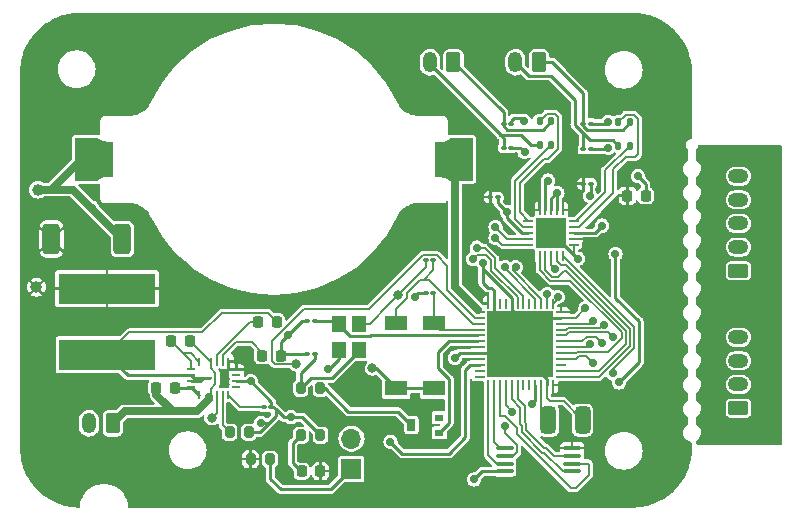
<source format=gbr>
%TF.GenerationSoftware,KiCad,Pcbnew,7.0.9*%
%TF.CreationDate,2024-01-02T07:57:38-07:00*%
%TF.ProjectId,ElephantR9,456c6570-6861-46e7-9452-392e6b696361,rev?*%
%TF.SameCoordinates,Original*%
%TF.FileFunction,Copper,L1,Top*%
%TF.FilePolarity,Positive*%
%FSLAX46Y46*%
G04 Gerber Fmt 4.6, Leading zero omitted, Abs format (unit mm)*
G04 Created by KiCad (PCBNEW 7.0.9) date 2024-01-02 07:57:38*
%MOMM*%
%LPD*%
G01*
G04 APERTURE LIST*
G04 Aperture macros list*
%AMRoundRect*
0 Rectangle with rounded corners*
0 $1 Rounding radius*
0 $2 $3 $4 $5 $6 $7 $8 $9 X,Y pos of 4 corners*
0 Add a 4 corners polygon primitive as box body*
4,1,4,$2,$3,$4,$5,$6,$7,$8,$9,$2,$3,0*
0 Add four circle primitives for the rounded corners*
1,1,$1+$1,$2,$3*
1,1,$1+$1,$4,$5*
1,1,$1+$1,$6,$7*
1,1,$1+$1,$8,$9*
0 Add four rect primitives between the rounded corners*
20,1,$1+$1,$2,$3,$4,$5,0*
20,1,$1+$1,$4,$5,$6,$7,0*
20,1,$1+$1,$6,$7,$8,$9,0*
20,1,$1+$1,$8,$9,$2,$3,0*%
%AMFreePoly0*
4,1,32,0.200000,1.710000,0.217978,1.702552,0.236753,1.697426,0.376386,1.589219,0.526381,1.504463,0.687059,1.442253,0.855037,1.403901,1.028740,1.390056,1.444035,1.390057,1.486461,1.372483,1.504035,1.330057,1.504034,-1.539942,1.486463,-1.582365,1.486460,-1.582365,1.486460,-1.582368,1.464626,-1.591411,1.444038,-1.599942,1.046227,-1.599966,0.870517,-1.612848,0.700699,-1.650739,
0.538233,-1.712989,0.386579,-1.798267,0.245504,-1.907443,0.226743,-1.912552,0.208783,-1.919992,-1.650000,-1.919992,-1.692426,-1.902418,-1.710000,-1.859992,-1.710000,1.650007,-1.692426,1.692433,-1.650000,1.710007,0.200000,1.710000,0.200000,1.710000,$1*%
G04 Aperture macros list end*
%TA.AperFunction,SMDPad,CuDef*%
%ADD10RoundRect,0.100000X-0.130000X-0.100000X0.130000X-0.100000X0.130000X0.100000X-0.130000X0.100000X0*%
%TD*%
%TA.AperFunction,SMDPad,CuDef*%
%ADD11RoundRect,0.375000X-0.375000X-0.925000X0.375000X-0.925000X0.375000X0.925000X-0.375000X0.925000X0*%
%TD*%
%TA.AperFunction,SMDPad,CuDef*%
%ADD12RoundRect,0.062500X-0.350000X-0.062500X0.350000X-0.062500X0.350000X0.062500X-0.350000X0.062500X0*%
%TD*%
%TA.AperFunction,SMDPad,CuDef*%
%ADD13RoundRect,0.062500X-0.062500X-0.350000X0.062500X-0.350000X0.062500X0.350000X-0.062500X0.350000X0*%
%TD*%
%TA.AperFunction,SMDPad,CuDef*%
%ADD14R,2.500000X2.500000*%
%TD*%
%TA.AperFunction,SMDPad,CuDef*%
%ADD15RoundRect,0.147500X-0.147500X-0.172500X0.147500X-0.172500X0.147500X0.172500X-0.147500X0.172500X0*%
%TD*%
%TA.AperFunction,SMDPad,CuDef*%
%ADD16RoundRect,0.225000X-0.225000X-0.250000X0.225000X-0.250000X0.225000X0.250000X-0.225000X0.250000X0*%
%TD*%
%TA.AperFunction,SMDPad,CuDef*%
%ADD17R,8.200000X2.600000*%
%TD*%
%TA.AperFunction,ComponentPad*%
%ADD18R,1.700000X1.700000*%
%TD*%
%TA.AperFunction,ComponentPad*%
%ADD19O,1.700000X1.700000*%
%TD*%
%TA.AperFunction,SMDPad,CuDef*%
%ADD20RoundRect,0.200000X-0.200000X-0.275000X0.200000X-0.275000X0.200000X0.275000X-0.200000X0.275000X0*%
%TD*%
%TA.AperFunction,SMDPad,CuDef*%
%ADD21RoundRect,0.100000X-0.637500X-0.100000X0.637500X-0.100000X0.637500X0.100000X-0.637500X0.100000X0*%
%TD*%
%TA.AperFunction,SMDPad,CuDef*%
%ADD22R,1.200000X1.400000*%
%TD*%
%TA.AperFunction,SMDPad,CuDef*%
%ADD23RoundRect,0.062500X-0.375000X-0.062500X0.375000X-0.062500X0.375000X0.062500X-0.375000X0.062500X0*%
%TD*%
%TA.AperFunction,SMDPad,CuDef*%
%ADD24RoundRect,0.062500X-0.062500X-0.375000X0.062500X-0.375000X0.062500X0.375000X-0.062500X0.375000X0*%
%TD*%
%TA.AperFunction,SMDPad,CuDef*%
%ADD25R,5.600000X5.600000*%
%TD*%
%TA.AperFunction,SMDPad,CuDef*%
%ADD26FreePoly0,180.000000*%
%TD*%
%TA.AperFunction,SMDPad,CuDef*%
%ADD27FreePoly0,0.000000*%
%TD*%
%TA.AperFunction,ComponentPad*%
%ADD28RoundRect,0.250000X0.350000X0.625000X-0.350000X0.625000X-0.350000X-0.625000X0.350000X-0.625000X0*%
%TD*%
%TA.AperFunction,ComponentPad*%
%ADD29O,1.200000X1.750000*%
%TD*%
%TA.AperFunction,SMDPad,CuDef*%
%ADD30RoundRect,0.218750X-0.218750X-0.256250X0.218750X-0.256250X0.218750X0.256250X-0.218750X0.256250X0*%
%TD*%
%TA.AperFunction,SMDPad,CuDef*%
%ADD31R,1.900000X1.300000*%
%TD*%
%TA.AperFunction,SMDPad,CuDef*%
%ADD32C,1.000000*%
%TD*%
%TA.AperFunction,ComponentPad*%
%ADD33RoundRect,0.250000X0.625000X-0.350000X0.625000X0.350000X-0.625000X0.350000X-0.625000X-0.350000X0*%
%TD*%
%TA.AperFunction,ComponentPad*%
%ADD34O,1.750000X1.200000*%
%TD*%
%TA.AperFunction,SMDPad,CuDef*%
%ADD35RoundRect,0.325000X-0.325000X-0.825000X0.325000X-0.825000X0.325000X0.825000X-0.325000X0.825000X0*%
%TD*%
%TA.AperFunction,SMDPad,CuDef*%
%ADD36R,0.800000X0.600000*%
%TD*%
%TA.AperFunction,SMDPad,CuDef*%
%ADD37R,0.700000X1.000000*%
%TD*%
%TA.AperFunction,SMDPad,CuDef*%
%ADD38R,0.250000X0.700000*%
%TD*%
%TA.AperFunction,SMDPad,CuDef*%
%ADD39R,0.700000X0.250000*%
%TD*%
%TA.AperFunction,SMDPad,CuDef*%
%ADD40R,0.400000X0.220000*%
%TD*%
%TA.AperFunction,SMDPad,CuDef*%
%ADD41R,0.356000X0.220000*%
%TD*%
%TA.AperFunction,ViaPad*%
%ADD42C,0.711200*%
%TD*%
%TA.AperFunction,ViaPad*%
%ADD43C,0.800000*%
%TD*%
%TA.AperFunction,Conductor*%
%ADD44C,0.635000*%
%TD*%
%TA.AperFunction,Conductor*%
%ADD45C,0.203200*%
%TD*%
%TA.AperFunction,Conductor*%
%ADD46C,0.152400*%
%TD*%
%TA.AperFunction,Conductor*%
%ADD47C,0.254000*%
%TD*%
G04 APERTURE END LIST*
D10*
%TO.P,C16,1*%
%TO.N,+3.3V*%
X65225000Y-31242000D03*
%TO.P,C16,2*%
%TO.N,GND*%
X65865000Y-31242000D03*
%TD*%
%TO.P,C9,1*%
%TO.N,GND*%
X51890000Y-40513000D03*
%TO.P,C9,2*%
%TO.N,/osc32_out*%
X52530000Y-40513000D03*
%TD*%
%TO.P,C8,1*%
%TO.N,GND*%
X51890000Y-37719000D03*
%TO.P,C8,2*%
%TO.N,/osc32_in*%
X52530000Y-37719000D03*
%TD*%
D11*
%TO.P,C3,1*%
%TO.N,+3.3V*%
X20193000Y-35941000D03*
%TO.P,C3,2*%
%TO.N,GND*%
X26193000Y-35941000D03*
%TD*%
D12*
%TO.P,U3,1,OUTL+*%
%TO.N,Net-(U3-OUTL+)*%
X60579000Y-34417000D03*
%TO.P,U3,2,OUTL-*%
%TO.N,Net-(U3-OUTL-)*%
X60579000Y-34917000D03*
%TO.P,U3,3,ADDR*%
%TO.N,GND*%
X60579000Y-35417000D03*
%TO.P,U3,4,SDA*%
%TO.N,/I2C_SDA*%
X60579000Y-35917000D03*
%TO.P,U3,5,SCL*%
%TO.N,/I2C_SCL*%
X60579000Y-36417000D03*
D13*
%TO.P,U3,6,MCLK*%
%TO.N,/I2S_master_clock*%
X61516500Y-37354500D03*
%TO.P,U3,7,BCLK*%
%TO.N,/I2S_bit_clock*%
X62016500Y-37354500D03*
%TO.P,U3,8,GND*%
%TO.N,GND*%
X62516500Y-37354500D03*
%TO.P,U3,9,LRCLK*%
%TO.N,/I2S_word_clock*%
X63016500Y-37354500D03*
%TO.P,U3,10,SDATA*%
%TO.N,/I2S_data*%
X63516500Y-37354500D03*
D12*
%TO.P,U3,11,SAMOD*%
%TO.N,GND*%
X64454000Y-36417000D03*
%TO.P,U3,12,DVDD*%
%TO.N,+3.3V*%
X64454000Y-35917000D03*
%TO.P,U3,13,SD*%
%TO.N,/pwr_aud*%
X64454000Y-35417000D03*
%TO.P,U3,14,OUTR+*%
%TO.N,Net-(U3-OUTR+)*%
X64454000Y-34917000D03*
%TO.P,U3,15,OUTR-*%
%TO.N,Net-(U3-OUTR-)*%
X64454000Y-34417000D03*
D13*
%TO.P,U3,16,PVDD*%
%TO.N,+3.3V*%
X63516500Y-33479500D03*
%TO.P,U3,17,GND*%
%TO.N,GND*%
X63016500Y-33479500D03*
%TO.P,U3,18,GND*%
X62516500Y-33479500D03*
%TO.P,U3,19,GND*%
X62016500Y-33479500D03*
%TO.P,U3,20,PVDD*%
%TO.N,+3.3V*%
X61516500Y-33479500D03*
D14*
%TO.P,U3,21,GND*%
%TO.N,GND*%
X62516500Y-35417000D03*
%TD*%
D15*
%TO.P,FB2,1*%
%TO.N,Net-(C6-Pad1)*%
X61514000Y-27940000D03*
%TO.P,FB2,2*%
%TO.N,Net-(U3-OUTL-)*%
X62484000Y-27940000D03*
%TD*%
D16*
%TO.P,C14,1*%
%TO.N,Net-(U1-INTVcc)*%
X38050898Y-45810898D03*
%TO.P,C14,2*%
%TO.N,GND*%
X39600898Y-45810898D03*
%TD*%
D15*
%TO.P,FB3,1*%
%TO.N,Net-(U3-OUTR+)*%
X68199000Y-26035000D03*
%TO.P,FB3,2*%
%TO.N,Net-(C11-Pad1)*%
X69169000Y-26035000D03*
%TD*%
D16*
%TO.P,C2,1*%
%TO.N,+9V*%
X29083000Y-48502000D03*
%TO.P,C2,2*%
%TO.N,Net-(C2-Pad2)*%
X30633000Y-48502000D03*
%TD*%
D17*
%TO.P,L1,1,1*%
%TO.N,Net-(C4-Pad2)*%
X24892000Y-45720000D03*
%TO.P,L1,2,2*%
%TO.N,+3.3V*%
X24892000Y-40120000D03*
%TD*%
D10*
%TO.P,C13,1*%
%TO.N,GND*%
X41820898Y-45653898D03*
%TO.P,C13,2*%
%TO.N,Net-(C13-Pad2)*%
X42460898Y-45653898D03*
%TD*%
D18*
%TO.P,SW1,1,A*%
%TO.N,Net-(SW1-A)*%
X45593000Y-55372000D03*
D19*
%TO.P,SW1,2,B*%
%TO.N,/sw_tilt*%
X45593000Y-52832000D03*
%TD*%
D20*
%TO.P,R7,1*%
%TO.N,Net-(D3-K)*%
X41315898Y-52541898D03*
%TO.P,R7,2*%
%TO.N,GND*%
X42965898Y-52541898D03*
%TD*%
D16*
%TO.P,C4,1*%
%TO.N,Net-(U1-BST)*%
X37719000Y-42914000D03*
%TO.P,C4,2*%
%TO.N,Net-(C4-Pad2)*%
X39269000Y-42914000D03*
%TD*%
D21*
%TO.P,U4,1,~{S}*%
%TO.N,/pwr_eeprom*%
X58554700Y-53635000D03*
%TO.P,U4,2,Q*%
%TO.N,/spi1_miso*%
X58554700Y-54285000D03*
%TO.P,U4,3,~{W}*%
%TO.N,/write_eeprom*%
X58554700Y-54935000D03*
%TO.P,U4,4,VSS*%
%TO.N,GND*%
X58554700Y-55585000D03*
%TO.P,U4,5,D*%
%TO.N,/spi1_mosi*%
X64279700Y-55585000D03*
%TO.P,U4,6,C*%
%TO.N,/spi1_sck*%
X64279700Y-54935000D03*
%TO.P,U4,7,~{HOLD}*%
%TO.N,/hold_eeprom*%
X64279700Y-54285000D03*
%TO.P,U4,8,VCC*%
%TO.N,+3.3V*%
X64279700Y-53635000D03*
%TD*%
D10*
%TO.P,C15,1*%
%TO.N,Net-(U1-TR{slash}SS)*%
X38174000Y-50165000D03*
%TO.P,C15,2*%
%TO.N,GND*%
X38814000Y-50165000D03*
%TD*%
D22*
%TO.P,Y2,1,1*%
%TO.N,/osc_in*%
X44540898Y-43102898D03*
%TO.P,Y2,2,2*%
%TO.N,GND*%
X44540898Y-45302898D03*
%TO.P,Y2,3,3*%
%TO.N,Net-(C13-Pad2)*%
X46240898Y-45302898D03*
%TO.P,Y2,4,4*%
%TO.N,GND*%
X46240898Y-43102898D03*
%TD*%
D23*
%TO.P,U5,1,VBAT*%
%TO.N,+BATT*%
X56462500Y-42089500D03*
%TO.P,U5,2,PC13*%
%TO.N,/pwr_buck*%
X56462500Y-42589500D03*
%TO.P,U5,3,PC14*%
%TO.N,/osc32_in*%
X56462500Y-43089500D03*
%TO.P,U5,4,PC15*%
%TO.N,/osc32_out*%
X56462500Y-43589500D03*
%TO.P,U5,5,PH0*%
%TO.N,/osc_in*%
X56462500Y-44089500D03*
%TO.P,U5,6,PH1*%
%TO.N,/osc_out*%
X56462500Y-44589500D03*
%TO.P,U5,7,NRST*%
%TO.N,+3.3V*%
X56462500Y-45089500D03*
%TO.P,U5,8,VSSA*%
%TO.N,GND*%
X56462500Y-45589500D03*
%TO.P,U5,9,VREF+*%
%TO.N,+3.3V*%
X56462500Y-46089500D03*
%TO.P,U5,10,PA0*%
%TO.N,/sw_tilt*%
X56462500Y-46589500D03*
%TO.P,U5,11,PA1*%
%TO.N,unconnected-(U5-PA1-Pad11)*%
X56462500Y-47089500D03*
%TO.P,U5,12,PA2*%
%TO.N,unconnected-(U5-PA2-Pad12)*%
X56462500Y-47589500D03*
D24*
%TO.P,U5,13,PA3*%
%TO.N,/write_eeprom*%
X57150000Y-48277000D03*
%TO.P,U5,14,PA4*%
%TO.N,/pwr_eeprom*%
X57650000Y-48277000D03*
%TO.P,U5,15,PA5*%
%TO.N,/spi1_sck*%
X58150000Y-48277000D03*
%TO.P,U5,16,PA6*%
%TO.N,/spi1_miso*%
X58650000Y-48277000D03*
%TO.P,U5,17,PA7*%
%TO.N,/spi1_mosi*%
X59150000Y-48277000D03*
%TO.P,U5,18,PB0*%
%TO.N,/hold_eeprom*%
X59650000Y-48277000D03*
%TO.P,U5,19,PB1*%
%TO.N,unconnected-(U5-PB1-Pad19)*%
X60150000Y-48277000D03*
%TO.P,U5,20,PB2*%
%TO.N,unconnected-(U5-PB2-Pad20)*%
X60650000Y-48277000D03*
%TO.P,U5,21,PB10*%
%TO.N,/pwr_aud*%
X61150000Y-48277000D03*
%TO.P,U5,22,VCAP1*%
%TO.N,Net-(U5-VCAP1)*%
X61650000Y-48277000D03*
%TO.P,U5,23,VSS*%
%TO.N,GND*%
X62150000Y-48277000D03*
%TO.P,U5,24,VDD*%
%TO.N,+3.3V*%
X62650000Y-48277000D03*
D23*
%TO.P,U5,25,PB12*%
%TO.N,/I2S_word_clock*%
X63337500Y-47589500D03*
%TO.P,U5,26,PB13*%
%TO.N,/I2S_bit_clock*%
X63337500Y-47089500D03*
%TO.P,U5,27,PB14*%
%TO.N,unconnected-(U5-PB14-Pad27)*%
X63337500Y-46589500D03*
%TO.P,U5,28,PB15*%
%TO.N,/I2S_data*%
X63337500Y-46089500D03*
%TO.P,U5,29,PA8*%
%TO.N,/I2S_master_clock*%
X63337500Y-45589500D03*
%TO.P,U5,30,PA9*%
%TO.N,/uart_tx*%
X63337500Y-45089500D03*
%TO.P,U5,31,PA10*%
%TO.N,/uart_rx*%
X63337500Y-44589500D03*
%TO.P,U5,32,PA11*%
%TO.N,/uart_cts*%
X63337500Y-44089500D03*
%TO.P,U5,33,PA12*%
%TO.N,/uart_rts*%
X63337500Y-43589500D03*
%TO.P,U5,34,PA13*%
%TO.N,/jtms_swdio*%
X63337500Y-43089500D03*
%TO.P,U5,35,VSS*%
%TO.N,GND*%
X63337500Y-42589500D03*
%TO.P,U5,36,VDD*%
%TO.N,+3.3V*%
X63337500Y-42089500D03*
D24*
%TO.P,U5,37,PA14*%
%TO.N,/jtck_swclk*%
X62650000Y-41402000D03*
%TO.P,U5,38,PA15*%
%TO.N,/jtdi*%
X62150000Y-41402000D03*
%TO.P,U5,39,PB3*%
%TO.N,/jtdo-swo*%
X61650000Y-41402000D03*
%TO.P,U5,40,PB4*%
%TO.N,/jtrst*%
X61150000Y-41402000D03*
%TO.P,U5,41,PB5*%
%TO.N,unconnected-(U5-PB5-Pad41)*%
X60650000Y-41402000D03*
%TO.P,U5,42,PB6*%
%TO.N,/I2C_SCL*%
X60150000Y-41402000D03*
%TO.P,U5,43,PB7*%
%TO.N,/I2C_SDA*%
X59650000Y-41402000D03*
%TO.P,U5,44,BOOT0*%
%TO.N,GND*%
X59150000Y-41402000D03*
%TO.P,U5,45,PB8*%
%TO.N,unconnected-(U5-PB8-Pad45)*%
X58650000Y-41402000D03*
%TO.P,U5,46,PB9*%
%TO.N,unconnected-(U5-PB9-Pad46)*%
X58150000Y-41402000D03*
%TO.P,U5,47,VSS*%
%TO.N,GND*%
X57650000Y-41402000D03*
%TO.P,U5,48,VDD*%
%TO.N,+3.3V*%
X57150000Y-41402000D03*
D25*
%TO.P,U5,49,VSS*%
%TO.N,GND*%
X59900000Y-44839500D03*
%TD*%
D10*
%TO.P,C5,1*%
%TO.N,Net-(C5-Pad1)*%
X58468000Y-26162000D03*
%TO.P,C5,2*%
%TO.N,GND*%
X59108000Y-26162000D03*
%TD*%
D26*
%TO.P,BT2,1,+*%
%TO.N,+BATT*%
X54176000Y-29283000D03*
D27*
%TO.P,BT2,2,-*%
%TO.N,GND*%
X23876000Y-29083000D03*
%TD*%
D10*
%TO.P,C11,1*%
%TO.N,Net-(C11-Pad1)*%
X65225000Y-26162000D03*
%TO.P,C11,2*%
%TO.N,GND*%
X65865000Y-26162000D03*
%TD*%
%TO.P,C18,1*%
%TO.N,+3.3V*%
X57351000Y-32385000D03*
%TO.P,C18,2*%
%TO.N,GND*%
X57991000Y-32385000D03*
%TD*%
D28*
%TO.P,LS2,1,1*%
%TO.N,Net-(C11-Pad1)*%
X61468000Y-20955000D03*
D29*
%TO.P,LS2,2,2*%
%TO.N,Net-(C7-Pad1)*%
X59468000Y-20955000D03*
%TD*%
D10*
%TO.P,C12,1*%
%TO.N,GND*%
X41820898Y-42889898D03*
%TO.P,C12,2*%
%TO.N,/osc_in*%
X42460898Y-42889898D03*
%TD*%
D30*
%TO.P,D3,1,K*%
%TO.N,Net-(D3-K)*%
X41393398Y-55589898D03*
%TO.P,D3,2,A*%
%TO.N,+3.3V*%
X42968398Y-55589898D03*
%TD*%
D20*
%TO.P,R1,1*%
%TO.N,+3.3V*%
X37047898Y-54573898D03*
%TO.P,R1,2*%
%TO.N,Net-(SW1-A)*%
X38697898Y-54573898D03*
%TD*%
D28*
%TO.P,LS1,1,1*%
%TO.N,Net-(C5-Pad1)*%
X54229000Y-20955000D03*
D29*
%TO.P,LS1,2,2*%
%TO.N,Net-(C6-Pad1)*%
X52229000Y-20955000D03*
%TD*%
D31*
%TO.P,Y1,1,1*%
%TO.N,/osc32_in*%
X49378000Y-43053000D03*
%TO.P,Y1,2,2*%
%TO.N,GND*%
X49378000Y-48553000D03*
%TO.P,Y1,3,3*%
X52578000Y-48553000D03*
%TO.P,Y1,4,4*%
%TO.N,/osc32_out*%
X52578000Y-43053000D03*
%TD*%
D20*
%TO.P,R4,1*%
%TO.N,Net-(C13-Pad2)*%
X41301796Y-48561040D03*
%TO.P,R4,2*%
%TO.N,Net-(R2-Pad2)*%
X42951796Y-48561040D03*
%TD*%
D16*
%TO.P,C17,1*%
%TO.N,+3.3V*%
X68961000Y-32258000D03*
%TO.P,C17,2*%
%TO.N,GND*%
X70511000Y-32258000D03*
%TD*%
D32*
%TO.P,TP2,1,1*%
%TO.N,GND*%
X19050000Y-31750000D03*
%TD*%
D28*
%TO.P,BT1,1,+*%
%TO.N,+9V*%
X25363898Y-51525898D03*
D29*
%TO.P,BT1,2,-*%
%TO.N,GND*%
X23363898Y-51525898D03*
%TD*%
D20*
%TO.P,R8,1*%
%TO.N,Net-(U1-RT)*%
X35270898Y-52287898D03*
%TO.P,R8,2*%
%TO.N,GND*%
X36920898Y-52287898D03*
%TD*%
D32*
%TO.P,TP1,1,1*%
%TO.N,+3.3V*%
X18923000Y-40005000D03*
%TD*%
D10*
%TO.P,C7,1*%
%TO.N,Net-(C7-Pad1)*%
X65225000Y-28321000D03*
%TO.P,C7,2*%
%TO.N,GND*%
X65865000Y-28321000D03*
%TD*%
D33*
%TO.P,J1,1,Pin_1*%
%TO.N,/uart_tx*%
X78359000Y-50244000D03*
D34*
%TO.P,J1,2,Pin_2*%
%TO.N,/uart_rx*%
X78359000Y-48244000D03*
%TO.P,J1,3,Pin_3*%
%TO.N,/uart_cts*%
X78359000Y-46244000D03*
%TO.P,J1,4,Pin_4*%
%TO.N,/uart_rts*%
X78359000Y-44244000D03*
%TD*%
D10*
%TO.P,C6,1*%
%TO.N,Net-(C6-Pad1)*%
X58468000Y-28194000D03*
%TO.P,C6,2*%
%TO.N,GND*%
X59108000Y-28194000D03*
%TD*%
D15*
%TO.P,FB4,1*%
%TO.N,Net-(C7-Pad1)*%
X68199000Y-28025000D03*
%TO.P,FB4,2*%
%TO.N,Net-(U3-OUTR-)*%
X69169000Y-28025000D03*
%TD*%
D35*
%TO.P,C10,1*%
%TO.N,Net-(U5-VCAP1)*%
X62253200Y-51257200D03*
%TO.P,C10,2*%
%TO.N,GND*%
X65153200Y-51257200D03*
%TD*%
D36*
%TO.P,R2,1*%
%TO.N,/osc_out*%
X53023000Y-52339000D03*
D37*
%TO.P,R2,2*%
%TO.N,Net-(R2-Pad2)*%
X50673000Y-51689000D03*
D36*
%TO.P,R2,3*%
%TO.N,N/C*%
X53023000Y-51039000D03*
%TD*%
D33*
%TO.P,J2,1,Pin_1*%
%TO.N,/jtms_swdio*%
X78359000Y-38608000D03*
D34*
%TO.P,J2,2,Pin_2*%
%TO.N,/jtck_swclk*%
X78359000Y-36608000D03*
%TO.P,J2,3,Pin_3*%
%TO.N,/jtdi*%
X78359000Y-34608000D03*
%TO.P,J2,4,Pin_4*%
%TO.N,/jtdo-swo*%
X78359000Y-32608000D03*
%TO.P,J2,5,Pin_5*%
%TO.N,/jtrst*%
X78359000Y-30608000D03*
%TD*%
D16*
%TO.P,C1,1*%
%TO.N,Net-(C1-Pad1)*%
X30340000Y-44577000D03*
%TO.P,C1,2*%
%TO.N,+9V*%
X31890000Y-44577000D03*
%TD*%
D15*
%TO.P,FB1,1*%
%TO.N,Net-(U3-OUTL+)*%
X61514000Y-25950000D03*
%TO.P,FB1,2*%
%TO.N,Net-(C5-Pad1)*%
X62484000Y-25950000D03*
%TD*%
D38*
%TO.P,U1,1,Bias*%
%TO.N,+3.3V*%
X35179000Y-46299000D03*
%TO.P,U1,2,INTVcc*%
%TO.N,Net-(U1-INTVcc)*%
X34679000Y-46299000D03*
%TO.P,U1,3,BST*%
%TO.N,Net-(U1-BST)*%
X34179000Y-46299000D03*
%TO.P,U1,4,Vin1*%
%TO.N,+9V*%
X33679000Y-46299000D03*
%TO.P,U1,6,GND1*%
%TO.N,Net-(C1-Pad1)*%
X32679000Y-46299000D03*
D39*
%TO.P,U1,7,GND1*%
X32004000Y-46974000D03*
%TO.P,U1,8,SW*%
%TO.N,Net-(C4-Pad2)*%
X32004000Y-47474000D03*
%TO.P,U1,9,SW*%
X32004000Y-47974000D03*
%TO.P,U1,10,GND2*%
%TO.N,Net-(C2-Pad2)*%
X32004000Y-48474000D03*
D38*
%TO.P,U1,11,GND2*%
X32679000Y-49149000D03*
%TO.P,U1,13,Vin2*%
%TO.N,+9V*%
X33679000Y-49149000D03*
%TO.P,U1,14,EN/UV*%
%TO.N,/pwr_buck*%
X34179000Y-49149000D03*
%TO.P,U1,15,RT*%
%TO.N,Net-(U1-RT)*%
X34679000Y-49149000D03*
%TO.P,U1,16,TR/SS*%
%TO.N,Net-(U1-TR{slash}SS)*%
X35179000Y-49149000D03*
D39*
%TO.P,U1,17,SYNC/MODE*%
%TO.N,unconnected-(U1-SYNC{slash}MODE-Pad17)*%
X35854000Y-48474000D03*
%TO.P,U1,18,GND*%
%TO.N,GND*%
X35854000Y-47974000D03*
%TO.P,U1,19,PG*%
%TO.N,unconnected-(U1-PG-Pad19)*%
X35854000Y-47474000D03*
%TO.P,U1,20,Vout*%
%TO.N,+3.3V*%
X35854000Y-46974000D03*
D40*
%TO.P,U1,21,SW*%
%TO.N,Net-(C4-Pad2)*%
X33054000Y-47724000D03*
D41*
%TO.P,U1,22,SW*%
X33624000Y-47724000D03*
%TD*%
D42*
%TO.N,GND*%
X43626498Y-46953898D03*
X40476898Y-51017898D03*
X40222898Y-44032898D03*
D43*
X49558900Y-40668900D03*
D42*
X37922500Y-51511500D03*
X37078000Y-47974000D03*
D43*
X47371000Y-46863000D03*
D42*
X58779300Y-33655000D03*
X62819959Y-38463253D03*
X65786000Y-32258000D03*
X56721400Y-37925400D03*
X63016500Y-32028500D03*
X55981600Y-56286400D03*
X67310000Y-25999900D03*
X62230000Y-30988000D03*
X23622000Y-33274000D03*
X60248800Y-28549600D03*
X60198000Y-25914900D03*
X69850000Y-30607000D03*
X64770000Y-37592000D03*
X54356000Y-45974000D03*
X50932505Y-40834163D03*
X65405000Y-41783000D03*
X67348901Y-28201100D03*
%TO.N,/spi1_miso*%
X59182000Y-50546000D03*
X58558085Y-51779515D03*
%TO.N,/pwr_aud*%
X67945000Y-37211000D03*
X68241342Y-48072379D03*
X66802000Y-34798000D03*
X60893319Y-49909064D03*
%TO.N,/sw_tilt*%
X48895000Y-53086000D03*
%TO.N,/I2S_data*%
X66061703Y-46458200D03*
X67751581Y-47304581D03*
%TO.N,/I2C_SDA*%
X57785000Y-34925000D03*
X55862196Y-37623494D03*
%TO.N,/I2C_SCL*%
X56206094Y-36662300D03*
X57785000Y-35835703D03*
D43*
%TO.N,/pwr_buck*%
X33782000Y-51054000D03*
X40894000Y-46482000D03*
D42*
%TO.N,/uart_tx*%
X65786000Y-44842700D03*
%TO.N,/uart_rx*%
X66802000Y-44704000D03*
%TO.N,/uart_cts*%
X67706807Y-44205652D03*
%TO.N,/uart_rts*%
X66949107Y-43194270D03*
%TO.N,/jtms_swdio*%
X66040000Y-42841412D03*
%TO.N,/jtck_swclk*%
X63038423Y-40847476D03*
%TO.N,/jtdi*%
X62171289Y-40569164D03*
%TO.N,/jtdo-swo*%
X59510284Y-38319864D03*
%TO.N,/jtrst*%
X58599833Y-38298500D03*
%TD*%
D44*
%TO.N,+9V*%
X29083000Y-49149000D02*
X30443898Y-50509898D01*
X30443898Y-50509898D02*
X32543102Y-50509898D01*
D45*
X33679000Y-46887000D02*
X33679000Y-46299000D01*
D44*
X29083000Y-48502000D02*
X29083000Y-49149000D01*
D46*
X31890000Y-44577000D02*
X31957000Y-44577000D01*
D45*
X34073600Y-48201200D02*
X34073600Y-47281600D01*
X34073600Y-47281600D02*
X33679000Y-46887000D01*
D44*
X30443898Y-50509898D02*
X26379898Y-50509898D01*
X26379898Y-50509898D02*
X25363898Y-51525898D01*
X33566500Y-49486500D02*
X33566500Y-49261500D01*
D45*
X33679000Y-48595800D02*
X34073600Y-48201200D01*
X33679000Y-49149000D02*
X33679000Y-49374000D01*
D46*
X31957000Y-44577000D02*
X33679000Y-46299000D01*
D45*
X33679000Y-49149000D02*
X33679000Y-48595800D01*
D44*
X32543102Y-50509898D02*
X33566500Y-49486500D01*
D47*
%TO.N,GND*%
X60248800Y-28549600D02*
X59893200Y-28194000D01*
X70511000Y-32258000D02*
X70511000Y-31268000D01*
X46740898Y-43102898D02*
X46240898Y-43102898D01*
X35854000Y-47974000D02*
X37078000Y-47974000D01*
D46*
X62516500Y-38159794D02*
X62516500Y-37354500D01*
D47*
X37831302Y-52287898D02*
X36920898Y-52287898D01*
X65865000Y-26162000D02*
X67147900Y-26162000D01*
X59900000Y-45536932D02*
X62150000Y-47786932D01*
X59893200Y-28194000D02*
X59108000Y-28194000D01*
X62150000Y-47786932D02*
X62150000Y-48277000D01*
X59150000Y-41402000D02*
X59150000Y-40911932D01*
X62516500Y-32479500D02*
X62992000Y-32004000D01*
D44*
X23622000Y-33370000D02*
X26193000Y-35941000D01*
X20193000Y-31750000D02*
X21082000Y-31750000D01*
D47*
X52578000Y-48553000D02*
X49378000Y-48553000D01*
X57650000Y-41402000D02*
X57650000Y-42589500D01*
X57435600Y-40052600D02*
X57650000Y-40267000D01*
X44540898Y-46064898D02*
X43905898Y-46699898D01*
X65865000Y-31242000D02*
X65865000Y-32179000D01*
X57650000Y-42589500D02*
X59900000Y-44839500D01*
D44*
X22352000Y-32100000D02*
X23526000Y-33274000D01*
D47*
X39166800Y-50342800D02*
X39166800Y-50952400D01*
X60198000Y-25914900D02*
X59967100Y-25684000D01*
D44*
X22860000Y-29083000D02*
X20193000Y-31750000D01*
D47*
X39757898Y-45653898D02*
X41820898Y-45653898D01*
X62516500Y-35417000D02*
X62595000Y-35417000D01*
X37078000Y-47974000D02*
X38814000Y-49710000D01*
X60043720Y-35417000D02*
X58779300Y-34152580D01*
X59900000Y-44839500D02*
X59900000Y-42642068D01*
D44*
X23876000Y-29083000D02*
X22860000Y-29083000D01*
D47*
X59900000Y-42642068D02*
X59150000Y-41892068D01*
X51253668Y-40513000D02*
X50932505Y-40834163D01*
X38814000Y-50165000D02*
X38989000Y-50165000D01*
X39166800Y-50342800D02*
X39841898Y-51017898D01*
D44*
X19050000Y-31750000D02*
X20193000Y-31750000D01*
D47*
X47688000Y-46863000D02*
X47371000Y-46863000D01*
X41365898Y-42889898D02*
X41820898Y-42889898D01*
X38814000Y-49710000D02*
X38814000Y-50165000D01*
X39269000Y-46142796D02*
X39600898Y-45810898D01*
X65865000Y-32179000D02*
X65786000Y-32258000D01*
D44*
X21082000Y-31750000D02*
X22002000Y-31750000D01*
D47*
X67348901Y-28201100D02*
X67229001Y-28321000D01*
D44*
X23876000Y-29083000D02*
X24008500Y-29215500D01*
D47*
X57121257Y-40052600D02*
X57435600Y-40052600D01*
X59900000Y-44839500D02*
X59900000Y-45536932D01*
X62016500Y-33479500D02*
X62016500Y-31201500D01*
X59332000Y-25684000D02*
X59108000Y-25908000D01*
X51890000Y-40513000D02*
X51253668Y-40513000D01*
D46*
X63337500Y-42589500D02*
X64598500Y-42589500D01*
D47*
X38836600Y-51282600D02*
X37831302Y-52287898D01*
D46*
X63550800Y-49631600D02*
X62382400Y-49631600D01*
D47*
X57650000Y-40267000D02*
X57650000Y-41402000D01*
X54740500Y-45589500D02*
X54356000Y-45974000D01*
X39600898Y-45810898D02*
X39600898Y-44654898D01*
X56721400Y-39652743D02*
X57121257Y-40052600D01*
X43905898Y-46699898D02*
X43651898Y-46953898D01*
X57991000Y-32385000D02*
X57991000Y-32866700D01*
X58779300Y-34152580D02*
X58779300Y-33655000D01*
X67147900Y-26162000D02*
X67310000Y-25999900D01*
X70511000Y-31268000D02*
X69850000Y-30607000D01*
D46*
X62819959Y-38463253D02*
X62516500Y-38159794D01*
D47*
X67229001Y-28321000D02*
X65865000Y-28321000D01*
D46*
X64598500Y-42589500D02*
X65405000Y-41783000D01*
D47*
X56683000Y-55585000D02*
X58554700Y-55585000D01*
D46*
X64973200Y-51054000D02*
X63550800Y-49631600D01*
D47*
X62595000Y-35417000D02*
X64770000Y-37592000D01*
D45*
X48796900Y-41430900D02*
X51890000Y-38337800D01*
D47*
X62992000Y-32004000D02*
X63016500Y-32028500D01*
X62016500Y-31201500D02*
X62230000Y-30988000D01*
X59150000Y-45589500D02*
X56462500Y-45589500D01*
X63337500Y-42589500D02*
X62150000Y-42589500D01*
D45*
X48796900Y-41430900D02*
X47124902Y-43102898D01*
D46*
X62382400Y-49631600D02*
X62150000Y-49399200D01*
D47*
X44540898Y-45302898D02*
X44540898Y-46064898D01*
X38836600Y-51282600D02*
X38607700Y-51511500D01*
X39600898Y-44654898D02*
X41365898Y-42889898D01*
X59150000Y-41892068D02*
X59150000Y-41402000D01*
D46*
X64454000Y-37276000D02*
X64770000Y-37592000D01*
X65305600Y-51054000D02*
X64973200Y-51054000D01*
X64454000Y-36417000D02*
X64454000Y-37276000D01*
D47*
X39600898Y-45810898D02*
X39757898Y-45653898D01*
X62516500Y-33479500D02*
X62516500Y-32479500D01*
D44*
X23622000Y-33274000D02*
X23622000Y-33370000D01*
D47*
X39166800Y-50952400D02*
X38836600Y-51282600D01*
X59967100Y-25684000D02*
X59332000Y-25684000D01*
X41441898Y-51017898D02*
X42965898Y-52541898D01*
D46*
X62150000Y-49399200D02*
X62150000Y-48277000D01*
D47*
X55981600Y-56286400D02*
X56683000Y-55585000D01*
D45*
X51890000Y-38337800D02*
X51890000Y-37719000D01*
X49714800Y-40513000D02*
X48796900Y-41430900D01*
D47*
X43651898Y-46953898D02*
X43626498Y-46953898D01*
X39841898Y-51017898D02*
X41441898Y-51017898D01*
X59150000Y-40911932D02*
X56721400Y-38483332D01*
X59108000Y-25908000D02*
X59108000Y-26162000D01*
X60579000Y-35417000D02*
X60043720Y-35417000D01*
D45*
X47124902Y-43102898D02*
X46240898Y-43102898D01*
D47*
X38607700Y-51511500D02*
X37922500Y-51511500D01*
X49378000Y-48553000D02*
X47688000Y-46863000D01*
X56721400Y-38483332D02*
X56721400Y-37925400D01*
D44*
X23526000Y-33274000D02*
X23622000Y-33274000D01*
D47*
X63016500Y-32028500D02*
X63016500Y-33479500D01*
X62150000Y-42589500D02*
X59900000Y-44839500D01*
X56462500Y-45589500D02*
X54740500Y-45589500D01*
X38989000Y-50165000D02*
X39166800Y-50342800D01*
X57991000Y-32866700D02*
X58779300Y-33655000D01*
D44*
X22002000Y-31750000D02*
X22352000Y-32100000D01*
D47*
X56721400Y-37925400D02*
X56721400Y-39652743D01*
D44*
%TO.N,+BATT*%
X54355700Y-40014956D02*
X54355700Y-29462700D01*
X54355700Y-29462700D02*
X54176000Y-29283000D01*
X54355700Y-40014956D02*
X56268000Y-41927256D01*
D47*
%TO.N,Net-(C2-Pad2)*%
X31976000Y-48502000D02*
X32004000Y-48474000D01*
X32004000Y-48474000D02*
X32679000Y-49149000D01*
X30633000Y-48502000D02*
X31976000Y-48502000D01*
D46*
%TO.N,Net-(U1-BST)*%
X34179000Y-45771600D02*
X34179000Y-46299000D01*
X37719000Y-42914000D02*
X37036600Y-42914000D01*
X37036600Y-42914000D02*
X34179000Y-45771600D01*
D47*
%TO.N,Net-(C4-Pad2)*%
X32804000Y-47974000D02*
X33054000Y-47724000D01*
D46*
X26786200Y-43825800D02*
X24892000Y-45720000D01*
D47*
X33054000Y-47724000D02*
X33624000Y-47724000D01*
D46*
X32936996Y-43825800D02*
X26786200Y-43825800D01*
D47*
X32254000Y-47724000D02*
X32004000Y-47474000D01*
X33054000Y-47724000D02*
X32254000Y-47724000D01*
D46*
X34599996Y-42162800D02*
X32936996Y-43825800D01*
D47*
X26646000Y-47474000D02*
X32004000Y-47474000D01*
D46*
X39269000Y-42914000D02*
X38517800Y-42162800D01*
D47*
X32004000Y-47974000D02*
X32804000Y-47974000D01*
D46*
X38517800Y-42162800D02*
X34599996Y-42162800D01*
D47*
X24892000Y-45720000D02*
X26646000Y-47474000D01*
D45*
%TO.N,/osc32_in*%
X52145294Y-39370000D02*
X55864794Y-43089500D01*
X51428010Y-39370000D02*
X50275805Y-40522205D01*
X51704400Y-39370000D02*
X52145294Y-39370000D01*
X50275805Y-40522205D02*
X50275805Y-40944208D01*
X51428010Y-39370000D02*
X51704400Y-39370000D01*
X50275805Y-40944208D02*
X49378000Y-41842013D01*
X51704400Y-39370000D02*
X52530000Y-38544400D01*
X52530000Y-38544400D02*
X52530000Y-37719000D01*
X55864794Y-43089500D02*
X56462500Y-43089500D01*
X49378000Y-41842013D02*
X49378000Y-43053000D01*
%TO.N,/osc32_out*%
X52578000Y-40561000D02*
X52530000Y-40513000D01*
X52578000Y-43053000D02*
X53119756Y-43594756D01*
X52578000Y-43053000D02*
X52578000Y-40561000D01*
X53119756Y-43594756D02*
X56268000Y-43594756D01*
D47*
%TO.N,/osc_in*%
X45467898Y-44129898D02*
X44540898Y-43202898D01*
X47167898Y-44129898D02*
X47203040Y-44094756D01*
X47203040Y-44094756D02*
X56268000Y-44094756D01*
X44540898Y-43202898D02*
X44540898Y-43102898D01*
X42460898Y-42889898D02*
X44327898Y-42889898D01*
X47167898Y-44129898D02*
X45467898Y-44129898D01*
X44327898Y-42889898D02*
X44540898Y-43102898D01*
D46*
%TO.N,Net-(U1-INTVcc)*%
X35782702Y-44667898D02*
X34679000Y-45771600D01*
X38050898Y-45810898D02*
X38050898Y-45543898D01*
X38050898Y-45543898D02*
X37174898Y-44667898D01*
X37174898Y-44667898D02*
X35782702Y-44667898D01*
X34679000Y-45771600D02*
X34679000Y-46299000D01*
%TO.N,Net-(U1-TR{slash}SS)*%
X36195000Y-50165000D02*
X35179000Y-49149000D01*
X38174000Y-50165000D02*
X36195000Y-50165000D01*
D45*
%TO.N,/spi1_sck*%
X59593800Y-51886515D02*
X59593800Y-52442411D01*
X58150000Y-50871206D02*
X58578491Y-50871206D01*
X64566800Y-56997600D02*
X65684400Y-55880000D01*
X65603000Y-54935000D02*
X64279700Y-54935000D01*
X59593800Y-52442411D02*
X64148989Y-56997600D01*
X58150000Y-48277000D02*
X58150000Y-50871206D01*
X58578491Y-50871206D02*
X59593800Y-51886515D01*
X65684400Y-55016400D02*
X65603000Y-54935000D01*
X65684400Y-55880000D02*
X65684400Y-55016400D01*
X64148989Y-56997600D02*
X64566800Y-56997600D01*
%TO.N,/spi1_miso*%
X58558085Y-51779515D02*
X58558085Y-52330167D01*
X59593800Y-53983399D02*
X59292199Y-54285000D01*
X58650000Y-48277000D02*
X58650000Y-50014000D01*
X59292199Y-54285000D02*
X58554700Y-54285000D01*
X58650000Y-50014000D02*
X59182000Y-50546000D01*
X59593800Y-53365882D02*
X59593800Y-53983399D01*
X58558085Y-52330167D02*
X59593800Y-53365882D01*
D47*
%TO.N,/pwr_aud*%
X64454000Y-35417000D02*
X66183000Y-35417000D01*
X66183000Y-35417000D02*
X66802000Y-34798000D01*
X68241342Y-48072379D02*
X69942000Y-46371721D01*
X61150000Y-49335120D02*
X61150000Y-49652383D01*
X69942000Y-42887752D02*
X69942000Y-46371721D01*
X67945000Y-37211000D02*
X67945000Y-40890752D01*
X61150000Y-49652383D02*
X60893319Y-49909064D01*
X61150000Y-48277000D02*
X61150000Y-49335120D01*
X67945000Y-40890752D02*
X69942000Y-42887752D01*
%TO.N,Net-(D3-K)*%
X40603898Y-53220756D02*
X40637040Y-53220756D01*
X40603898Y-54871756D02*
X40603898Y-53220756D01*
X41393398Y-55589898D02*
X41322040Y-55589898D01*
X40637040Y-53220756D02*
X41315898Y-52541898D01*
X41322040Y-55589898D02*
X40603898Y-54871756D01*
D45*
%TO.N,/spi1_mosi*%
X59997000Y-51719504D02*
X59846200Y-51568704D01*
X63459000Y-55585000D02*
X61877305Y-54003305D01*
X59846200Y-51568704D02*
X59846200Y-50205010D01*
X59846200Y-50205010D02*
X59150000Y-49508810D01*
X59150000Y-49508810D02*
X59150000Y-48277000D01*
X59997000Y-52275400D02*
X59997000Y-51719504D01*
X61877305Y-54003305D02*
X61724905Y-54003305D01*
X64279700Y-55585000D02*
X63459000Y-55585000D01*
X61724905Y-54003305D02*
X59997000Y-52275400D01*
D47*
%TO.N,Net-(SW1-A)*%
X38697898Y-54573898D02*
X38697898Y-56223898D01*
X43851102Y-57113898D02*
X45593000Y-55372000D01*
X38697898Y-56223898D02*
X39587898Y-57113898D01*
X39587898Y-57113898D02*
X43851102Y-57113898D01*
%TO.N,/osc_out*%
X53855000Y-47759000D02*
X53855000Y-51507000D01*
X52959000Y-46863000D02*
X52959000Y-45466000D01*
X53830244Y-44594756D02*
X52959000Y-45466000D01*
X53855000Y-51507000D02*
X53023000Y-52339000D01*
X56268000Y-44594756D02*
X53830244Y-44594756D01*
X53855000Y-47759000D02*
X52959000Y-46863000D01*
%TO.N,Net-(R2-Pad2)*%
X45336756Y-50546000D02*
X49530000Y-50546000D01*
X42951796Y-48561040D02*
X43351796Y-48561040D01*
X49530000Y-50546000D02*
X50673000Y-51689000D01*
X43351796Y-48561040D02*
X45336756Y-50546000D01*
D46*
%TO.N,Net-(U1-RT)*%
X34679000Y-51696000D02*
X35270898Y-52287898D01*
X34679000Y-49149000D02*
X34679000Y-51696000D01*
D47*
%TO.N,/sw_tilt*%
X56462500Y-46589500D02*
X55645500Y-46589500D01*
X55645500Y-46589500D02*
X55245000Y-46990000D01*
X55245000Y-46990000D02*
X55245000Y-52705000D01*
X49911000Y-54102000D02*
X48895000Y-53086000D01*
X55245000Y-52705000D02*
X53848000Y-54102000D01*
X53848000Y-54102000D02*
X49911000Y-54102000D01*
%TO.N,Net-(C5-Pad1)*%
X58468000Y-26361999D02*
X58468000Y-26162000D01*
X58765001Y-26659000D02*
X58468000Y-26361999D01*
X58468000Y-25194000D02*
X54229000Y-20955000D01*
X58468000Y-26162000D02*
X58468000Y-25194000D01*
X62484000Y-25950000D02*
X61775000Y-26659000D01*
X61775000Y-26659000D02*
X58765001Y-26659000D01*
D45*
%TO.N,/pwr_eeprom*%
X58207000Y-53635000D02*
X57650000Y-53078000D01*
X58554700Y-53635000D02*
X58207000Y-53635000D01*
X57650000Y-53078000D02*
X57650000Y-48277000D01*
D47*
%TO.N,Net-(C6-Pad1)*%
X59944000Y-27083000D02*
X60801000Y-27940000D01*
X52229000Y-20955000D02*
X52229000Y-21125960D01*
X52229000Y-21125960D02*
X57969520Y-26866480D01*
X60801000Y-27940000D02*
X61514000Y-27940000D01*
X57969520Y-26866480D02*
X58096520Y-26993480D01*
X58186040Y-27083000D02*
X59944000Y-27083000D01*
X58468000Y-27364960D02*
X58096520Y-26993480D01*
X57969520Y-26866480D02*
X58186040Y-27083000D01*
X58468000Y-28194000D02*
X58468000Y-27364960D01*
%TO.N,Net-(C7-Pad1)*%
X64516000Y-26247214D02*
X64981393Y-26712607D01*
X62484000Y-22098000D02*
X64516000Y-24130000D01*
X65817286Y-27548500D02*
X67722500Y-27548500D01*
X60640000Y-22127000D02*
X62455000Y-22127000D01*
X62455000Y-22127000D02*
X62484000Y-22098000D01*
X64981393Y-26712607D02*
X65817286Y-27548500D01*
X59468000Y-20955000D02*
X59468000Y-21199214D01*
X67722500Y-27548500D02*
X68199000Y-28025000D01*
X65225000Y-26956214D02*
X65225000Y-28321000D01*
X59468000Y-20955000D02*
X60640000Y-22127000D01*
X64981393Y-26712607D02*
X65225000Y-26956214D01*
X64516000Y-24130000D02*
X64516000Y-26247214D01*
%TO.N,Net-(C11-Pad1)*%
X62611000Y-20955000D02*
X65225000Y-23569000D01*
X65567786Y-26659000D02*
X68545000Y-26659000D01*
X65225000Y-26162000D02*
X65225000Y-26316214D01*
X65225000Y-23569000D02*
X65225000Y-26162000D01*
X68545000Y-26659000D02*
X69169000Y-26035000D01*
X61468000Y-20955000D02*
X62611000Y-20955000D01*
X65225000Y-26316214D02*
X65567786Y-26659000D01*
D45*
%TO.N,/write_eeprom*%
X57150000Y-48277000D02*
X57150000Y-54203600D01*
X57881400Y-54935000D02*
X58554700Y-54935000D01*
X57150000Y-54203600D02*
X57881400Y-54935000D01*
%TO.N,/hold_eeprom*%
X60249400Y-50038000D02*
X59650000Y-49438600D01*
X64279700Y-54285000D02*
X62729210Y-54285000D01*
X60400200Y-52069000D02*
X60400200Y-51552493D01*
X62729210Y-54285000D02*
X62044315Y-53600105D01*
X60249400Y-51401693D02*
X60249400Y-50038000D01*
X62044315Y-53600105D02*
X61931305Y-53600105D01*
X59650000Y-49438600D02*
X59650000Y-48277000D01*
X61931305Y-53600105D02*
X60400200Y-52069000D01*
X60400200Y-51552493D02*
X60249400Y-51401693D01*
D46*
%TO.N,Net-(C1-Pad1)*%
X31326398Y-45563398D02*
X30340000Y-44577000D01*
X32679000Y-46299000D02*
X31967898Y-45587898D01*
X31350898Y-45587898D02*
X31326398Y-45563398D01*
X31580398Y-45817398D02*
X31326398Y-45563398D01*
X32004000Y-46974000D02*
X32004000Y-46241000D01*
X31967898Y-45587898D02*
X31350898Y-45587898D01*
X32004000Y-46241000D02*
X31580398Y-45817398D01*
D47*
%TO.N,Net-(C13-Pad2)*%
X43927898Y-47715898D02*
X42146938Y-47715898D01*
X46240898Y-45302898D02*
X46240898Y-45402898D01*
X42460898Y-45653898D02*
X42460898Y-46108898D01*
X42146938Y-47715898D02*
X41301796Y-48561040D01*
X41301796Y-47268000D02*
X42125898Y-46443898D01*
X42460898Y-46108898D02*
X42125898Y-46443898D01*
X46240898Y-45402898D02*
X43927898Y-47715898D01*
X41301796Y-48561040D02*
X41301796Y-47268000D01*
D45*
%TO.N,Net-(U3-OUTL+)*%
X62821610Y-25328400D02*
X63080600Y-25587390D01*
X61514000Y-25950000D02*
X62135600Y-25328400D01*
X61880105Y-29114105D02*
X59839200Y-31155010D01*
X62269105Y-29114105D02*
X61880105Y-29114105D01*
X59839200Y-33677200D02*
X60579000Y-34417000D01*
X63080600Y-25587390D02*
X63080600Y-28302610D01*
X59839200Y-31155010D02*
X59839200Y-33677200D01*
X62135600Y-25328400D02*
X62821610Y-25328400D01*
X63080600Y-28302610D02*
X62269105Y-29114105D01*
%TO.N,Net-(U3-OUTL-)*%
X62484000Y-27940000D02*
X59436000Y-30988000D01*
X59436000Y-34203148D02*
X60149852Y-34917000D01*
X59436000Y-30988000D02*
X59436000Y-34203148D01*
X60149852Y-34917000D02*
X60579000Y-34917000D01*
%TO.N,Net-(U3-OUTR+)*%
X69850000Y-25756790D02*
X69850000Y-28702000D01*
X68820600Y-25413400D02*
X69506610Y-25413400D01*
X68808210Y-28956000D02*
X67741605Y-30022605D01*
X67741605Y-32058543D02*
X64883148Y-34917000D01*
X69596000Y-28956000D02*
X68808210Y-28956000D01*
X69850000Y-28702000D02*
X69596000Y-28956000D01*
X64883148Y-34917000D02*
X64454000Y-34917000D01*
X69506610Y-25413400D02*
X69850000Y-25756790D01*
X67741605Y-30022605D02*
X67741605Y-32058543D01*
X68199000Y-26035000D02*
X68820600Y-25413400D01*
%TO.N,Net-(U3-OUTR-)*%
X64643000Y-34417000D02*
X64454000Y-34417000D01*
X67071600Y-30122400D02*
X67071600Y-31988400D01*
X69169000Y-28025000D02*
X67071600Y-30122400D01*
X67071600Y-31988400D02*
X64643000Y-34417000D01*
D46*
%TO.N,/I2S_master_clock*%
X61516500Y-37354500D02*
X61516500Y-38551662D01*
X68481600Y-43833968D02*
X68481600Y-44323000D01*
X64116032Y-39468400D02*
X68481600Y-43833968D01*
X64627831Y-45589500D02*
X63337500Y-45589500D01*
X61516500Y-38551662D02*
X62433238Y-39468400D01*
X68481600Y-44323000D02*
X67330600Y-45474000D01*
X64743331Y-45474000D02*
X64627831Y-45589500D01*
X62433238Y-39468400D02*
X64116032Y-39468400D01*
X67330600Y-45474000D02*
X64743331Y-45474000D01*
%TO.N,/I2S_word_clock*%
X63344685Y-38095184D02*
X63758816Y-38095184D01*
X63758816Y-38095184D02*
X69186400Y-43522768D01*
X69186400Y-43522768D02*
X69186400Y-44976968D01*
X69186400Y-44976968D02*
X66573868Y-47589500D01*
X66573868Y-47589500D02*
X63337500Y-47589500D01*
X63016500Y-37354500D02*
X63016500Y-37766999D01*
X63016500Y-37766999D02*
X63344685Y-38095184D01*
%TO.N,/I2S_bit_clock*%
X62016500Y-38553294D02*
X62579206Y-39116000D01*
X68834000Y-43688000D02*
X68834000Y-44831000D01*
X63060006Y-39116000D02*
X63568006Y-38608000D01*
X62579206Y-39116000D02*
X63060006Y-39116000D01*
X68834000Y-44831000D02*
X66575500Y-47089500D01*
X63754000Y-38608000D02*
X68834000Y-43688000D01*
X66575500Y-47089500D02*
X63337500Y-47089500D01*
X62016500Y-37354500D02*
X62016500Y-38553294D01*
X63568006Y-38608000D02*
X63754000Y-38608000D01*
%TO.N,/I2S_data*%
X63337500Y-46089500D02*
X64626199Y-46089500D01*
X64626199Y-46089500D02*
X64889299Y-45826400D01*
X67564000Y-47117000D02*
X67751581Y-47304581D01*
X63516500Y-37354500D02*
X69538800Y-43376799D01*
X69538800Y-45142200D02*
X69538800Y-43376799D01*
X65429903Y-45826400D02*
X66061703Y-46458200D01*
X64889299Y-45826400D02*
X65429903Y-45826400D01*
X69538800Y-45142200D02*
X67564000Y-47117000D01*
%TO.N,/I2C_SDA*%
X57410139Y-37720638D02*
X57410139Y-38601861D01*
X56192090Y-37293600D02*
X56983101Y-37293600D01*
X58777000Y-35917000D02*
X57785000Y-34925000D01*
X57410139Y-38601861D02*
X59650000Y-40841722D01*
X55862196Y-37623494D02*
X56192090Y-37293600D01*
X56983101Y-37293600D02*
X57410139Y-37720638D01*
X60579000Y-35917000D02*
X58777000Y-35917000D01*
X59650000Y-40841722D02*
X59650000Y-41402000D01*
%TO.N,/I2C_SCL*%
X60579000Y-36417000D02*
X58366297Y-36417000D01*
X57762539Y-38354000D02*
X60150000Y-40741461D01*
X60150000Y-40741461D02*
X60150000Y-41402000D01*
X58366297Y-36417000D02*
X57785000Y-35835703D01*
X56206094Y-36662300D02*
X56855300Y-36662300D01*
X56855300Y-36662300D02*
X57762539Y-37569539D01*
X57762539Y-37569539D02*
X57762539Y-38354000D01*
%TO.N,/pwr_buck*%
X41564322Y-41840400D02*
X38862000Y-44542722D01*
X56462500Y-42589500D02*
X56051500Y-42589500D01*
X34179000Y-50657000D02*
X34179000Y-49149000D01*
X39130518Y-46532098D02*
X40843902Y-46532098D01*
X47046228Y-41840400D02*
X41564322Y-41840400D01*
X53703400Y-38170028D02*
X52806172Y-37272800D01*
X51613828Y-37272800D02*
X47046228Y-41840400D01*
X53703400Y-40241400D02*
X53703400Y-38170028D01*
X40843902Y-46532098D02*
X40894000Y-46482000D01*
X52806172Y-37272800D02*
X51613828Y-37272800D01*
X38862000Y-46263580D02*
X39130518Y-46532098D01*
X56051500Y-42589500D02*
X53703400Y-40241400D01*
X33782000Y-51054000D02*
X34179000Y-50657000D01*
X38862000Y-44542722D02*
X38862000Y-46263580D01*
%TO.N,Net-(U5-VCAP1)*%
X61650000Y-50298400D02*
X62405600Y-51054000D01*
X61650000Y-48277000D02*
X61650000Y-50298400D01*
%TO.N,/uart_tx*%
X65539200Y-45089500D02*
X65786000Y-44842700D01*
X63337500Y-45089500D02*
X65539200Y-45089500D01*
%TO.N,/uart_rx*%
X65524299Y-44210900D02*
X66308900Y-44210900D01*
X66308900Y-44210900D02*
X66802000Y-44704000D01*
X63337500Y-44589500D02*
X65145699Y-44589500D01*
X65145699Y-44589500D02*
X65524299Y-44210900D01*
%TO.N,/uart_cts*%
X63337500Y-44089500D02*
X63774999Y-44089500D01*
X63774999Y-44089500D02*
X64039387Y-43825112D01*
X64039387Y-43825112D02*
X67326267Y-43825112D01*
X67326267Y-43825112D02*
X67706807Y-44205652D01*
%TO.N,/uart_rts*%
X63893419Y-43472712D02*
X66670665Y-43472712D01*
X66670665Y-43472712D02*
X66949107Y-43194270D01*
X63776630Y-43589500D02*
X63893419Y-43472712D01*
X63337500Y-43589500D02*
X63776630Y-43589500D01*
%TO.N,/jtms_swdio*%
X63337500Y-43089500D02*
X65791912Y-43089500D01*
X65791912Y-43089500D02*
X66040000Y-42841412D01*
%TO.N,/jtck_swclk*%
X63038423Y-40847476D02*
X63038423Y-41013577D01*
X63038423Y-41013577D02*
X62650000Y-41402000D01*
%TO.N,/jtdi*%
X62150000Y-41402000D02*
X62150000Y-40573339D01*
%TO.N,/jtdo-swo*%
X61650000Y-41402000D02*
X61650000Y-40966133D01*
X59231633Y-38547766D02*
X59231633Y-38481000D01*
X59231633Y-38481000D02*
X59349148Y-38481000D01*
X59349148Y-38481000D02*
X59510284Y-38319864D01*
X61650000Y-40966133D02*
X59231633Y-38547766D01*
%TO.N,/jtrst*%
X61150000Y-40964501D02*
X58599833Y-38414334D01*
X61150000Y-41402000D02*
X61150000Y-40964501D01*
X58599833Y-38414334D02*
X58599833Y-38298500D01*
%TD*%
%TA.AperFunction,NonConductor*%
G36*
X81984539Y-27960185D02*
G01*
X82030294Y-28012989D01*
X82041500Y-28064500D01*
X82041500Y-53215500D01*
X82021815Y-53282539D01*
X81969011Y-53328294D01*
X81917500Y-53339500D01*
X74927000Y-53339500D01*
X74859961Y-53319815D01*
X74814206Y-53267011D01*
X74803000Y-53215500D01*
X74803000Y-53038549D01*
X74822685Y-52971510D01*
X74858859Y-52934950D01*
X74907696Y-52902830D01*
X75028092Y-52775218D01*
X75115812Y-52623281D01*
X75166130Y-52455210D01*
X75176331Y-52280065D01*
X75145865Y-52107289D01*
X75076377Y-51946196D01*
X74971610Y-51805470D01*
X74971609Y-51805469D01*
X74847294Y-51701155D01*
X74808592Y-51642983D01*
X74803000Y-51606166D01*
X74803000Y-51006549D01*
X74822685Y-50939510D01*
X74858859Y-50902950D01*
X74907696Y-50870830D01*
X75028092Y-50743218D01*
X75082910Y-50648269D01*
X77283500Y-50648269D01*
X77286353Y-50678699D01*
X77286353Y-50678701D01*
X77331206Y-50806880D01*
X77331207Y-50806882D01*
X77411850Y-50916150D01*
X77521118Y-50996793D01*
X77563845Y-51011744D01*
X77649299Y-51041646D01*
X77679730Y-51044500D01*
X77679734Y-51044500D01*
X79038270Y-51044500D01*
X79068699Y-51041646D01*
X79068701Y-51041646D01*
X79132790Y-51019219D01*
X79196882Y-50996793D01*
X79306150Y-50916150D01*
X79386793Y-50806882D01*
X79409219Y-50742790D01*
X79431646Y-50678701D01*
X79431646Y-50678699D01*
X79434500Y-50648269D01*
X79434500Y-49839730D01*
X79431646Y-49809300D01*
X79431646Y-49809298D01*
X79386793Y-49681119D01*
X79386792Y-49681117D01*
X79371722Y-49660698D01*
X79306150Y-49571850D01*
X79196882Y-49491207D01*
X79196880Y-49491206D01*
X79068700Y-49446353D01*
X79038270Y-49443500D01*
X79038266Y-49443500D01*
X77679734Y-49443500D01*
X77679730Y-49443500D01*
X77649300Y-49446353D01*
X77649298Y-49446353D01*
X77521119Y-49491206D01*
X77521117Y-49491207D01*
X77411850Y-49571850D01*
X77331207Y-49681117D01*
X77331206Y-49681119D01*
X77286353Y-49809298D01*
X77286353Y-49809300D01*
X77283500Y-49839730D01*
X77283500Y-50648269D01*
X75082910Y-50648269D01*
X75115812Y-50591281D01*
X75166130Y-50423210D01*
X75176331Y-50248065D01*
X75145865Y-50075289D01*
X75076377Y-49914196D01*
X74971610Y-49773470D01*
X74971609Y-49773469D01*
X74847294Y-49669155D01*
X74808592Y-49610983D01*
X74803000Y-49574166D01*
X74803000Y-48974549D01*
X74822685Y-48907510D01*
X74858859Y-48870950D01*
X74907696Y-48838830D01*
X75028092Y-48711218D01*
X75115812Y-48559281D01*
X75166130Y-48391210D01*
X75174704Y-48244003D01*
X77278435Y-48244003D01*
X77298630Y-48423249D01*
X77298631Y-48423254D01*
X77358211Y-48593523D01*
X77386035Y-48637804D01*
X77454184Y-48746262D01*
X77581738Y-48873816D01*
X77734478Y-48969789D01*
X77904745Y-49029368D01*
X77904750Y-49029369D01*
X77995246Y-49039565D01*
X78039040Y-49044499D01*
X78039043Y-49044500D01*
X78039046Y-49044500D01*
X78678957Y-49044500D01*
X78678958Y-49044499D01*
X78746104Y-49036934D01*
X78813249Y-49029369D01*
X78813252Y-49029368D01*
X78813255Y-49029368D01*
X78983522Y-48969789D01*
X79136262Y-48873816D01*
X79263816Y-48746262D01*
X79359789Y-48593522D01*
X79419368Y-48423255D01*
X79439565Y-48244000D01*
X79426584Y-48128790D01*
X79419369Y-48064750D01*
X79419368Y-48064745D01*
X79411860Y-48043289D01*
X79359789Y-47894478D01*
X79263816Y-47741738D01*
X79136262Y-47614184D01*
X79080240Y-47578983D01*
X78983523Y-47518211D01*
X78813254Y-47458631D01*
X78813249Y-47458630D01*
X78678960Y-47443500D01*
X78678954Y-47443500D01*
X78039046Y-47443500D01*
X78039039Y-47443500D01*
X77904750Y-47458630D01*
X77904745Y-47458631D01*
X77734476Y-47518211D01*
X77581737Y-47614184D01*
X77454184Y-47741737D01*
X77358211Y-47894476D01*
X77298631Y-48064745D01*
X77298630Y-48064750D01*
X77278435Y-48243996D01*
X77278435Y-48244003D01*
X75174704Y-48244003D01*
X75176331Y-48216065D01*
X75145865Y-48043289D01*
X75076377Y-47882196D01*
X74971610Y-47741470D01*
X74971609Y-47741469D01*
X74847294Y-47637155D01*
X74808592Y-47578983D01*
X74803000Y-47542166D01*
X74803000Y-46942549D01*
X74822685Y-46875510D01*
X74858859Y-46838950D01*
X74907696Y-46806830D01*
X75028092Y-46679218D01*
X75115812Y-46527281D01*
X75166130Y-46359210D01*
X75172840Y-46244003D01*
X77278435Y-46244003D01*
X77298630Y-46423249D01*
X77298631Y-46423254D01*
X77358211Y-46593523D01*
X77365928Y-46605804D01*
X77454184Y-46746262D01*
X77581738Y-46873816D01*
X77734478Y-46969789D01*
X77759373Y-46978500D01*
X77904745Y-47029368D01*
X77904750Y-47029369D01*
X77995246Y-47039565D01*
X78039040Y-47044499D01*
X78039043Y-47044500D01*
X78039046Y-47044500D01*
X78678957Y-47044500D01*
X78678958Y-47044499D01*
X78746104Y-47036934D01*
X78813249Y-47029369D01*
X78813252Y-47029368D01*
X78813255Y-47029368D01*
X78983522Y-46969789D01*
X79136262Y-46873816D01*
X79263816Y-46746262D01*
X79359789Y-46593522D01*
X79419368Y-46423255D01*
X79439565Y-46244000D01*
X79419368Y-46064745D01*
X79359789Y-45894478D01*
X79263816Y-45741738D01*
X79136262Y-45614184D01*
X78983523Y-45518211D01*
X78813254Y-45458631D01*
X78813249Y-45458630D01*
X78678960Y-45443500D01*
X78678954Y-45443500D01*
X78039046Y-45443500D01*
X78039039Y-45443500D01*
X77904750Y-45458630D01*
X77904745Y-45458631D01*
X77734476Y-45518211D01*
X77581737Y-45614184D01*
X77454184Y-45741737D01*
X77358211Y-45894476D01*
X77298631Y-46064745D01*
X77298630Y-46064750D01*
X77278435Y-46243996D01*
X77278435Y-46244003D01*
X75172840Y-46244003D01*
X75176331Y-46184065D01*
X75145865Y-46011289D01*
X75076377Y-45850196D01*
X74971610Y-45709470D01*
X74971609Y-45709469D01*
X74847294Y-45605155D01*
X74808592Y-45546983D01*
X74803000Y-45510166D01*
X74803000Y-44910549D01*
X74822685Y-44843510D01*
X74858859Y-44806950D01*
X74907696Y-44774830D01*
X75028092Y-44647218D01*
X75115812Y-44495281D01*
X75166130Y-44327210D01*
X75170976Y-44244003D01*
X77278435Y-44244003D01*
X77298630Y-44423249D01*
X77298631Y-44423254D01*
X77358211Y-44593523D01*
X77391950Y-44647218D01*
X77454184Y-44746262D01*
X77581738Y-44873816D01*
X77734478Y-44969789D01*
X77904745Y-45029368D01*
X77904750Y-45029369D01*
X77995246Y-45039565D01*
X78039040Y-45044499D01*
X78039043Y-45044500D01*
X78039046Y-45044500D01*
X78678957Y-45044500D01*
X78678958Y-45044499D01*
X78746104Y-45036934D01*
X78813249Y-45029369D01*
X78813252Y-45029368D01*
X78813255Y-45029368D01*
X78983522Y-44969789D01*
X79136262Y-44873816D01*
X79263816Y-44746262D01*
X79359789Y-44593522D01*
X79419368Y-44423255D01*
X79439565Y-44244000D01*
X79419373Y-44064790D01*
X79419369Y-44064750D01*
X79419368Y-44064745D01*
X79359788Y-43894476D01*
X79311854Y-43818190D01*
X79263816Y-43741738D01*
X79136262Y-43614184D01*
X79057506Y-43564698D01*
X78983523Y-43518211D01*
X78813254Y-43458631D01*
X78813249Y-43458630D01*
X78678960Y-43443500D01*
X78678954Y-43443500D01*
X78039046Y-43443500D01*
X78039039Y-43443500D01*
X77904750Y-43458630D01*
X77904745Y-43458631D01*
X77734476Y-43518211D01*
X77581737Y-43614184D01*
X77454184Y-43741737D01*
X77358211Y-43894476D01*
X77298631Y-44064745D01*
X77298630Y-44064750D01*
X77278435Y-44243996D01*
X77278435Y-44244003D01*
X75170976Y-44244003D01*
X75176331Y-44152065D01*
X75145865Y-43979289D01*
X75076377Y-43818196D01*
X74971610Y-43677470D01*
X74971609Y-43677469D01*
X74847294Y-43573155D01*
X74808592Y-43514983D01*
X74803000Y-43478166D01*
X74803000Y-42878549D01*
X74822685Y-42811510D01*
X74858859Y-42774950D01*
X74907696Y-42742830D01*
X75028092Y-42615218D01*
X75115812Y-42463281D01*
X75166130Y-42295210D01*
X75176331Y-42120065D01*
X75145865Y-41947289D01*
X75076377Y-41786196D01*
X74971610Y-41645470D01*
X74971609Y-41645469D01*
X74847294Y-41541155D01*
X74808592Y-41482983D01*
X74803000Y-41446166D01*
X74803000Y-40846549D01*
X74822685Y-40779510D01*
X74858859Y-40742950D01*
X74907696Y-40710830D01*
X75028092Y-40583218D01*
X75115812Y-40431281D01*
X75166130Y-40263210D01*
X75176331Y-40088065D01*
X75145865Y-39915289D01*
X75076377Y-39754196D01*
X74971610Y-39613470D01*
X74971609Y-39613469D01*
X74847294Y-39509155D01*
X74808592Y-39450983D01*
X74803000Y-39414166D01*
X74803000Y-39012269D01*
X77283500Y-39012269D01*
X77286353Y-39042699D01*
X77286353Y-39042701D01*
X77331206Y-39170880D01*
X77331207Y-39170882D01*
X77411850Y-39280150D01*
X77521118Y-39360793D01*
X77563845Y-39375744D01*
X77649299Y-39405646D01*
X77679730Y-39408500D01*
X77679734Y-39408500D01*
X79038270Y-39408500D01*
X79068699Y-39405646D01*
X79068701Y-39405646D01*
X79132790Y-39383219D01*
X79196882Y-39360793D01*
X79306150Y-39280150D01*
X79386793Y-39170882D01*
X79409219Y-39106790D01*
X79431646Y-39042701D01*
X79431646Y-39042699D01*
X79434500Y-39012269D01*
X79434500Y-38203730D01*
X79431646Y-38173300D01*
X79431646Y-38173298D01*
X79398006Y-38077163D01*
X79386793Y-38045118D01*
X79306150Y-37935850D01*
X79196882Y-37855207D01*
X79196880Y-37855206D01*
X79068700Y-37810353D01*
X79038270Y-37807500D01*
X79038266Y-37807500D01*
X77679734Y-37807500D01*
X77679730Y-37807500D01*
X77649300Y-37810353D01*
X77649298Y-37810353D01*
X77521119Y-37855206D01*
X77521117Y-37855207D01*
X77411850Y-37935850D01*
X77331207Y-38045117D01*
X77331206Y-38045119D01*
X77286353Y-38173298D01*
X77286353Y-38173300D01*
X77283500Y-38203730D01*
X77283500Y-39012269D01*
X74803000Y-39012269D01*
X74803000Y-38814549D01*
X74822685Y-38747510D01*
X74858859Y-38710950D01*
X74907696Y-38678830D01*
X75028092Y-38551218D01*
X75115812Y-38399281D01*
X75166130Y-38231210D01*
X75176331Y-38056065D01*
X75145865Y-37883289D01*
X75076377Y-37722196D01*
X74971610Y-37581470D01*
X74971609Y-37581469D01*
X74847294Y-37477155D01*
X74808592Y-37418983D01*
X74803000Y-37382166D01*
X74803000Y-36782549D01*
X74822685Y-36715510D01*
X74858859Y-36678950D01*
X74907696Y-36646830D01*
X74944327Y-36608003D01*
X77278435Y-36608003D01*
X77298630Y-36787249D01*
X77298631Y-36787254D01*
X77358211Y-36957523D01*
X77454184Y-37110262D01*
X77581738Y-37237816D01*
X77734478Y-37333789D01*
X77904745Y-37393368D01*
X77904750Y-37393369D01*
X77995246Y-37403565D01*
X78039040Y-37408499D01*
X78039043Y-37408500D01*
X78039046Y-37408500D01*
X78678957Y-37408500D01*
X78678958Y-37408499D01*
X78746104Y-37400934D01*
X78813249Y-37393369D01*
X78813252Y-37393368D01*
X78813255Y-37393368D01*
X78983522Y-37333789D01*
X79136262Y-37237816D01*
X79263816Y-37110262D01*
X79359789Y-36957522D01*
X79419368Y-36787255D01*
X79419369Y-36787249D01*
X79439565Y-36608003D01*
X79439565Y-36607996D01*
X79419369Y-36428750D01*
X79419368Y-36428745D01*
X79359788Y-36258476D01*
X79320582Y-36196080D01*
X79263816Y-36105738D01*
X79136262Y-35978184D01*
X79070384Y-35936790D01*
X78983523Y-35882211D01*
X78813254Y-35822631D01*
X78813249Y-35822630D01*
X78678960Y-35807500D01*
X78678954Y-35807500D01*
X78039046Y-35807500D01*
X78039039Y-35807500D01*
X77904750Y-35822630D01*
X77904745Y-35822631D01*
X77734476Y-35882211D01*
X77581737Y-35978184D01*
X77454184Y-36105737D01*
X77358211Y-36258476D01*
X77298631Y-36428745D01*
X77298630Y-36428750D01*
X77278435Y-36607996D01*
X77278435Y-36608003D01*
X74944327Y-36608003D01*
X75028092Y-36519218D01*
X75115812Y-36367281D01*
X75166130Y-36199210D01*
X75176331Y-36024065D01*
X75145865Y-35851289D01*
X75076377Y-35690196D01*
X74971610Y-35549470D01*
X74971609Y-35549469D01*
X74847294Y-35445155D01*
X74808592Y-35386983D01*
X74803000Y-35350166D01*
X74803000Y-34750549D01*
X74822685Y-34683510D01*
X74858859Y-34646950D01*
X74907696Y-34614830D01*
X74914137Y-34608003D01*
X77278435Y-34608003D01*
X77298630Y-34787249D01*
X77298631Y-34787254D01*
X77358211Y-34957523D01*
X77454184Y-35110262D01*
X77581738Y-35237816D01*
X77672080Y-35294582D01*
X77732838Y-35332759D01*
X77734478Y-35333789D01*
X77781281Y-35350166D01*
X77904745Y-35393368D01*
X77904750Y-35393369D01*
X77995246Y-35403565D01*
X78039040Y-35408499D01*
X78039043Y-35408500D01*
X78039046Y-35408500D01*
X78678957Y-35408500D01*
X78678958Y-35408499D01*
X78746104Y-35400934D01*
X78813249Y-35393369D01*
X78813252Y-35393368D01*
X78813255Y-35393368D01*
X78983522Y-35333789D01*
X79136262Y-35237816D01*
X79263816Y-35110262D01*
X79359789Y-34957522D01*
X79419368Y-34787255D01*
X79419453Y-34786500D01*
X79439565Y-34608003D01*
X79439565Y-34607996D01*
X79419369Y-34428750D01*
X79419368Y-34428745D01*
X79414140Y-34413804D01*
X79359789Y-34258478D01*
X79356165Y-34252711D01*
X79263815Y-34105737D01*
X79136262Y-33978184D01*
X78983523Y-33882211D01*
X78813254Y-33822631D01*
X78813249Y-33822630D01*
X78678960Y-33807500D01*
X78678954Y-33807500D01*
X78039046Y-33807500D01*
X78039039Y-33807500D01*
X77904750Y-33822630D01*
X77904745Y-33822631D01*
X77734476Y-33882211D01*
X77581737Y-33978184D01*
X77454184Y-34105737D01*
X77358211Y-34258476D01*
X77298631Y-34428745D01*
X77298630Y-34428750D01*
X77278435Y-34607996D01*
X77278435Y-34608003D01*
X74914137Y-34608003D01*
X75028092Y-34487218D01*
X75115812Y-34335281D01*
X75166130Y-34167210D01*
X75176331Y-33992065D01*
X75145865Y-33819289D01*
X75076377Y-33658196D01*
X74971610Y-33517470D01*
X74971609Y-33517469D01*
X74847294Y-33413155D01*
X74808592Y-33354983D01*
X74803000Y-33318166D01*
X74803000Y-32718549D01*
X74822685Y-32651510D01*
X74858859Y-32614950D01*
X74869422Y-32608003D01*
X77278435Y-32608003D01*
X77298630Y-32787249D01*
X77298631Y-32787254D01*
X77358211Y-32957523D01*
X77454184Y-33110262D01*
X77581738Y-33237816D01*
X77734478Y-33333789D01*
X77904745Y-33393368D01*
X77904750Y-33393369D01*
X77995246Y-33403565D01*
X78039040Y-33408499D01*
X78039043Y-33408500D01*
X78039046Y-33408500D01*
X78678957Y-33408500D01*
X78678958Y-33408499D01*
X78746104Y-33400934D01*
X78813249Y-33393369D01*
X78813252Y-33393368D01*
X78813255Y-33393368D01*
X78983522Y-33333789D01*
X79136262Y-33237816D01*
X79263816Y-33110262D01*
X79359789Y-32957522D01*
X79419368Y-32787255D01*
X79424778Y-32739241D01*
X79439565Y-32608003D01*
X79439565Y-32607996D01*
X79419369Y-32428750D01*
X79419368Y-32428745D01*
X79359788Y-32258476D01*
X79320582Y-32196080D01*
X79263816Y-32105738D01*
X79136262Y-31978184D01*
X79107426Y-31960065D01*
X78983523Y-31882211D01*
X78813254Y-31822631D01*
X78813249Y-31822630D01*
X78678960Y-31807500D01*
X78678954Y-31807500D01*
X78039046Y-31807500D01*
X78039039Y-31807500D01*
X77904750Y-31822630D01*
X77904745Y-31822631D01*
X77734476Y-31882211D01*
X77581737Y-31978184D01*
X77454184Y-32105737D01*
X77358211Y-32258476D01*
X77298631Y-32428745D01*
X77298630Y-32428750D01*
X77278435Y-32607996D01*
X77278435Y-32608003D01*
X74869422Y-32608003D01*
X74907696Y-32582830D01*
X75028092Y-32455218D01*
X75115812Y-32303281D01*
X75166130Y-32135210D01*
X75176331Y-31960065D01*
X75145865Y-31787289D01*
X75076377Y-31626196D01*
X74971610Y-31485470D01*
X74971609Y-31485469D01*
X74847294Y-31381155D01*
X74808592Y-31322983D01*
X74803000Y-31286166D01*
X74803000Y-30686549D01*
X74822685Y-30619510D01*
X74834071Y-30608003D01*
X77278435Y-30608003D01*
X77298630Y-30787249D01*
X77298631Y-30787254D01*
X77358211Y-30957523D01*
X77454184Y-31110262D01*
X77581738Y-31237816D01*
X77734478Y-31333789D01*
X77845674Y-31372698D01*
X77904745Y-31393368D01*
X77904750Y-31393369D01*
X77995246Y-31403565D01*
X78039040Y-31408499D01*
X78039043Y-31408500D01*
X78039046Y-31408500D01*
X78678957Y-31408500D01*
X78678958Y-31408499D01*
X78746104Y-31400934D01*
X78813249Y-31393369D01*
X78813252Y-31393368D01*
X78813255Y-31393368D01*
X78983522Y-31333789D01*
X79136262Y-31237816D01*
X79263816Y-31110262D01*
X79359789Y-30957522D01*
X79419368Y-30787255D01*
X79426664Y-30722500D01*
X79439565Y-30608003D01*
X79439565Y-30607996D01*
X79419369Y-30428750D01*
X79419368Y-30428745D01*
X79359788Y-30258476D01*
X79263815Y-30105737D01*
X79136262Y-29978184D01*
X78983523Y-29882211D01*
X78813254Y-29822631D01*
X78813249Y-29822630D01*
X78678960Y-29807500D01*
X78678954Y-29807500D01*
X78039046Y-29807500D01*
X78039039Y-29807500D01*
X77904750Y-29822630D01*
X77904745Y-29822631D01*
X77734476Y-29882211D01*
X77581737Y-29978184D01*
X77454184Y-30105737D01*
X77358211Y-30258476D01*
X77298631Y-30428745D01*
X77298630Y-30428750D01*
X77278435Y-30607996D01*
X77278435Y-30608003D01*
X74834071Y-30608003D01*
X74858859Y-30582950D01*
X74907696Y-30550830D01*
X75028092Y-30423218D01*
X75115812Y-30271281D01*
X75166130Y-30103210D01*
X75176331Y-29928065D01*
X75145865Y-29755289D01*
X75076377Y-29594196D01*
X74971610Y-29453470D01*
X74971609Y-29453469D01*
X74847294Y-29349155D01*
X74808592Y-29290983D01*
X74803000Y-29254166D01*
X74803000Y-28328307D01*
X74822685Y-28261268D01*
X74827638Y-28254247D01*
X74827992Y-28253636D01*
X74827995Y-28253634D01*
X74895592Y-28137252D01*
X74923873Y-28032250D01*
X74960315Y-27972638D01*
X75023201Y-27942190D01*
X75043606Y-27940500D01*
X81917500Y-27940500D01*
X81984539Y-27960185D01*
G37*
%TD.AperFunction*%
%TA.AperFunction,Conductor*%
%TO.N,+3.3V*%
G36*
X69571422Y-16773494D02*
G01*
X69777136Y-16782477D01*
X69781054Y-16782806D01*
X69999630Y-16810051D01*
X70205212Y-16837116D01*
X70208843Y-16837735D01*
X70424278Y-16882907D01*
X70627068Y-16927864D01*
X70630402Y-16928729D01*
X70824917Y-16986638D01*
X70841379Y-16991540D01*
X71039642Y-17054052D01*
X71042717Y-17055134D01*
X71247822Y-17135166D01*
X71440015Y-17214776D01*
X71442811Y-17216037D01*
X71640622Y-17312741D01*
X71825291Y-17408873D01*
X71827761Y-17410249D01*
X71827782Y-17410262D01*
X72016992Y-17523007D01*
X72192690Y-17634939D01*
X72194833Y-17636384D01*
X72335718Y-17736974D01*
X72374204Y-17764453D01*
X72539544Y-17891322D01*
X72541402Y-17892821D01*
X72709664Y-18035330D01*
X72864214Y-18176950D01*
X73020940Y-18333675D01*
X73162574Y-18488240D01*
X73305076Y-18656493D01*
X73306564Y-18658339D01*
X73433448Y-18823698D01*
X73561496Y-19003039D01*
X73562958Y-19005207D01*
X73674884Y-19180894D01*
X73787644Y-19370129D01*
X73789028Y-19372611D01*
X73885153Y-19557264D01*
X73981862Y-19755088D01*
X73983124Y-19757886D01*
X74062737Y-19950089D01*
X74142755Y-20155161D01*
X74143850Y-20158270D01*
X74206355Y-20356506D01*
X74269158Y-20567456D01*
X74270043Y-20570867D01*
X74314992Y-20773622D01*
X74360156Y-20989017D01*
X74360786Y-20992715D01*
X74387855Y-21198326D01*
X74415089Y-21416815D01*
X74415422Y-21420780D01*
X74424452Y-21627608D01*
X74427706Y-21706273D01*
X74431828Y-21805952D01*
X74433398Y-21843898D01*
X74433398Y-27335932D01*
X74414491Y-27394123D01*
X74364991Y-27430087D01*
X74357900Y-27432102D01*
X74235889Y-27461919D01*
X74144496Y-27512178D01*
X74118270Y-27522072D01*
X74066400Y-27533600D01*
X74066400Y-27534214D01*
X74047493Y-27592405D01*
X74036024Y-27605570D01*
X74020954Y-27620062D01*
X74020953Y-27620063D01*
X73951544Y-27735380D01*
X73914517Y-27864774D01*
X73912415Y-27999344D01*
X73912416Y-27999347D01*
X73945386Y-28129835D01*
X73978011Y-28188079D01*
X74011160Y-28247260D01*
X74011161Y-28247261D01*
X74038217Y-28274957D01*
X74065356Y-28329794D01*
X74066400Y-28344137D01*
X74066400Y-29254223D01*
X74047493Y-29312414D01*
X74021802Y-29336936D01*
X73936306Y-29393168D01*
X73936303Y-29393170D01*
X73815909Y-29520780D01*
X73815908Y-29520780D01*
X73728188Y-29672719D01*
X73677870Y-29840786D01*
X73677869Y-29840793D01*
X73667668Y-30015931D01*
X73698133Y-30188707D01*
X73767622Y-30349802D01*
X73767623Y-30349804D01*
X73872389Y-30490529D01*
X73872391Y-30490531D01*
X74006782Y-30603300D01*
X74006786Y-30603302D01*
X74011828Y-30605834D01*
X74055344Y-30648843D01*
X74066400Y-30694305D01*
X74066400Y-31286223D01*
X74047493Y-31344414D01*
X74021802Y-31368936D01*
X73936306Y-31425168D01*
X73936303Y-31425170D01*
X73815909Y-31552780D01*
X73815908Y-31552780D01*
X73728188Y-31704719D01*
X73677870Y-31872786D01*
X73677869Y-31872793D01*
X73667668Y-32047931D01*
X73698133Y-32220707D01*
X73767622Y-32381802D01*
X73767623Y-32381804D01*
X73872389Y-32522529D01*
X73872391Y-32522531D01*
X74006782Y-32635300D01*
X74006786Y-32635302D01*
X74011828Y-32637834D01*
X74055344Y-32680843D01*
X74066400Y-32726305D01*
X74066400Y-33318223D01*
X74047493Y-33376414D01*
X74021802Y-33400936D01*
X73936306Y-33457168D01*
X73936303Y-33457170D01*
X73815909Y-33584780D01*
X73815908Y-33584780D01*
X73728188Y-33736719D01*
X73677870Y-33904786D01*
X73677869Y-33904793D01*
X73667668Y-34079931D01*
X73698133Y-34252707D01*
X73767622Y-34413802D01*
X73767623Y-34413804D01*
X73872389Y-34554529D01*
X73872391Y-34554531D01*
X74006782Y-34667300D01*
X74006786Y-34667302D01*
X74011828Y-34669834D01*
X74055344Y-34712843D01*
X74066400Y-34758305D01*
X74066400Y-35350223D01*
X74047493Y-35408414D01*
X74021802Y-35432936D01*
X73936306Y-35489168D01*
X73936303Y-35489170D01*
X73815909Y-35616780D01*
X73815908Y-35616780D01*
X73728188Y-35768719D01*
X73677870Y-35936786D01*
X73677869Y-35936793D01*
X73667668Y-36111931D01*
X73698133Y-36284707D01*
X73767622Y-36445802D01*
X73767623Y-36445804D01*
X73872389Y-36586529D01*
X73872391Y-36586531D01*
X74006782Y-36699300D01*
X74006786Y-36699302D01*
X74011828Y-36701834D01*
X74055344Y-36744843D01*
X74066400Y-36790305D01*
X74066400Y-37382223D01*
X74047493Y-37440414D01*
X74021802Y-37464936D01*
X73936306Y-37521168D01*
X73936303Y-37521170D01*
X73815909Y-37648780D01*
X73815908Y-37648780D01*
X73728188Y-37800719D01*
X73677870Y-37968786D01*
X73677869Y-37968793D01*
X73667668Y-38143931D01*
X73698133Y-38316707D01*
X73767622Y-38477802D01*
X73767623Y-38477804D01*
X73872389Y-38618529D01*
X73872391Y-38618531D01*
X74006782Y-38731300D01*
X74006786Y-38731302D01*
X74011828Y-38733834D01*
X74055344Y-38776843D01*
X74066400Y-38822305D01*
X74066400Y-39414223D01*
X74047493Y-39472414D01*
X74021802Y-39496936D01*
X73936306Y-39553168D01*
X73936303Y-39553170D01*
X73815909Y-39680780D01*
X73815908Y-39680780D01*
X73728188Y-39832719D01*
X73677870Y-40000786D01*
X73677869Y-40000793D01*
X73667668Y-40175931D01*
X73698133Y-40348707D01*
X73767622Y-40509802D01*
X73767623Y-40509804D01*
X73872389Y-40650529D01*
X73872391Y-40650531D01*
X74006782Y-40763300D01*
X74006786Y-40763302D01*
X74011828Y-40765834D01*
X74055344Y-40808843D01*
X74066400Y-40854305D01*
X74066400Y-41446223D01*
X74047493Y-41504414D01*
X74021802Y-41528936D01*
X73936306Y-41585168D01*
X73936303Y-41585170D01*
X73815909Y-41712780D01*
X73815908Y-41712780D01*
X73728188Y-41864719D01*
X73677870Y-42032786D01*
X73677869Y-42032793D01*
X73667668Y-42207931D01*
X73698133Y-42380707D01*
X73767622Y-42541802D01*
X73767623Y-42541804D01*
X73872389Y-42682529D01*
X73872391Y-42682531D01*
X74006782Y-42795300D01*
X74006786Y-42795302D01*
X74011828Y-42797834D01*
X74055344Y-42840843D01*
X74066400Y-42886305D01*
X74066400Y-43478223D01*
X74047493Y-43536414D01*
X74021802Y-43560936D01*
X73936306Y-43617168D01*
X73936303Y-43617170D01*
X73815909Y-43744780D01*
X73815908Y-43744780D01*
X73728188Y-43896719D01*
X73677870Y-44064786D01*
X73677869Y-44064793D01*
X73667668Y-44239931D01*
X73698133Y-44412707D01*
X73767622Y-44573802D01*
X73767623Y-44573804D01*
X73872389Y-44714529D01*
X73872391Y-44714531D01*
X74006782Y-44827300D01*
X74006786Y-44827302D01*
X74011828Y-44829834D01*
X74055344Y-44872843D01*
X74066400Y-44918305D01*
X74066400Y-45510223D01*
X74047493Y-45568414D01*
X74021802Y-45592936D01*
X73936306Y-45649168D01*
X73936303Y-45649170D01*
X73815909Y-45776780D01*
X73815908Y-45776780D01*
X73728188Y-45928719D01*
X73677870Y-46096786D01*
X73677869Y-46096793D01*
X73667668Y-46271931D01*
X73698133Y-46444707D01*
X73767622Y-46605802D01*
X73767623Y-46605804D01*
X73872389Y-46746529D01*
X73872391Y-46746531D01*
X74006782Y-46859300D01*
X74006786Y-46859302D01*
X74011828Y-46861834D01*
X74055344Y-46904843D01*
X74066400Y-46950305D01*
X74066400Y-47542223D01*
X74047493Y-47600414D01*
X74021802Y-47624936D01*
X73936306Y-47681168D01*
X73936303Y-47681170D01*
X73815909Y-47808780D01*
X73815908Y-47808780D01*
X73728188Y-47960719D01*
X73677870Y-48128786D01*
X73677869Y-48128793D01*
X73667668Y-48303931D01*
X73698133Y-48476707D01*
X73767622Y-48637802D01*
X73767623Y-48637804D01*
X73872389Y-48778529D01*
X73872391Y-48778531D01*
X74006782Y-48891300D01*
X74006786Y-48891302D01*
X74011828Y-48893834D01*
X74055344Y-48936843D01*
X74066400Y-48982305D01*
X74066400Y-49574223D01*
X74047493Y-49632414D01*
X74021802Y-49656936D01*
X73936306Y-49713168D01*
X73936303Y-49713170D01*
X73815909Y-49840780D01*
X73815908Y-49840780D01*
X73728188Y-49992719D01*
X73677870Y-50160786D01*
X73677869Y-50160793D01*
X73667668Y-50335931D01*
X73698133Y-50508707D01*
X73767622Y-50669802D01*
X73767623Y-50669804D01*
X73872389Y-50810529D01*
X73872391Y-50810531D01*
X74006782Y-50923300D01*
X74006786Y-50923302D01*
X74011828Y-50925834D01*
X74055344Y-50968843D01*
X74066400Y-51014305D01*
X74066400Y-51606223D01*
X74047493Y-51664414D01*
X74021802Y-51688936D01*
X73936306Y-51745168D01*
X73936303Y-51745170D01*
X73815909Y-51872780D01*
X73815908Y-51872780D01*
X73728188Y-52024719D01*
X73677870Y-52192786D01*
X73677869Y-52192793D01*
X73667668Y-52367931D01*
X73698133Y-52540707D01*
X73767622Y-52701802D01*
X73767623Y-52701804D01*
X73872389Y-52842529D01*
X73872391Y-52842531D01*
X74006783Y-52955300D01*
X74006784Y-52955300D01*
X74006786Y-52955302D01*
X74163567Y-53034040D01*
X74201760Y-53043092D01*
X74267073Y-53058572D01*
X74319335Y-53090389D01*
X74320864Y-53092212D01*
X74426155Y-53220901D01*
X74448370Y-53277911D01*
X74441052Y-53321344D01*
X74433357Y-53339997D01*
X74433370Y-53359651D01*
X74433398Y-53359787D01*
X74433398Y-53594002D01*
X74424410Y-53811300D01*
X74415419Y-54017216D01*
X74415086Y-54021181D01*
X74387851Y-54239674D01*
X74360782Y-54445282D01*
X74360152Y-54448980D01*
X74314988Y-54664376D01*
X74270039Y-54867130D01*
X74269154Y-54870541D01*
X74206351Y-55081492D01*
X74143843Y-55279739D01*
X74142748Y-55282849D01*
X74062729Y-55487920D01*
X73983119Y-55680113D01*
X73981857Y-55682910D01*
X73885148Y-55880734D01*
X73789021Y-56065389D01*
X73787637Y-56067871D01*
X73674878Y-56257107D01*
X73562968Y-56432771D01*
X73561506Y-56434939D01*
X73433434Y-56614314D01*
X73306564Y-56779653D01*
X73305066Y-56781512D01*
X73162572Y-56949754D01*
X73020946Y-57104312D01*
X72864203Y-57261054D01*
X72709660Y-57402666D01*
X72541408Y-57545169D01*
X72539550Y-57546667D01*
X72374201Y-57673544D01*
X72194842Y-57801602D01*
X72192675Y-57803064D01*
X72016991Y-57914988D01*
X71827777Y-58027734D01*
X71825295Y-58029118D01*
X71640630Y-58125250D01*
X71442807Y-58221958D01*
X71440010Y-58223220D01*
X71247805Y-58302835D01*
X71042733Y-58382852D01*
X71039624Y-58383947D01*
X70841388Y-58446452D01*
X70630437Y-58509255D01*
X70627026Y-58510140D01*
X70424272Y-58555089D01*
X70208877Y-58600253D01*
X70205179Y-58600883D01*
X69999559Y-58627953D01*
X69781075Y-58655186D01*
X69777111Y-58655519D01*
X69572077Y-58664474D01*
X69353826Y-58673500D01*
X26769500Y-58673500D01*
X26711309Y-58654593D01*
X26675345Y-58605093D01*
X26670500Y-58574500D01*
X26670500Y-58534979D01*
X26670500Y-58534973D01*
X26632638Y-58259509D01*
X26557620Y-57991767D01*
X26446843Y-57736733D01*
X26302371Y-57499159D01*
X26126895Y-57283469D01*
X25923683Y-57093683D01*
X25923678Y-57093679D01*
X25923674Y-57093676D01*
X25696522Y-56933335D01*
X25449642Y-56805412D01*
X25205598Y-56718679D01*
X25187638Y-56712296D01*
X24915410Y-56655727D01*
X24915401Y-56655725D01*
X24638003Y-56636751D01*
X24637997Y-56636751D01*
X24360598Y-56655725D01*
X24360589Y-56655727D01*
X24088361Y-56712296D01*
X23954707Y-56759797D01*
X23826358Y-56805412D01*
X23826356Y-56805412D01*
X23826356Y-56805413D01*
X23579477Y-56933335D01*
X23352325Y-57093676D01*
X23352318Y-57093682D01*
X23352317Y-57093683D01*
X23149105Y-57283469D01*
X23013938Y-57449612D01*
X22973629Y-57499159D01*
X22973625Y-57499165D01*
X22829159Y-57736728D01*
X22829155Y-57736735D01*
X22731242Y-57962155D01*
X22718380Y-57991767D01*
X22708302Y-58027736D01*
X22647240Y-58245670D01*
X22643362Y-58259509D01*
X22605500Y-58534973D01*
X22605500Y-58534975D01*
X22605500Y-58570299D01*
X22586593Y-58628490D01*
X22537093Y-58664454D01*
X22502409Y-58669214D01*
X22388634Y-58664509D01*
X22182784Y-58655521D01*
X22178819Y-58655188D01*
X21960318Y-58627952D01*
X21754717Y-58600883D01*
X21751019Y-58600253D01*
X21535665Y-58555099D01*
X21332853Y-58510137D01*
X21329441Y-58509252D01*
X21118549Y-58446466D01*
X20961978Y-58397100D01*
X20920256Y-58383945D01*
X20917178Y-58382862D01*
X20784252Y-58330994D01*
X20712091Y-58302836D01*
X20519886Y-58223222D01*
X20517088Y-58221960D01*
X20319266Y-58125251D01*
X20134602Y-58029120D01*
X20132120Y-58027736D01*
X19942901Y-57914986D01*
X19767210Y-57803057D01*
X19765042Y-57801595D01*
X19585695Y-57673543D01*
X19420351Y-57546670D01*
X19418493Y-57545172D01*
X19265881Y-57415918D01*
X19250243Y-57402673D01*
X19179253Y-57337623D01*
X19099127Y-57264200D01*
X19095675Y-57261037D01*
X18938962Y-57104324D01*
X18797323Y-56949753D01*
X18654826Y-56781505D01*
X18653328Y-56779647D01*
X18526456Y-56614304D01*
X18442241Y-56496354D01*
X18398393Y-56434941D01*
X18396941Y-56432788D01*
X18285013Y-56257098D01*
X18278802Y-56246674D01*
X18172256Y-56067868D01*
X18170878Y-56065396D01*
X18117313Y-55962500D01*
X18074756Y-55880750D01*
X17978029Y-55682891D01*
X17976780Y-55680122D01*
X17897163Y-55487908D01*
X17881786Y-55448500D01*
X17817124Y-55282787D01*
X17816065Y-55279778D01*
X17756540Y-55090988D01*
X17753533Y-55081450D01*
X17728815Y-54998426D01*
X17690737Y-54870526D01*
X17689868Y-54867174D01*
X17644909Y-54664376D01*
X17599743Y-54448971D01*
X17599115Y-54445281D01*
X17598730Y-54442353D01*
X17572046Y-54239674D01*
X17544807Y-54021154D01*
X17544479Y-54017238D01*
X17535512Y-53811898D01*
X30108449Y-53811898D01*
X30128214Y-54063044D01*
X30187025Y-54308011D01*
X30283430Y-54540754D01*
X30283433Y-54540760D01*
X30415060Y-54755554D01*
X30415066Y-54755562D01*
X30567122Y-54933597D01*
X30578674Y-54947122D01*
X30578680Y-54947127D01*
X30578683Y-54947130D01*
X30720508Y-55068260D01*
X30770239Y-55110734D01*
X30824870Y-55144212D01*
X30985035Y-55242362D01*
X30985041Y-55242365D01*
X31217785Y-55338770D01*
X31217787Y-55338771D01*
X31462750Y-55397581D01*
X31651016Y-55412398D01*
X31651021Y-55412398D01*
X31776775Y-55412398D01*
X31776780Y-55412398D01*
X31965046Y-55397581D01*
X32210009Y-55338771D01*
X32442757Y-55242364D01*
X32657557Y-55110734D01*
X32849122Y-54947122D01*
X32892168Y-54896722D01*
X36347897Y-54896722D01*
X36354299Y-54956268D01*
X36354301Y-54956279D01*
X36404544Y-55090986D01*
X36404545Y-55090988D01*
X36490705Y-55206082D01*
X36490713Y-55206090D01*
X36605807Y-55292250D01*
X36605809Y-55292251D01*
X36740516Y-55342494D01*
X36740527Y-55342496D01*
X36800074Y-55348898D01*
X36947897Y-55348898D01*
X36947898Y-55348897D01*
X37147898Y-55348897D01*
X37147899Y-55348898D01*
X37295722Y-55348898D01*
X37355268Y-55342496D01*
X37355279Y-55342494D01*
X37489986Y-55292251D01*
X37489988Y-55292250D01*
X37605082Y-55206090D01*
X37605090Y-55206082D01*
X37691250Y-55090988D01*
X37691251Y-55090986D01*
X37741494Y-54956279D01*
X37741496Y-54956268D01*
X37747205Y-54903172D01*
X38047398Y-54903172D01*
X38050251Y-54933592D01*
X38050253Y-54933601D01*
X38095105Y-55061781D01*
X38175743Y-55171042D01*
X38175745Y-55171044D01*
X38175748Y-55171048D01*
X38280187Y-55248127D01*
X38315779Y-55297893D01*
X38320398Y-55327781D01*
X38320398Y-56174479D01*
X38318291Y-56194793D01*
X38315505Y-56208080D01*
X38320018Y-56244286D01*
X38320398Y-56250414D01*
X38320398Y-56255180D01*
X38324260Y-56278326D01*
X38331088Y-56333101D01*
X38333344Y-56340681D01*
X38335914Y-56348165D01*
X38335915Y-56348167D01*
X38348934Y-56372224D01*
X38362183Y-56396706D01*
X38386420Y-56446284D01*
X38391029Y-56452739D01*
X38395877Y-56458968D01*
X38436489Y-56496354D01*
X39286023Y-57345890D01*
X39298897Y-57361743D01*
X39306322Y-57373107D01*
X39335111Y-57395514D01*
X39339709Y-57399575D01*
X39343084Y-57402950D01*
X39362193Y-57416594D01*
X39405742Y-57450490D01*
X39412693Y-57454251D01*
X39419809Y-57457730D01*
X39472704Y-57473477D01*
X39524904Y-57491398D01*
X39524908Y-57491398D01*
X39532700Y-57492699D01*
X39540550Y-57493676D01*
X39540558Y-57493679D01*
X39593323Y-57491496D01*
X39595703Y-57491398D01*
X43801684Y-57491398D01*
X43821998Y-57493504D01*
X43835286Y-57496291D01*
X43871494Y-57491777D01*
X43877618Y-57491398D01*
X43882383Y-57491398D01*
X43905530Y-57487535D01*
X43960305Y-57480708D01*
X43960308Y-57480706D01*
X43967879Y-57478452D01*
X43975367Y-57475881D01*
X43975371Y-57475881D01*
X44023910Y-57449612D01*
X44073491Y-57425374D01*
X44073496Y-57425368D01*
X44079934Y-57420772D01*
X44086170Y-57415919D01*
X44086173Y-57415918D01*
X44101218Y-57399575D01*
X44123558Y-57375306D01*
X44997370Y-56501496D01*
X45051886Y-56473719D01*
X45067373Y-56472500D01*
X46467673Y-56472500D01*
X46467674Y-56472500D01*
X46540740Y-56457966D01*
X46623601Y-56402601D01*
X46678966Y-56319740D01*
X46693500Y-56246674D01*
X46693500Y-54497326D01*
X46678966Y-54424260D01*
X46673643Y-54416294D01*
X46623602Y-54341400D01*
X46623599Y-54341397D01*
X46540742Y-54286035D01*
X46540740Y-54286034D01*
X46540737Y-54286033D01*
X46540736Y-54286033D01*
X46467684Y-54271501D01*
X46467674Y-54271500D01*
X44718326Y-54271500D01*
X44718325Y-54271500D01*
X44718315Y-54271501D01*
X44645263Y-54286033D01*
X44645257Y-54286035D01*
X44562400Y-54341397D01*
X44562397Y-54341400D01*
X44507035Y-54424257D01*
X44507033Y-54424263D01*
X44492501Y-54497315D01*
X44492500Y-54497327D01*
X44492500Y-55897626D01*
X44473593Y-55955817D01*
X44463504Y-55967630D01*
X43723732Y-56707402D01*
X43669215Y-56735179D01*
X43653728Y-56736398D01*
X39785271Y-56736398D01*
X39727080Y-56717491D01*
X39715267Y-56707402D01*
X39104394Y-56096528D01*
X39076617Y-56042011D01*
X39075398Y-56026524D01*
X39075398Y-55327781D01*
X39094305Y-55269590D01*
X39115605Y-55248129D01*
X39220048Y-55171048D01*
X39300691Y-55061780D01*
X39345544Y-54933597D01*
X39348397Y-54903171D01*
X39348398Y-54903171D01*
X39348398Y-54244625D01*
X39348397Y-54244623D01*
X39346601Y-54225468D01*
X39345544Y-54214199D01*
X39300691Y-54086016D01*
X39298913Y-54083607D01*
X39220052Y-53976753D01*
X39220050Y-53976751D01*
X39220048Y-53976748D01*
X39220044Y-53976745D01*
X39220042Y-53976743D01*
X39110781Y-53896105D01*
X38982601Y-53851253D01*
X38982592Y-53851251D01*
X38952172Y-53848398D01*
X38952164Y-53848398D01*
X38443632Y-53848398D01*
X38443623Y-53848398D01*
X38413203Y-53851251D01*
X38413194Y-53851253D01*
X38285014Y-53896105D01*
X38175753Y-53976743D01*
X38175743Y-53976753D01*
X38095105Y-54086014D01*
X38050253Y-54214194D01*
X38050251Y-54214203D01*
X38047398Y-54244623D01*
X38047398Y-54903172D01*
X37747205Y-54903172D01*
X37747898Y-54896722D01*
X37747898Y-54673899D01*
X37747897Y-54673898D01*
X37147899Y-54673898D01*
X37147898Y-54673899D01*
X37147898Y-55348897D01*
X36947898Y-55348897D01*
X36947898Y-54673899D01*
X36947897Y-54673898D01*
X36347899Y-54673898D01*
X36347898Y-54673899D01*
X36347898Y-54896722D01*
X36347897Y-54896722D01*
X32892168Y-54896722D01*
X33012734Y-54755557D01*
X33144364Y-54540757D01*
X33172058Y-54473897D01*
X36347898Y-54473897D01*
X36347899Y-54473898D01*
X36947897Y-54473898D01*
X36947898Y-54473897D01*
X37147898Y-54473897D01*
X37147899Y-54473898D01*
X37747897Y-54473898D01*
X37747898Y-54473897D01*
X37747898Y-54251073D01*
X37741496Y-54191527D01*
X37741494Y-54191516D01*
X37691251Y-54056809D01*
X37691250Y-54056807D01*
X37605090Y-53941713D01*
X37605082Y-53941705D01*
X37489988Y-53855545D01*
X37489986Y-53855544D01*
X37355279Y-53805301D01*
X37355268Y-53805299D01*
X37295722Y-53798898D01*
X37147899Y-53798898D01*
X37147898Y-53798899D01*
X37147898Y-54473897D01*
X36947898Y-54473897D01*
X36947898Y-53798899D01*
X36947897Y-53798898D01*
X36800074Y-53798898D01*
X36740527Y-53805299D01*
X36740516Y-53805301D01*
X36605809Y-53855544D01*
X36605807Y-53855545D01*
X36490713Y-53941705D01*
X36490705Y-53941713D01*
X36404545Y-54056807D01*
X36404544Y-54056809D01*
X36354301Y-54191516D01*
X36354299Y-54191527D01*
X36347898Y-54251073D01*
X36347898Y-54473897D01*
X33172058Y-54473897D01*
X33240771Y-54308009D01*
X33299581Y-54063046D01*
X33319347Y-53811898D01*
X33299581Y-53560750D01*
X33240771Y-53315787D01*
X33228498Y-53286158D01*
X33144365Y-53083041D01*
X33144362Y-53083035D01*
X33054997Y-52937206D01*
X33012734Y-52868239D01*
X33012729Y-52868233D01*
X32849130Y-52676683D01*
X32849127Y-52676680D01*
X32849122Y-52676674D01*
X32849115Y-52676668D01*
X32849112Y-52676665D01*
X32657562Y-52513066D01*
X32657554Y-52513060D01*
X32442760Y-52381433D01*
X32442754Y-52381430D01*
X32210010Y-52285025D01*
X32210011Y-52285025D01*
X31965044Y-52226214D01*
X31836710Y-52216114D01*
X31776780Y-52211398D01*
X31651016Y-52211398D01*
X31594673Y-52215832D01*
X31462751Y-52226214D01*
X31217784Y-52285025D01*
X30985041Y-52381430D01*
X30985035Y-52381433D01*
X30770241Y-52513060D01*
X30770233Y-52513066D01*
X30578683Y-52676665D01*
X30578665Y-52676683D01*
X30415066Y-52868233D01*
X30415060Y-52868241D01*
X30283433Y-53083035D01*
X30283430Y-53083041D01*
X30187025Y-53315784D01*
X30128214Y-53560751D01*
X30108449Y-53811898D01*
X17535512Y-53811898D01*
X17535496Y-53811524D01*
X17526500Y-53594000D01*
X17526500Y-53593500D01*
X17526500Y-51847011D01*
X22513398Y-51847011D01*
X22528384Y-51984808D01*
X22558459Y-52074065D01*
X22587453Y-52160117D01*
X22587454Y-52160120D01*
X22682825Y-52318631D01*
X22682829Y-52318635D01*
X22810047Y-52452937D01*
X22810046Y-52452937D01*
X22963165Y-52556755D01*
X22963168Y-52556756D01*
X23135023Y-52625229D01*
X23317581Y-52655158D01*
X23502305Y-52645143D01*
X23680557Y-52595652D01*
X23844002Y-52508998D01*
X23984998Y-52389235D01*
X24038667Y-52318635D01*
X24096950Y-52241965D01*
X24096951Y-52241963D01*
X24096950Y-52241963D01*
X24096952Y-52241962D01*
X24174630Y-52074065D01*
X24214398Y-51893395D01*
X24214398Y-51204785D01*
X24199412Y-51066988D01*
X24140342Y-50891677D01*
X24139232Y-50889832D01*
X24044970Y-50733164D01*
X24044966Y-50733160D01*
X24027125Y-50714326D01*
X23917748Y-50598858D01*
X23917749Y-50598858D01*
X23764630Y-50495040D01*
X23592773Y-50426567D01*
X23547391Y-50419127D01*
X23410215Y-50396638D01*
X23410214Y-50396638D01*
X23364034Y-50399141D01*
X23225491Y-50406653D01*
X23047239Y-50456144D01*
X23047238Y-50456144D01*
X23047236Y-50456145D01*
X23047230Y-50456148D01*
X22883794Y-50542797D01*
X22883793Y-50542798D01*
X22742799Y-50662559D01*
X22742794Y-50662564D01*
X22630845Y-50809830D01*
X22630844Y-50809832D01*
X22553167Y-50977727D01*
X22553166Y-50977729D01*
X22542268Y-51027241D01*
X22513398Y-51158401D01*
X22513398Y-51847011D01*
X17526500Y-51847011D01*
X17526500Y-41464791D01*
X20492001Y-41464791D01*
X20494909Y-41489874D01*
X20540213Y-41592477D01*
X20619522Y-41671786D01*
X20722127Y-41717090D01*
X20747203Y-41719999D01*
X24791998Y-41719999D01*
X24792000Y-41719998D01*
X24992000Y-41719998D01*
X24992001Y-41719999D01*
X29036790Y-41719999D01*
X29036791Y-41719998D01*
X29061874Y-41717090D01*
X29164477Y-41671786D01*
X29243786Y-41592477D01*
X29289090Y-41489872D01*
X29291999Y-41464797D01*
X29292000Y-41464795D01*
X29292000Y-40220001D01*
X29291999Y-40220000D01*
X24992001Y-40220000D01*
X24992000Y-40220001D01*
X24992000Y-41719998D01*
X24792000Y-41719998D01*
X24792000Y-40220001D01*
X24791999Y-40220000D01*
X20492002Y-40220000D01*
X20492001Y-40220001D01*
X20492001Y-41464791D01*
X17526500Y-41464791D01*
X17526500Y-40639804D01*
X18429615Y-40639804D01*
X18573695Y-40730335D01*
X18743850Y-40789875D01*
X18743862Y-40789878D01*
X18922996Y-40810062D01*
X18923004Y-40810062D01*
X19102137Y-40789878D01*
X19102149Y-40789875D01*
X19272303Y-40730335D01*
X19272307Y-40730334D01*
X19416382Y-40639804D01*
X18922999Y-40146421D01*
X18429615Y-40639803D01*
X18429615Y-40639804D01*
X17526500Y-40639804D01*
X17526500Y-40005004D01*
X18117938Y-40005004D01*
X18138121Y-40184137D01*
X18138124Y-40184149D01*
X18197663Y-40354302D01*
X18288194Y-40498382D01*
X18781578Y-40004999D01*
X19064421Y-40004999D01*
X19557804Y-40498382D01*
X19648334Y-40354307D01*
X19648335Y-40354303D01*
X19707875Y-40184149D01*
X19707878Y-40184137D01*
X19726372Y-40019999D01*
X20492000Y-40019999D01*
X20492001Y-40020000D01*
X24791999Y-40020000D01*
X24792000Y-40019999D01*
X24992000Y-40019999D01*
X24992001Y-40020000D01*
X29291998Y-40020000D01*
X29291999Y-40019999D01*
X29291999Y-38775210D01*
X29291998Y-38775208D01*
X29289090Y-38750125D01*
X29243786Y-38647522D01*
X29164477Y-38568213D01*
X29061872Y-38522909D01*
X29036797Y-38520000D01*
X24992001Y-38520000D01*
X24992000Y-38520001D01*
X24992000Y-40019999D01*
X24792000Y-40019999D01*
X24792000Y-38520001D01*
X24791999Y-38520000D01*
X20747210Y-38520000D01*
X20747208Y-38520001D01*
X20722125Y-38522909D01*
X20619522Y-38568213D01*
X20540213Y-38647522D01*
X20494909Y-38750127D01*
X20492000Y-38775202D01*
X20492000Y-40019999D01*
X19726372Y-40019999D01*
X19728062Y-40005004D01*
X19728062Y-40004995D01*
X19707878Y-39825862D01*
X19707875Y-39825850D01*
X19648335Y-39655696D01*
X19648335Y-39655695D01*
X19557803Y-39511615D01*
X19064421Y-40004999D01*
X18781578Y-40004999D01*
X18288195Y-39511616D01*
X18197663Y-39655697D01*
X18138124Y-39825850D01*
X18138121Y-39825862D01*
X18117938Y-40004995D01*
X18117938Y-40005004D01*
X17526500Y-40005004D01*
X17526500Y-39370195D01*
X18429616Y-39370195D01*
X18922999Y-39863578D01*
X19416382Y-39370194D01*
X19272302Y-39279663D01*
X19102149Y-39220124D01*
X19102137Y-39220121D01*
X18923004Y-39199938D01*
X18922996Y-39199938D01*
X18743862Y-39220121D01*
X18743850Y-39220124D01*
X18573697Y-39279663D01*
X18429616Y-39370195D01*
X17526500Y-39370195D01*
X17526500Y-37093532D01*
X19181887Y-37093532D01*
X19197943Y-37145056D01*
X19197948Y-37145068D01*
X19282745Y-37285339D01*
X19398660Y-37401254D01*
X19538931Y-37486051D01*
X19538945Y-37486057D01*
X19695431Y-37534819D01*
X19763441Y-37540999D01*
X20622550Y-37540999D01*
X20622566Y-37540998D01*
X20690564Y-37534820D01*
X20690573Y-37534818D01*
X20847054Y-37486057D01*
X20847068Y-37486051D01*
X20987339Y-37401254D01*
X21103252Y-37285341D01*
X21188052Y-37145065D01*
X21204110Y-37093532D01*
X20192999Y-36082421D01*
X19181887Y-37093532D01*
X17526500Y-37093532D01*
X17526500Y-35032422D01*
X19143000Y-35032422D01*
X19143000Y-36849577D01*
X20051577Y-35940999D01*
X20334421Y-35940999D01*
X21242999Y-36849577D01*
X21242999Y-35032422D01*
X20334421Y-35940999D01*
X20051577Y-35940999D01*
X19143000Y-35032422D01*
X17526500Y-35032422D01*
X17526500Y-34788465D01*
X19181887Y-34788465D01*
X20192999Y-35799577D01*
X21204110Y-34788466D01*
X21188053Y-34736936D01*
X21103254Y-34596660D01*
X20987339Y-34480745D01*
X20847068Y-34395948D01*
X20847054Y-34395942D01*
X20690568Y-34347180D01*
X20622558Y-34341000D01*
X19763449Y-34341000D01*
X19763433Y-34341001D01*
X19695435Y-34347179D01*
X19695426Y-34347181D01*
X19538945Y-34395942D01*
X19538931Y-34395948D01*
X19398660Y-34480745D01*
X19282745Y-34596660D01*
X19197945Y-34736937D01*
X19197944Y-34736939D01*
X19181887Y-34788465D01*
X17526500Y-34788465D01*
X17526500Y-31750004D01*
X18294751Y-31750004D01*
X18313685Y-31918053D01*
X18313688Y-31918065D01*
X18369544Y-32077690D01*
X18369544Y-32077691D01*
X18459520Y-32220886D01*
X18459523Y-32220890D01*
X18579110Y-32340477D01*
X18579112Y-32340478D01*
X18579113Y-32340479D01*
X18606997Y-32358000D01*
X18722310Y-32430456D01*
X18786232Y-32452823D01*
X18881934Y-32486311D01*
X18881938Y-32486312D01*
X18881941Y-32486313D01*
X18881942Y-32486313D01*
X18881946Y-32486314D01*
X19049996Y-32505249D01*
X19050000Y-32505249D01*
X19050004Y-32505249D01*
X19218053Y-32486314D01*
X19218055Y-32486313D01*
X19218059Y-32486313D01*
X19221812Y-32485000D01*
X19249495Y-32475313D01*
X19377690Y-32430456D01*
X19520890Y-32340477D01*
X19520895Y-32340471D01*
X19521988Y-32339601D01*
X19522724Y-32339324D01*
X19525598Y-32337519D01*
X19525967Y-32338107D01*
X19579271Y-32318100D01*
X19583717Y-32318000D01*
X20152526Y-32318000D01*
X20158993Y-32318423D01*
X20193000Y-32322901D01*
X20227006Y-32318423D01*
X20233474Y-32318000D01*
X21044773Y-32318000D01*
X21725719Y-32318000D01*
X21783910Y-32336907D01*
X21795723Y-32346996D01*
X23095744Y-33647018D01*
X23100017Y-33651891D01*
X23120892Y-33679095D01*
X23120894Y-33679097D01*
X23120898Y-33679102D01*
X23149650Y-33701164D01*
X23149662Y-33701174D01*
X23164875Y-33712847D01*
X23183151Y-33731122D01*
X23192632Y-33743479D01*
X23192663Y-33743520D01*
X23216898Y-33775102D01*
X23216902Y-33775105D01*
X23216903Y-33775106D01*
X23244108Y-33795981D01*
X23248981Y-33800255D01*
X25163504Y-35714777D01*
X25191281Y-35769294D01*
X25192500Y-35784781D01*
X25192501Y-36357863D01*
X25192501Y-36929162D01*
X25195011Y-36961065D01*
X25195291Y-36964627D01*
X25195292Y-36964631D01*
X25205011Y-36998083D01*
X25234664Y-37100152D01*
X25239383Y-37116393D01*
X25319827Y-37252416D01*
X25319828Y-37252417D01*
X25319830Y-37252420D01*
X25431580Y-37364170D01*
X25567610Y-37444618D01*
X25719373Y-37488709D01*
X25754837Y-37491500D01*
X25754840Y-37491499D01*
X25754841Y-37491500D01*
X25754842Y-37491500D01*
X26153166Y-37491499D01*
X26631162Y-37491499D01*
X26666627Y-37488709D01*
X26818390Y-37444618D01*
X26954420Y-37364170D01*
X27066170Y-37252420D01*
X27146618Y-37116390D01*
X27190709Y-36964627D01*
X27193500Y-36929163D01*
X27193499Y-34952838D01*
X27190709Y-34917373D01*
X27146618Y-34765610D01*
X27135044Y-34746040D01*
X27066172Y-34629583D01*
X27066171Y-34629582D01*
X27066170Y-34629580D01*
X26954420Y-34517830D01*
X26954417Y-34517828D01*
X26954416Y-34517827D01*
X26818392Y-34437383D01*
X26818391Y-34437382D01*
X26818390Y-34437382D01*
X26733967Y-34412855D01*
X26666625Y-34393290D01*
X26640805Y-34391258D01*
X26631163Y-34390500D01*
X26631159Y-34390500D01*
X26631158Y-34390500D01*
X26232833Y-34390500D01*
X25754838Y-34390501D01*
X25724439Y-34392892D01*
X25719372Y-34393291D01*
X25719362Y-34393293D01*
X25565751Y-34437920D01*
X25504596Y-34435998D01*
X25468128Y-34412855D01*
X24242545Y-33187272D01*
X24214768Y-33132755D01*
X24214396Y-33130188D01*
X24212499Y-33115776D01*
X24151427Y-32968335D01*
X24054276Y-32841724D01*
X23927665Y-32744573D01*
X23927664Y-32744572D01*
X23799494Y-32691483D01*
X23780224Y-32683501D01*
X23780223Y-32683500D01*
X23780221Y-32683500D01*
X23780219Y-32683499D01*
X23765803Y-32681601D01*
X23710579Y-32655258D01*
X23708726Y-32653453D01*
X22482677Y-31427404D01*
X22454900Y-31372887D01*
X22464471Y-31312455D01*
X22507736Y-31269190D01*
X22552681Y-31258400D01*
X24021050Y-31258400D01*
X24034459Y-31260586D01*
X24034593Y-31259538D01*
X24044262Y-31260769D01*
X24044266Y-31260771D01*
X24066833Y-31259199D01*
X24076592Y-31258520D01*
X24080032Y-31258400D01*
X24096739Y-31258400D01*
X24096741Y-31258400D01*
X24103585Y-31257037D01*
X24109792Y-31256207D01*
X24143681Y-31253848D01*
X24159919Y-31249426D01*
X24159918Y-31249425D01*
X24175495Y-31245183D01*
X24179158Y-31244186D01*
X24179252Y-31244160D01*
X24179251Y-31244160D01*
X24185601Y-31242431D01*
X24186104Y-31242455D01*
X24188214Y-31241542D01*
X24188527Y-31241412D01*
X24189763Y-31241313D01*
X24189999Y-31241233D01*
X24199503Y-31238646D01*
X24200006Y-31240497D01*
X24249519Y-31236553D01*
X24301719Y-31268473D01*
X24325187Y-31324978D01*
X24325500Y-31332840D01*
X24325500Y-32467500D01*
X24325500Y-32468000D01*
X24325500Y-32520727D01*
X24349461Y-32610151D01*
X24352794Y-32622589D01*
X24352794Y-32622590D01*
X24391870Y-32690271D01*
X24405520Y-32713913D01*
X24480087Y-32788480D01*
X24571413Y-32841207D01*
X24673273Y-32868500D01*
X24725901Y-32868500D01*
X26779354Y-32868500D01*
X26783364Y-32868662D01*
X27096461Y-32894126D01*
X27112279Y-32896716D01*
X27380019Y-32963217D01*
X27411278Y-32970982D01*
X27426490Y-32976101D01*
X27709548Y-33097702D01*
X27723733Y-33105213D01*
X27983411Y-33270951D01*
X27996196Y-33280654D01*
X28219341Y-33480500D01*
X28225685Y-33486181D01*
X28236734Y-33497823D01*
X28429988Y-33737722D01*
X28439011Y-33750996D01*
X28569007Y-33980254D01*
X28594911Y-34025937D01*
X28594912Y-34025939D01*
X29104704Y-34925000D01*
X29514456Y-35647632D01*
X29514611Y-35647929D01*
X29514800Y-35648143D01*
X30684096Y-37099663D01*
X30684296Y-37099930D01*
X30684562Y-37100152D01*
X31466813Y-37800719D01*
X32058780Y-38330873D01*
X32072986Y-38343595D01*
X32073191Y-38343790D01*
X32073193Y-38343792D01*
X32073194Y-38343793D01*
X32073240Y-38343836D01*
X32073550Y-38344021D01*
X33644644Y-39346755D01*
X33644931Y-39346951D01*
X33645242Y-39347070D01*
X35357795Y-40082783D01*
X35358004Y-40082881D01*
X35358009Y-40082885D01*
X35358014Y-40082886D01*
X35358067Y-40082911D01*
X35358115Y-40082921D01*
X35358120Y-40082923D01*
X35358124Y-40082923D01*
X35358364Y-40082973D01*
X37167260Y-40532271D01*
X37167549Y-40532351D01*
X37167552Y-40532353D01*
X37167554Y-40532353D01*
X37167611Y-40532369D01*
X37167664Y-40532371D01*
X37167667Y-40532372D01*
X37167669Y-40532371D01*
X37167917Y-40532382D01*
X39025640Y-40683471D01*
X39025940Y-40683505D01*
X39025942Y-40683506D01*
X39025943Y-40683505D01*
X39025998Y-40683512D01*
X39026052Y-40683505D01*
X39026058Y-40683506D01*
X39026062Y-40683504D01*
X39026302Y-40683476D01*
X40884070Y-40532382D01*
X40884325Y-40532370D01*
X40884332Y-40532372D01*
X40884338Y-40532370D01*
X40884390Y-40532368D01*
X40884441Y-40532353D01*
X40884447Y-40532353D01*
X40884451Y-40532350D01*
X40884704Y-40532279D01*
X42693632Y-40082973D01*
X42693874Y-40082922D01*
X42693879Y-40082922D01*
X42693883Y-40082919D01*
X42693935Y-40082909D01*
X42693981Y-40082887D01*
X42693990Y-40082885D01*
X42693997Y-40082879D01*
X42694200Y-40082783D01*
X44406749Y-39347074D01*
X44407065Y-39346952D01*
X44407113Y-39346918D01*
X44407119Y-39346916D01*
X44407123Y-39346911D01*
X44407296Y-39346791D01*
X45978447Y-38344021D01*
X45978708Y-38343864D01*
X45978714Y-38343863D01*
X45978718Y-38343859D01*
X45978762Y-38343833D01*
X45978802Y-38343794D01*
X45978806Y-38343792D01*
X45978808Y-38343788D01*
X45978973Y-38343630D01*
X47367435Y-37100151D01*
X47367656Y-37099966D01*
X47367662Y-37099963D01*
X47367666Y-37099957D01*
X47367705Y-37099925D01*
X47367736Y-37099882D01*
X47367742Y-37099878D01*
X47367744Y-37099871D01*
X47367882Y-37099687D01*
X48537194Y-35648149D01*
X48537345Y-35647973D01*
X48537352Y-35647969D01*
X48537355Y-35647961D01*
X48537392Y-35647920D01*
X48537414Y-35647876D01*
X48537418Y-35647873D01*
X48537419Y-35647868D01*
X48537571Y-35647581D01*
X48580772Y-35571393D01*
X49457087Y-34025939D01*
X49457087Y-34025937D01*
X49612987Y-33750993D01*
X49622009Y-33737722D01*
X49627326Y-33731122D01*
X49815271Y-33497814D01*
X49826305Y-33486187D01*
X50055805Y-33280651D01*
X50068578Y-33270956D01*
X50328286Y-33105200D01*
X50342436Y-33097707D01*
X50625519Y-32976095D01*
X50640705Y-32970985D01*
X50939720Y-32896715D01*
X50955534Y-32894127D01*
X51268634Y-32868662D01*
X51272645Y-32868500D01*
X53378725Y-32868500D01*
X53378727Y-32868500D01*
X53480587Y-32841207D01*
X53571913Y-32788480D01*
X53618698Y-32741694D01*
X53673213Y-32713919D01*
X53733645Y-32723490D01*
X53776910Y-32766755D01*
X53787700Y-32811700D01*
X53787700Y-37553296D01*
X53768793Y-37611487D01*
X53719293Y-37647451D01*
X53658107Y-37647451D01*
X53618696Y-37623300D01*
X53048796Y-37053399D01*
X53045877Y-37050214D01*
X53019409Y-37018671D01*
X53019409Y-37018670D01*
X52983750Y-36998083D01*
X52980107Y-36995763D01*
X52976008Y-36992893D01*
X52946371Y-36972141D01*
X52946368Y-36972140D01*
X52944856Y-36971735D01*
X52920988Y-36961848D01*
X52919633Y-36961065D01*
X52879084Y-36953916D01*
X52874866Y-36952981D01*
X52871100Y-36951971D01*
X52835086Y-36942322D01*
X52835084Y-36942322D01*
X52827108Y-36943020D01*
X52794046Y-36945912D01*
X52789746Y-36946100D01*
X51630255Y-36946100D01*
X51625954Y-36945912D01*
X51589356Y-36942710D01*
X51584915Y-36942322D01*
X51584914Y-36942322D01*
X51578274Y-36944100D01*
X51545132Y-36952980D01*
X51540917Y-36953915D01*
X51500368Y-36961065D01*
X51500366Y-36961065D01*
X51500366Y-36961066D01*
X51499004Y-36961852D01*
X51475142Y-36971735D01*
X51473629Y-36972141D01*
X51473628Y-36972141D01*
X51439892Y-36995762D01*
X51436251Y-36998082D01*
X51400591Y-37018671D01*
X51400590Y-37018671D01*
X51374127Y-37050208D01*
X51371209Y-37053392D01*
X46939900Y-41484704D01*
X46885383Y-41512481D01*
X46869896Y-41513700D01*
X41580740Y-41513700D01*
X41576440Y-41513512D01*
X41539933Y-41510318D01*
X41535409Y-41509923D01*
X41535403Y-41509923D01*
X41495637Y-41520578D01*
X41491422Y-41521513D01*
X41450866Y-41528664D01*
X41450852Y-41528669D01*
X41449493Y-41529454D01*
X41425644Y-41539332D01*
X41424129Y-41539738D01*
X41424117Y-41539743D01*
X41390383Y-41563363D01*
X41386743Y-41565682D01*
X41351083Y-41586271D01*
X41351082Y-41586272D01*
X41324616Y-41617814D01*
X41321698Y-41620998D01*
X40138503Y-42804194D01*
X40083986Y-42831971D01*
X40023554Y-42822400D01*
X39980289Y-42779135D01*
X39969499Y-42734190D01*
X39969499Y-42618521D01*
X39969499Y-42618516D01*
X39963412Y-42561886D01*
X39915628Y-42433774D01*
X39833687Y-42324313D01*
X39794810Y-42295210D01*
X39724228Y-42242373D01*
X39724226Y-42242372D01*
X39596114Y-42194588D01*
X39596113Y-42194587D01*
X39557895Y-42190479D01*
X39539485Y-42188500D01*
X39539481Y-42188500D01*
X39046532Y-42188500D01*
X38988341Y-42169593D01*
X38976528Y-42159504D01*
X38760424Y-41943399D01*
X38757505Y-41940214D01*
X38731037Y-41908671D01*
X38731037Y-41908670D01*
X38695378Y-41888083D01*
X38691735Y-41885763D01*
X38667579Y-41868849D01*
X38657999Y-41862141D01*
X38657996Y-41862140D01*
X38656484Y-41861735D01*
X38632616Y-41851848D01*
X38631261Y-41851065D01*
X38590712Y-41843916D01*
X38586494Y-41842981D01*
X38582728Y-41841971D01*
X38546714Y-41832322D01*
X38546712Y-41832322D01*
X38538736Y-41833020D01*
X38505674Y-41835912D01*
X38501374Y-41836100D01*
X34616422Y-41836100D01*
X34612121Y-41835912D01*
X34575500Y-41832708D01*
X34571083Y-41832322D01*
X34571077Y-41832322D01*
X34531304Y-41842979D01*
X34527089Y-41843914D01*
X34486538Y-41851064D01*
X34486528Y-41851068D01*
X34485167Y-41851854D01*
X34461318Y-41861732D01*
X34459804Y-41862137D01*
X34459793Y-41862142D01*
X34426064Y-41885759D01*
X34422424Y-41888078D01*
X34386758Y-41908671D01*
X34360295Y-41940208D01*
X34357377Y-41943392D01*
X32830668Y-43470104D01*
X32776151Y-43497881D01*
X32760664Y-43499100D01*
X26802618Y-43499100D01*
X26798318Y-43498912D01*
X26761811Y-43495718D01*
X26757287Y-43495323D01*
X26757281Y-43495323D01*
X26717515Y-43505978D01*
X26713300Y-43506913D01*
X26672744Y-43514064D01*
X26672730Y-43514069D01*
X26671371Y-43514854D01*
X26647522Y-43524732D01*
X26646007Y-43525138D01*
X26645995Y-43525143D01*
X26612261Y-43548763D01*
X26608621Y-43551082D01*
X26572961Y-43571671D01*
X26572960Y-43571672D01*
X26546494Y-43603214D01*
X26543576Y-43606398D01*
X26009473Y-44140503D01*
X25954956Y-44168281D01*
X25939469Y-44169500D01*
X20767326Y-44169500D01*
X20767325Y-44169500D01*
X20767315Y-44169501D01*
X20694263Y-44184033D01*
X20694257Y-44184035D01*
X20611400Y-44239397D01*
X20611397Y-44239400D01*
X20556035Y-44322257D01*
X20556033Y-44322263D01*
X20541501Y-44395315D01*
X20541500Y-44395327D01*
X20541500Y-47044672D01*
X20541501Y-47044684D01*
X20556033Y-47117736D01*
X20556035Y-47117742D01*
X20611397Y-47200599D01*
X20611400Y-47200602D01*
X20687217Y-47251260D01*
X20694260Y-47255966D01*
X20748826Y-47266820D01*
X20767315Y-47270498D01*
X20767320Y-47270498D01*
X20767326Y-47270500D01*
X25867626Y-47270500D01*
X25925817Y-47289407D01*
X25937630Y-47299496D01*
X26344125Y-47705991D01*
X26356999Y-47721845D01*
X26364424Y-47733209D01*
X26393213Y-47755616D01*
X26397811Y-47759677D01*
X26401186Y-47763052D01*
X26420295Y-47776696D01*
X26463844Y-47810592D01*
X26470795Y-47814353D01*
X26477911Y-47817832D01*
X26530806Y-47833579D01*
X26583006Y-47851500D01*
X26583010Y-47851500D01*
X26590802Y-47852801D01*
X26598652Y-47853778D01*
X26598660Y-47853781D01*
X26653814Y-47851500D01*
X28366061Y-47851500D01*
X28424252Y-47870407D01*
X28460216Y-47919907D01*
X28460216Y-47981093D01*
X28445314Y-48009829D01*
X28439259Y-48017918D01*
X28436372Y-48021774D01*
X28411098Y-48089535D01*
X28388587Y-48149887D01*
X28382500Y-48206518D01*
X28382500Y-48797478D01*
X28382501Y-48797484D01*
X28388587Y-48854111D01*
X28388587Y-48854112D01*
X28388588Y-48854114D01*
X28436372Y-48982226D01*
X28436373Y-48982227D01*
X28493582Y-49058650D01*
X28513318Y-49116565D01*
X28512482Y-49130896D01*
X28510099Y-49149001D01*
X28526309Y-49272126D01*
X28529334Y-49295112D01*
X28529620Y-49297278D01*
X28538976Y-49319865D01*
X28576589Y-49410672D01*
X28586853Y-49435450D01*
X28677898Y-49554102D01*
X28677902Y-49554105D01*
X28677903Y-49554106D01*
X28705108Y-49574981D01*
X28709981Y-49579255D01*
X28903621Y-49772894D01*
X28931398Y-49827411D01*
X28921827Y-49887843D01*
X28878562Y-49931108D01*
X28833617Y-49941898D01*
X26420372Y-49941898D01*
X26413904Y-49941474D01*
X26407865Y-49940679D01*
X26379898Y-49936997D01*
X26379897Y-49936997D01*
X26231623Y-49956517D01*
X26231617Y-49956519D01*
X26093449Y-50013750D01*
X26060834Y-50038777D01*
X25974793Y-50104798D01*
X25953914Y-50132007D01*
X25949642Y-50136878D01*
X25715119Y-50371402D01*
X25660602Y-50399179D01*
X25645115Y-50400398D01*
X24966031Y-50400398D01*
X24966027Y-50400398D01*
X24966026Y-50400399D01*
X24958847Y-50401170D01*
X24906417Y-50406806D01*
X24906412Y-50406807D01*
X24771568Y-50457100D01*
X24656356Y-50543348D01*
X24656348Y-50543356D01*
X24570100Y-50658568D01*
X24519808Y-50793409D01*
X24519806Y-50793420D01*
X24517678Y-50813217D01*
X24513864Y-50848696D01*
X24513398Y-50853027D01*
X24513398Y-52198764D01*
X24513399Y-52198768D01*
X24519806Y-52258378D01*
X24519807Y-52258383D01*
X24570100Y-52393227D01*
X24656348Y-52508439D01*
X24656352Y-52508444D01*
X24656355Y-52508446D01*
X24656356Y-52508447D01*
X24771568Y-52594695D01*
X24906409Y-52644987D01*
X24906410Y-52644987D01*
X24906415Y-52644989D01*
X24966025Y-52651398D01*
X25761770Y-52651397D01*
X25821381Y-52644989D01*
X25913296Y-52610707D01*
X25956227Y-52594695D01*
X25956227Y-52594694D01*
X25956229Y-52594694D01*
X26071444Y-52508444D01*
X26157694Y-52393229D01*
X26159184Y-52389236D01*
X26207987Y-52258386D01*
X26207988Y-52258383D01*
X26207989Y-52258381D01*
X26214398Y-52198771D01*
X26214397Y-51519677D01*
X26233304Y-51461487D01*
X26243394Y-51449674D01*
X26586175Y-51106894D01*
X26640691Y-51079117D01*
X26656178Y-51077898D01*
X30403431Y-51077898D01*
X30409898Y-51078321D01*
X30416720Y-51079220D01*
X30443897Y-51082798D01*
X30443898Y-51082798D01*
X30477899Y-51078321D01*
X30484365Y-51077898D01*
X32502628Y-51077898D01*
X32509095Y-51078321D01*
X32543102Y-51082799D01*
X32543103Y-51082799D01*
X32580329Y-51077898D01*
X32691380Y-51063278D01*
X32829552Y-51006045D01*
X32918415Y-50937858D01*
X32918415Y-50937857D01*
X32936725Y-50923808D01*
X32936727Y-50923806D01*
X32948204Y-50915000D01*
X32959856Y-50899813D01*
X33010276Y-50865158D01*
X33071440Y-50866757D01*
X33119984Y-50904002D01*
X33137364Y-50962667D01*
X33136676Y-50972012D01*
X33126722Y-51053997D01*
X33126722Y-51054001D01*
X33145762Y-51210816D01*
X33145763Y-51210818D01*
X33192190Y-51333237D01*
X33201780Y-51358523D01*
X33291515Y-51488528D01*
X33291516Y-51488529D01*
X33291517Y-51488530D01*
X33409760Y-51593283D01*
X33549635Y-51666696D01*
X33703015Y-51704500D01*
X33703018Y-51704500D01*
X33860982Y-51704500D01*
X33860985Y-51704500D01*
X34014365Y-51666696D01*
X34154240Y-51593283D01*
X34187651Y-51563683D01*
X34243744Y-51539248D01*
X34303488Y-51552450D01*
X34344062Y-51598248D01*
X34352300Y-51637786D01*
X34352300Y-51679572D01*
X34352112Y-51683874D01*
X34351511Y-51690753D01*
X34348522Y-51724913D01*
X34359181Y-51764694D01*
X34360116Y-51768912D01*
X34367265Y-51809461D01*
X34368048Y-51810816D01*
X34377935Y-51834684D01*
X34378341Y-51836199D01*
X34385911Y-51847010D01*
X34401963Y-51869935D01*
X34404283Y-51873578D01*
X34424871Y-51909237D01*
X34456414Y-51935705D01*
X34459599Y-51938624D01*
X34591402Y-52070426D01*
X34619179Y-52124943D01*
X34620398Y-52140430D01*
X34620398Y-52617172D01*
X34623251Y-52647592D01*
X34623253Y-52647601D01*
X34668105Y-52775781D01*
X34748743Y-52885042D01*
X34748745Y-52885044D01*
X34748748Y-52885048D01*
X34748751Y-52885050D01*
X34748753Y-52885052D01*
X34858014Y-52965690D01*
X34858015Y-52965690D01*
X34858016Y-52965691D01*
X34986199Y-53010544D01*
X35016623Y-53013397D01*
X35016625Y-53013398D01*
X35016632Y-53013398D01*
X35525171Y-53013398D01*
X35525171Y-53013397D01*
X35555597Y-53010544D01*
X35683780Y-52965691D01*
X35793048Y-52885048D01*
X35873691Y-52775780D01*
X35918544Y-52647597D01*
X35921397Y-52617171D01*
X35921398Y-52617171D01*
X35921398Y-51958625D01*
X35921397Y-51958623D01*
X35919769Y-51941260D01*
X35918544Y-51928199D01*
X35873691Y-51800016D01*
X35871827Y-51797491D01*
X35793052Y-51690753D01*
X35793050Y-51690751D01*
X35793048Y-51690748D01*
X35793044Y-51690745D01*
X35793042Y-51690743D01*
X35683781Y-51610105D01*
X35555601Y-51565253D01*
X35555592Y-51565251D01*
X35525172Y-51562398D01*
X35525164Y-51562398D01*
X35104700Y-51562398D01*
X35046509Y-51543491D01*
X35010545Y-51493991D01*
X35005700Y-51463398D01*
X35005700Y-49848500D01*
X35024607Y-49790309D01*
X35074107Y-49754345D01*
X35104700Y-49749500D01*
X35276468Y-49749500D01*
X35334659Y-49768407D01*
X35346472Y-49778496D01*
X35952380Y-50384405D01*
X35955292Y-50387582D01*
X35981762Y-50419128D01*
X36017436Y-50439724D01*
X36021062Y-50442035D01*
X36054801Y-50465659D01*
X36056304Y-50466061D01*
X36080187Y-50475954D01*
X36081538Y-50476734D01*
X36122106Y-50483886D01*
X36126295Y-50484815D01*
X36166086Y-50495478D01*
X36207125Y-50491887D01*
X36211426Y-50491700D01*
X37734011Y-50491700D01*
X37792202Y-50510607D01*
X37804014Y-50520696D01*
X37826116Y-50542797D01*
X37837517Y-50554198D01*
X37866034Y-50568139D01*
X37942604Y-50605572D01*
X37942605Y-50605572D01*
X37942607Y-50605573D01*
X38010740Y-50615500D01*
X38010743Y-50615500D01*
X38337257Y-50615500D01*
X38337260Y-50615500D01*
X38405393Y-50605573D01*
X38450519Y-50583512D01*
X38511101Y-50574940D01*
X38537481Y-50583512D01*
X38582605Y-50605572D01*
X38582607Y-50605573D01*
X38650740Y-50615500D01*
X38690300Y-50615500D01*
X38748491Y-50634407D01*
X38784455Y-50683907D01*
X38789300Y-50714500D01*
X38789300Y-50755026D01*
X38770393Y-50813217D01*
X38760304Y-50825030D01*
X38614209Y-50971124D01*
X38500304Y-51085028D01*
X38445788Y-51112805D01*
X38385356Y-51103233D01*
X38360559Y-51082617D01*
X38359364Y-51083813D01*
X38354779Y-51079228D01*
X38354776Y-51079224D01*
X38353600Y-51078322D01*
X38228166Y-50982074D01*
X38228164Y-50982072D01*
X38092389Y-50925833D01*
X38080724Y-50921001D01*
X38080723Y-50921000D01*
X38080724Y-50921000D01*
X37922500Y-50900170D01*
X37764276Y-50921000D01*
X37616835Y-50982072D01*
X37616833Y-50982074D01*
X37490228Y-51079220D01*
X37490220Y-51079228D01*
X37393074Y-51205833D01*
X37393072Y-51205835D01*
X37332000Y-51353276D01*
X37315339Y-51479827D01*
X37288997Y-51535052D01*
X37235226Y-51564246D01*
X37207943Y-51565472D01*
X37205557Y-51565248D01*
X37175164Y-51562398D01*
X36666632Y-51562398D01*
X36666623Y-51562398D01*
X36636203Y-51565251D01*
X36636194Y-51565253D01*
X36508014Y-51610105D01*
X36398753Y-51690743D01*
X36398743Y-51690753D01*
X36318105Y-51800014D01*
X36273253Y-51928194D01*
X36273251Y-51928203D01*
X36270398Y-51958623D01*
X36270398Y-52617172D01*
X36273251Y-52647592D01*
X36273253Y-52647601D01*
X36318105Y-52775781D01*
X36398743Y-52885042D01*
X36398745Y-52885044D01*
X36398748Y-52885048D01*
X36398751Y-52885050D01*
X36398753Y-52885052D01*
X36508014Y-52965690D01*
X36508015Y-52965690D01*
X36508016Y-52965691D01*
X36636199Y-53010544D01*
X36666623Y-53013397D01*
X36666625Y-53013398D01*
X36666632Y-53013398D01*
X37175171Y-53013398D01*
X37175171Y-53013397D01*
X37205597Y-53010544D01*
X37333780Y-52965691D01*
X37443048Y-52885048D01*
X37520331Y-52780333D01*
X37523689Y-52775783D01*
X37523690Y-52775781D01*
X37523691Y-52775780D01*
X37539115Y-52731699D01*
X37576180Y-52683020D01*
X37632559Y-52665398D01*
X37781884Y-52665398D01*
X37802198Y-52667504D01*
X37815486Y-52670291D01*
X37851694Y-52665777D01*
X37857818Y-52665398D01*
X37862583Y-52665398D01*
X37885730Y-52661535D01*
X37940505Y-52654708D01*
X37940508Y-52654706D01*
X37948079Y-52652452D01*
X37955567Y-52649881D01*
X37955571Y-52649881D01*
X38004110Y-52623612D01*
X38053691Y-52599374D01*
X38053696Y-52599368D01*
X38060134Y-52594772D01*
X38066370Y-52589919D01*
X38066373Y-52589918D01*
X38103758Y-52549306D01*
X38825544Y-51827520D01*
X38836762Y-51819158D01*
X38836296Y-51818559D01*
X38842764Y-51813523D01*
X38842771Y-51813520D01*
X38880147Y-51772917D01*
X39125652Y-51527414D01*
X39125652Y-51527413D01*
X39125655Y-51527411D01*
X39398791Y-51254274D01*
X39414633Y-51241407D01*
X39417512Y-51239526D01*
X39476564Y-51223527D01*
X39533747Y-51245293D01*
X39554537Y-51268254D01*
X39560320Y-51277105D01*
X39560321Y-51277106D01*
X39560322Y-51277107D01*
X39589111Y-51299514D01*
X39593709Y-51303575D01*
X39597084Y-51306950D01*
X39616193Y-51320594D01*
X39659742Y-51354490D01*
X39666693Y-51358251D01*
X39673809Y-51361730D01*
X39726704Y-51377477D01*
X39778904Y-51395398D01*
X39778908Y-51395398D01*
X39786700Y-51396699D01*
X39794550Y-51397676D01*
X39794558Y-51397679D01*
X39847323Y-51395496D01*
X39849703Y-51395398D01*
X39953770Y-51395398D01*
X40011961Y-51414305D01*
X40032311Y-51434130D01*
X40044622Y-51450174D01*
X40171233Y-51547325D01*
X40318674Y-51608397D01*
X40318673Y-51608397D01*
X40476898Y-51629228D01*
X40635122Y-51608397D01*
X40782563Y-51547325D01*
X40909174Y-51450174D01*
X40921483Y-51434131D01*
X40971907Y-51399475D01*
X41000026Y-51395398D01*
X41244525Y-51395398D01*
X41302716Y-51414305D01*
X41314529Y-51424394D01*
X41537529Y-51647394D01*
X41565306Y-51701911D01*
X41555735Y-51762343D01*
X41512470Y-51805608D01*
X41467525Y-51816398D01*
X41061623Y-51816398D01*
X41031203Y-51819251D01*
X41031194Y-51819253D01*
X40903014Y-51864105D01*
X40793753Y-51944743D01*
X40793743Y-51944753D01*
X40713105Y-52054014D01*
X40668253Y-52182194D01*
X40668251Y-52182203D01*
X40665398Y-52212623D01*
X40665398Y-52617524D01*
X40646491Y-52675715D01*
X40636401Y-52687528D01*
X40467507Y-52856421D01*
X40451651Y-52869297D01*
X40412206Y-52895067D01*
X40408692Y-52897161D01*
X40368826Y-52918736D01*
X40368825Y-52918737D01*
X40366387Y-52921386D01*
X40347709Y-52937206D01*
X40344693Y-52939176D01*
X40344687Y-52939182D01*
X40316842Y-52974955D01*
X40314199Y-52978076D01*
X40283497Y-53011428D01*
X40282052Y-53014724D01*
X40269523Y-53035750D01*
X40267310Y-53038592D01*
X40267305Y-53038601D01*
X40252587Y-53081473D01*
X40251100Y-53085284D01*
X40232890Y-53126799D01*
X40232887Y-53126808D01*
X40232590Y-53130399D01*
X40227571Y-53154342D01*
X40226399Y-53157756D01*
X40226398Y-53157765D01*
X40226398Y-53203088D01*
X40226229Y-53207177D01*
X40222485Y-53252359D01*
X40222485Y-53252363D01*
X40223369Y-53255852D01*
X40226398Y-53280153D01*
X40226398Y-54822337D01*
X40224291Y-54842651D01*
X40221505Y-54855940D01*
X40223308Y-54870408D01*
X40226018Y-54892144D01*
X40226398Y-54898272D01*
X40226398Y-54903038D01*
X40230260Y-54926184D01*
X40237088Y-54980959D01*
X40239344Y-54988539D01*
X40241914Y-54996023D01*
X40241915Y-54996025D01*
X40243216Y-54998429D01*
X40268183Y-55044564D01*
X40292420Y-55094142D01*
X40297032Y-55100601D01*
X40301877Y-55106826D01*
X40301878Y-55106827D01*
X40342488Y-55144212D01*
X40521855Y-55323579D01*
X40676401Y-55478124D01*
X40704179Y-55532641D01*
X40705398Y-55548128D01*
X40705398Y-55891024D01*
X40705397Y-55891024D01*
X40711406Y-55946914D01*
X40711408Y-55946925D01*
X40758560Y-56073346D01*
X40827241Y-56165093D01*
X40839426Y-56181370D01*
X40875109Y-56208082D01*
X40947449Y-56262235D01*
X41073870Y-56309387D01*
X41073871Y-56309387D01*
X41073876Y-56309389D01*
X41129768Y-56315398D01*
X41129772Y-56315398D01*
X41657024Y-56315398D01*
X41657028Y-56315398D01*
X41712920Y-56309389D01*
X41774559Y-56286399D01*
X41839346Y-56262235D01*
X41839346Y-56262234D01*
X41839348Y-56262234D01*
X41947370Y-56181370D01*
X42028234Y-56073348D01*
X42061212Y-55984927D01*
X42099262Y-55937014D01*
X42158209Y-55920616D01*
X42215537Y-55941997D01*
X42246067Y-55983206D01*
X42293221Y-56102780D01*
X42379388Y-56216407D01*
X42493015Y-56302573D01*
X42493015Y-56302574D01*
X42625670Y-56354886D01*
X42709031Y-56364897D01*
X42709038Y-56364898D01*
X42868397Y-56364898D01*
X42868398Y-56364897D01*
X43068398Y-56364897D01*
X43068399Y-56364898D01*
X43227758Y-56364898D01*
X43227764Y-56364897D01*
X43311125Y-56354886D01*
X43443780Y-56302574D01*
X43443780Y-56302573D01*
X43557407Y-56216407D01*
X43643573Y-56102780D01*
X43643574Y-56102780D01*
X43695886Y-55970125D01*
X43705897Y-55886764D01*
X43705898Y-55886758D01*
X43705898Y-55689899D01*
X43705897Y-55689898D01*
X43068399Y-55689898D01*
X43068398Y-55689899D01*
X43068398Y-56364897D01*
X42868398Y-56364897D01*
X42868398Y-55489897D01*
X43068398Y-55489897D01*
X43068399Y-55489898D01*
X43705897Y-55489898D01*
X43705898Y-55489897D01*
X43705898Y-55293037D01*
X43705897Y-55293031D01*
X43695886Y-55209670D01*
X43643574Y-55077015D01*
X43557407Y-54963388D01*
X43443780Y-54877222D01*
X43443780Y-54877221D01*
X43311125Y-54824909D01*
X43227764Y-54814898D01*
X43068399Y-54814898D01*
X43068398Y-54814899D01*
X43068398Y-55489897D01*
X42868398Y-55489897D01*
X42868398Y-54814899D01*
X42868397Y-54814898D01*
X42709031Y-54814898D01*
X42625670Y-54824909D01*
X42493015Y-54877221D01*
X42493015Y-54877222D01*
X42379388Y-54963388D01*
X42293222Y-55077015D01*
X42293221Y-55077016D01*
X42246067Y-55196589D01*
X42207130Y-55243786D01*
X42147888Y-55259083D01*
X42090969Y-55236636D01*
X42061212Y-55194866D01*
X42028235Y-55106449D01*
X41947372Y-54998429D01*
X41947370Y-54998426D01*
X41938054Y-54991452D01*
X41839346Y-54917560D01*
X41712925Y-54870408D01*
X41712920Y-54870407D01*
X41712918Y-54870406D01*
X41712914Y-54870406D01*
X41687642Y-54867689D01*
X41657028Y-54864398D01*
X41657024Y-54864398D01*
X41171414Y-54864398D01*
X41113223Y-54845491D01*
X41101410Y-54835402D01*
X41010394Y-54744386D01*
X40982617Y-54689869D01*
X40981398Y-54674382D01*
X40981398Y-53451271D01*
X41000305Y-53393080D01*
X41010394Y-53381267D01*
X41095267Y-53296394D01*
X41149784Y-53268617D01*
X41165271Y-53267398D01*
X41570171Y-53267398D01*
X41570171Y-53267397D01*
X41600597Y-53264544D01*
X41728780Y-53219691D01*
X41838048Y-53139048D01*
X41918691Y-53029780D01*
X41963544Y-52901597D01*
X41966397Y-52871171D01*
X41966398Y-52871171D01*
X41966398Y-52315271D01*
X41985305Y-52257080D01*
X42034805Y-52221116D01*
X42095991Y-52221116D01*
X42135402Y-52245267D01*
X42286402Y-52396267D01*
X42314179Y-52450784D01*
X42315398Y-52466271D01*
X42315398Y-52871172D01*
X42318251Y-52901592D01*
X42318253Y-52901601D01*
X42363105Y-53029781D01*
X42443743Y-53139042D01*
X42443745Y-53139044D01*
X42443748Y-53139048D01*
X42443751Y-53139050D01*
X42443753Y-53139052D01*
X42553014Y-53219690D01*
X42553015Y-53219690D01*
X42553016Y-53219691D01*
X42681199Y-53264544D01*
X42711623Y-53267397D01*
X42711625Y-53267398D01*
X42711632Y-53267398D01*
X43220171Y-53267398D01*
X43220171Y-53267397D01*
X43250597Y-53264544D01*
X43378780Y-53219691D01*
X43488048Y-53139048D01*
X43568691Y-53029780D01*
X43613544Y-52901597D01*
X43616397Y-52871171D01*
X43616398Y-52871171D01*
X43616398Y-52832000D01*
X44487785Y-52832000D01*
X44506603Y-53035083D01*
X44559473Y-53220901D01*
X44562419Y-53231252D01*
X44595135Y-53296956D01*
X44653327Y-53413821D01*
X44776236Y-53576579D01*
X44926959Y-53713981D01*
X45100363Y-53821348D01*
X45290544Y-53895024D01*
X45491024Y-53932500D01*
X45694976Y-53932500D01*
X45895456Y-53895024D01*
X46085637Y-53821348D01*
X46259041Y-53713981D01*
X46409764Y-53576579D01*
X46532673Y-53413821D01*
X46623582Y-53231250D01*
X46679397Y-53035083D01*
X46698215Y-52832000D01*
X46679397Y-52628917D01*
X46623582Y-52432750D01*
X46532673Y-52250179D01*
X46409764Y-52087421D01*
X46259041Y-51950019D01*
X46085637Y-51842652D01*
X45895456Y-51768976D01*
X45895455Y-51768975D01*
X45895453Y-51768975D01*
X45694976Y-51731500D01*
X45491024Y-51731500D01*
X45290546Y-51768975D01*
X45240146Y-51788500D01*
X45100363Y-51842652D01*
X44935480Y-51944743D01*
X44926959Y-51950019D01*
X44790884Y-52074068D01*
X44776236Y-52087421D01*
X44754945Y-52115615D01*
X44653328Y-52250177D01*
X44653323Y-52250186D01*
X44562419Y-52432747D01*
X44562418Y-52432750D01*
X44506603Y-52628917D01*
X44487785Y-52832000D01*
X43616398Y-52832000D01*
X43616398Y-52212625D01*
X43616397Y-52212623D01*
X43615097Y-52198764D01*
X43613544Y-52182199D01*
X43568691Y-52054016D01*
X43552707Y-52032359D01*
X43488052Y-51944753D01*
X43488050Y-51944751D01*
X43488048Y-51944748D01*
X43488044Y-51944745D01*
X43488042Y-51944743D01*
X43378781Y-51864105D01*
X43250601Y-51819253D01*
X43250592Y-51819251D01*
X43220172Y-51816398D01*
X43220164Y-51816398D01*
X42815272Y-51816398D01*
X42757081Y-51797491D01*
X42745268Y-51787402D01*
X41743771Y-50785905D01*
X41730895Y-50770048D01*
X41723474Y-50758689D01*
X41718768Y-50755026D01*
X41694686Y-50736282D01*
X41690093Y-50732227D01*
X41686712Y-50728846D01*
X41684332Y-50727147D01*
X41667603Y-50715201D01*
X41624051Y-50681304D01*
X41617104Y-50677545D01*
X41609987Y-50674066D01*
X41557091Y-50658318D01*
X41504889Y-50640397D01*
X41497092Y-50639096D01*
X41489240Y-50638117D01*
X41489238Y-50638117D01*
X41489235Y-50638117D01*
X41434093Y-50640398D01*
X41000026Y-50640398D01*
X40941835Y-50621491D01*
X40921483Y-50601664D01*
X40919329Y-50598857D01*
X40909174Y-50585622D01*
X40901487Y-50579724D01*
X40822488Y-50519106D01*
X40782563Y-50488471D01*
X40782562Y-50488470D01*
X40661900Y-50438491D01*
X40635122Y-50427399D01*
X40635121Y-50427398D01*
X40635122Y-50427398D01*
X40476898Y-50406568D01*
X40318674Y-50427398D01*
X40171233Y-50488470D01*
X40171232Y-50488471D01*
X40056275Y-50576679D01*
X39998599Y-50597102D01*
X39939934Y-50579724D01*
X39926005Y-50568139D01*
X39482821Y-50124954D01*
X39474458Y-50113735D01*
X39473858Y-50114203D01*
X39468818Y-50107727D01*
X39428221Y-50070354D01*
X39409749Y-50051883D01*
X39409737Y-50051872D01*
X39290875Y-49933009D01*
X39277998Y-49917151D01*
X39270577Y-49905792D01*
X39265617Y-49901931D01*
X39237487Y-49867289D01*
X39233200Y-49858521D01*
X39233199Y-49858520D01*
X39233198Y-49858517D01*
X39227208Y-49852527D01*
X39220495Y-49845813D01*
X39192718Y-49791295D01*
X39191500Y-49775811D01*
X39191500Y-49759418D01*
X39193607Y-49739102D01*
X39194474Y-49734966D01*
X39196393Y-49725816D01*
X39191879Y-49689606D01*
X39191500Y-49683483D01*
X39191500Y-49678719D01*
X39187637Y-49655571D01*
X39180810Y-49600797D01*
X39180809Y-49600794D01*
X39178553Y-49593217D01*
X39175984Y-49585733D01*
X39149714Y-49537191D01*
X39125476Y-49487612D01*
X39125476Y-49487611D01*
X39125473Y-49487608D01*
X39120873Y-49481165D01*
X39116019Y-49474928D01*
X39075408Y-49437542D01*
X37714839Y-48076974D01*
X37687062Y-48022457D01*
X37686690Y-47994049D01*
X37689330Y-47974000D01*
X37668499Y-47815776D01*
X37607427Y-47668335D01*
X37510276Y-47541724D01*
X37383665Y-47444573D01*
X37383664Y-47444572D01*
X37279405Y-47401387D01*
X37236224Y-47383501D01*
X37236223Y-47383500D01*
X37236224Y-47383500D01*
X37078000Y-47362670D01*
X36919776Y-47383500D01*
X36772335Y-47444572D01*
X36772333Y-47444574D01*
X36645728Y-47541720D01*
X36645721Y-47541727D01*
X36633415Y-47557766D01*
X36582991Y-47592423D01*
X36554872Y-47596500D01*
X36553500Y-47596500D01*
X36495309Y-47577593D01*
X36459345Y-47528093D01*
X36454500Y-47497500D01*
X36454500Y-47324332D01*
X36454500Y-47324326D01*
X36453755Y-47320582D01*
X36460288Y-47261284D01*
X36501089Y-47168874D01*
X36501090Y-47168872D01*
X36503999Y-47143797D01*
X36504000Y-47143795D01*
X36504000Y-47074001D01*
X36503999Y-47074000D01*
X35204001Y-47074000D01*
X35204001Y-47143791D01*
X35206909Y-47168874D01*
X35247711Y-47261281D01*
X35254245Y-47320577D01*
X35253500Y-47324319D01*
X35253500Y-47324326D01*
X35253500Y-47623674D01*
X35268034Y-47696740D01*
X35268034Y-47696741D01*
X35269615Y-47704685D01*
X35269615Y-47743315D01*
X35268034Y-47751258D01*
X35268034Y-47751260D01*
X35253500Y-47824326D01*
X35253500Y-48123674D01*
X35268034Y-48196740D01*
X35268034Y-48196741D01*
X35269615Y-48204685D01*
X35269615Y-48243315D01*
X35268034Y-48251258D01*
X35268034Y-48251260D01*
X35261228Y-48285475D01*
X35253500Y-48324325D01*
X35253500Y-48449500D01*
X35234593Y-48507691D01*
X35185093Y-48543655D01*
X35154500Y-48548500D01*
X35029325Y-48548500D01*
X35013515Y-48551645D01*
X34956260Y-48563034D01*
X34956258Y-48563034D01*
X34948315Y-48564615D01*
X34909685Y-48564615D01*
X34901741Y-48563034D01*
X34901740Y-48563034D01*
X34828674Y-48548500D01*
X34529326Y-48548500D01*
X34529325Y-48548500D01*
X34513515Y-48551645D01*
X34458904Y-48562507D01*
X34398144Y-48555316D01*
X34353214Y-48513784D01*
X34341277Y-48453775D01*
X34361466Y-48404603D01*
X34387545Y-48371098D01*
X34387547Y-48371090D01*
X34391059Y-48364603D01*
X34394294Y-48357983D01*
X34394298Y-48357979D01*
X34408988Y-48308633D01*
X34425700Y-48259955D01*
X34426917Y-48252659D01*
X34427828Y-48245354D01*
X34425700Y-48193902D01*
X34425700Y-47328390D01*
X34427807Y-47308074D01*
X34430265Y-47296352D01*
X34426079Y-47262778D01*
X34425700Y-47256652D01*
X34425700Y-47252421D01*
X34422099Y-47230838D01*
X34417673Y-47195343D01*
X34415729Y-47179744D01*
X34415728Y-47179742D01*
X34415728Y-47179740D01*
X34413628Y-47172685D01*
X34411227Y-47165694D01*
X34411227Y-47165692D01*
X34393264Y-47132499D01*
X34386727Y-47120418D01*
X34364120Y-47074176D01*
X34359824Y-47068160D01*
X34355300Y-47062347D01*
X34355299Y-47062345D01*
X34355296Y-47062342D01*
X34348418Y-47056010D01*
X34318411Y-47002688D01*
X34325477Y-46941912D01*
X34366917Y-46896897D01*
X34396146Y-46886078D01*
X34401740Y-46884966D01*
X34401741Y-46884964D01*
X34409682Y-46883385D01*
X34448316Y-46883385D01*
X34456258Y-46884965D01*
X34456260Y-46884966D01*
X34495159Y-46892703D01*
X34529318Y-46899499D01*
X34529324Y-46899499D01*
X34529326Y-46899500D01*
X34529327Y-46899500D01*
X34828669Y-46899500D01*
X34828674Y-46899500D01*
X34832413Y-46898756D01*
X34891716Y-46905288D01*
X34984125Y-46946089D01*
X34984127Y-46946090D01*
X35009203Y-46948999D01*
X35079000Y-46948998D01*
X35079000Y-46873999D01*
X35279000Y-46873999D01*
X35279001Y-46874000D01*
X35753999Y-46874000D01*
X35754000Y-46873999D01*
X35954000Y-46873999D01*
X35954001Y-46874000D01*
X36503998Y-46874000D01*
X36503999Y-46873999D01*
X36503999Y-46804210D01*
X36503998Y-46804208D01*
X36501090Y-46779125D01*
X36455786Y-46676522D01*
X36376477Y-46597213D01*
X36273872Y-46551909D01*
X36248797Y-46549000D01*
X35954001Y-46549000D01*
X35954000Y-46549001D01*
X35954000Y-46873999D01*
X35754000Y-46873999D01*
X35754000Y-46549001D01*
X35753999Y-46549000D01*
X35702999Y-46549000D01*
X35644808Y-46530093D01*
X35608844Y-46480593D01*
X35603999Y-46450000D01*
X35603999Y-46399001D01*
X35603998Y-46399000D01*
X35279001Y-46399000D01*
X35279000Y-46399001D01*
X35279000Y-46873999D01*
X35079000Y-46873999D01*
X35079000Y-46298000D01*
X35097907Y-46239809D01*
X35147407Y-46203845D01*
X35178000Y-46199000D01*
X35603998Y-46199000D01*
X35603999Y-46198999D01*
X35603999Y-45904210D01*
X35603998Y-45904208D01*
X35601090Y-45879125D01*
X35555786Y-45776522D01*
X35476477Y-45697213D01*
X35427582Y-45675624D01*
X35381986Y-45634823D01*
X35369081Y-45575014D01*
X35393795Y-45519042D01*
X35397549Y-45515073D01*
X35765323Y-45147300D01*
X35889030Y-45023594D01*
X35943546Y-44995817D01*
X35959033Y-44994598D01*
X36998566Y-44994598D01*
X37056757Y-45013505D01*
X37068570Y-45023594D01*
X37351505Y-45306529D01*
X37379282Y-45361046D01*
X37374260Y-45411128D01*
X37356486Y-45458782D01*
X37356486Y-45458784D01*
X37350437Y-45515055D01*
X37350398Y-45515416D01*
X37350398Y-46106376D01*
X37350399Y-46106382D01*
X37356485Y-46163009D01*
X37356485Y-46163010D01*
X37356486Y-46163012D01*
X37404270Y-46291124D01*
X37486211Y-46400585D01*
X37545157Y-46444711D01*
X37595117Y-46482111D01*
X37595672Y-46482526D01*
X37723784Y-46530310D01*
X37780413Y-46536398D01*
X38321382Y-46536397D01*
X38378012Y-46530310D01*
X38506124Y-46482526D01*
X38506128Y-46482522D01*
X38512342Y-46479131D01*
X38513969Y-46482111D01*
X38558403Y-46466885D01*
X38616889Y-46484860D01*
X38623620Y-46490033D01*
X38639413Y-46503285D01*
X38642599Y-46506204D01*
X38887898Y-46751503D01*
X38890810Y-46754680D01*
X38917280Y-46786226D01*
X38952954Y-46806822D01*
X38956580Y-46809133D01*
X38990319Y-46832757D01*
X38991822Y-46833159D01*
X39015705Y-46843052D01*
X39017056Y-46843832D01*
X39057620Y-46850983D01*
X39061814Y-46851913D01*
X39101605Y-46862576D01*
X39142644Y-46858985D01*
X39146945Y-46858798D01*
X40311708Y-46858798D01*
X40369899Y-46877705D01*
X40393184Y-46901560D01*
X40403515Y-46916528D01*
X40403516Y-46916529D01*
X40403517Y-46916530D01*
X40521760Y-47021283D01*
X40661635Y-47094696D01*
X40815015Y-47132500D01*
X40823379Y-47132500D01*
X40881570Y-47151407D01*
X40917534Y-47200907D01*
X40922294Y-47227409D01*
X40924296Y-47275804D01*
X40924296Y-47807156D01*
X40905389Y-47865347D01*
X40884084Y-47886811D01*
X40779651Y-47963885D01*
X40779641Y-47963895D01*
X40699003Y-48073156D01*
X40654151Y-48201336D01*
X40654149Y-48201345D01*
X40651296Y-48231765D01*
X40651296Y-48890309D01*
X40654149Y-48920734D01*
X40654151Y-48920743D01*
X40699003Y-49048923D01*
X40779641Y-49158184D01*
X40779643Y-49158186D01*
X40779646Y-49158190D01*
X40779649Y-49158192D01*
X40779651Y-49158194D01*
X40888912Y-49238832D01*
X40888913Y-49238832D01*
X40888914Y-49238833D01*
X41017097Y-49283686D01*
X41047521Y-49286539D01*
X41047523Y-49286540D01*
X41047530Y-49286540D01*
X41556069Y-49286540D01*
X41556069Y-49286539D01*
X41586495Y-49283686D01*
X41714678Y-49238833D01*
X41823946Y-49158190D01*
X41904589Y-49048922D01*
X41949442Y-48920739D01*
X41952296Y-48890306D01*
X41952296Y-48485412D01*
X41971203Y-48427221D01*
X41981285Y-48415415D01*
X42132295Y-48264406D01*
X42186809Y-48236631D01*
X42247241Y-48246202D01*
X42290506Y-48289467D01*
X42301296Y-48334412D01*
X42301296Y-48890309D01*
X42304149Y-48920734D01*
X42304151Y-48920743D01*
X42349003Y-49048923D01*
X42429641Y-49158184D01*
X42429643Y-49158186D01*
X42429646Y-49158190D01*
X42429649Y-49158192D01*
X42429651Y-49158194D01*
X42538912Y-49238832D01*
X42538913Y-49238832D01*
X42538914Y-49238833D01*
X42667097Y-49283686D01*
X42697521Y-49286539D01*
X42697523Y-49286540D01*
X42697530Y-49286540D01*
X43206069Y-49286540D01*
X43206069Y-49286539D01*
X43236495Y-49283686D01*
X43364678Y-49238833D01*
X43371527Y-49233777D01*
X43429575Y-49214436D01*
X43487905Y-49232907D01*
X43500319Y-49243428D01*
X44270640Y-50013750D01*
X45034880Y-50777990D01*
X45047755Y-50793845D01*
X45055178Y-50805207D01*
X45055179Y-50805208D01*
X45055180Y-50805209D01*
X45083975Y-50827621D01*
X45088563Y-50831672D01*
X45091942Y-50835052D01*
X45103397Y-50843231D01*
X45111051Y-50848696D01*
X45154600Y-50882592D01*
X45161562Y-50886359D01*
X45168664Y-50889831D01*
X45168666Y-50889831D01*
X45168667Y-50889832D01*
X45221552Y-50905576D01*
X45273762Y-50923500D01*
X45273764Y-50923500D01*
X45273767Y-50923501D01*
X45281543Y-50924798D01*
X45289416Y-50925780D01*
X45344546Y-50923500D01*
X49332627Y-50923500D01*
X49390818Y-50942407D01*
X49402631Y-50952496D01*
X50043504Y-51593369D01*
X50071281Y-51647886D01*
X50072500Y-51663373D01*
X50072500Y-52213672D01*
X50072501Y-52213684D01*
X50087033Y-52286736D01*
X50087035Y-52286742D01*
X50142397Y-52369599D01*
X50142400Y-52369602D01*
X50225257Y-52424964D01*
X50225260Y-52424966D01*
X50280808Y-52436015D01*
X50298315Y-52439498D01*
X50298320Y-52439498D01*
X50298326Y-52439500D01*
X50298327Y-52439500D01*
X51047673Y-52439500D01*
X51047674Y-52439500D01*
X51120740Y-52424966D01*
X51203601Y-52369601D01*
X51258966Y-52286740D01*
X51273500Y-52213674D01*
X51273500Y-51164326D01*
X51272321Y-51158401D01*
X51267468Y-51134000D01*
X51258966Y-51091260D01*
X51248387Y-51075427D01*
X51203602Y-51008400D01*
X51203599Y-51008397D01*
X51120742Y-50953035D01*
X51120740Y-50953034D01*
X51120737Y-50953033D01*
X51120736Y-50953033D01*
X51047684Y-50938501D01*
X51047674Y-50938500D01*
X51047673Y-50938500D01*
X50497373Y-50938500D01*
X50439182Y-50919593D01*
X50427369Y-50909504D01*
X50139356Y-50621491D01*
X49831873Y-50314007D01*
X49818996Y-50298148D01*
X49811577Y-50286792D01*
X49805374Y-50281964D01*
X49782786Y-50264382D01*
X49778195Y-50260329D01*
X49774814Y-50256948D01*
X49772434Y-50255249D01*
X49755705Y-50243303D01*
X49712153Y-50209406D01*
X49705206Y-50205647D01*
X49698089Y-50202168D01*
X49645193Y-50186420D01*
X49592991Y-50168499D01*
X49585194Y-50167198D01*
X49577342Y-50166219D01*
X49577340Y-50166219D01*
X49577337Y-50166219D01*
X49522195Y-50168500D01*
X45534130Y-50168500D01*
X45475939Y-50149593D01*
X45464126Y-50139504D01*
X43653669Y-48329047D01*
X43640793Y-48313190D01*
X43637816Y-48308634D01*
X43633372Y-48301831D01*
X43633371Y-48301830D01*
X43633370Y-48301828D01*
X43628457Y-48296491D01*
X43602957Y-48240873D01*
X43602403Y-48234057D01*
X43602296Y-48231766D01*
X43599471Y-48201642D01*
X43612862Y-48141940D01*
X43658788Y-48101511D01*
X43698038Y-48093398D01*
X43878480Y-48093398D01*
X43898794Y-48095504D01*
X43912082Y-48098291D01*
X43948290Y-48093777D01*
X43954414Y-48093398D01*
X43959179Y-48093398D01*
X43982326Y-48089535D01*
X44037101Y-48082708D01*
X44037104Y-48082706D01*
X44044675Y-48080452D01*
X44052163Y-48077881D01*
X44052167Y-48077881D01*
X44100706Y-48051612D01*
X44150287Y-48027374D01*
X44150292Y-48027368D01*
X44156730Y-48022772D01*
X44162966Y-48017919D01*
X44162969Y-48017918D01*
X44200354Y-47977306D01*
X44619894Y-47557766D01*
X45895268Y-46282394D01*
X45949785Y-46254617D01*
X45965272Y-46253398D01*
X46817091Y-46253398D01*
X46875282Y-46272305D01*
X46911246Y-46321805D01*
X46911246Y-46382991D01*
X46884421Y-46423932D01*
X46884486Y-46423990D01*
X46884095Y-46424431D01*
X46882739Y-46426501D01*
X46880517Y-46428468D01*
X46880517Y-46428469D01*
X46790780Y-46558476D01*
X46734763Y-46706182D01*
X46734762Y-46706183D01*
X46715722Y-46862998D01*
X46715722Y-46863001D01*
X46734762Y-47019816D01*
X46734763Y-47019818D01*
X46772916Y-47120419D01*
X46790780Y-47167523D01*
X46880515Y-47297528D01*
X46880516Y-47297529D01*
X46880517Y-47297530D01*
X46998760Y-47402283D01*
X47138635Y-47475696D01*
X47292015Y-47513500D01*
X47292018Y-47513500D01*
X47449982Y-47513500D01*
X47449985Y-47513500D01*
X47603365Y-47475696D01*
X47630723Y-47461336D01*
X47646063Y-47453286D01*
X47706375Y-47442984D01*
X47761223Y-47470099D01*
X47762076Y-47470941D01*
X48148504Y-47857369D01*
X48176281Y-47911886D01*
X48177500Y-47927373D01*
X48177500Y-49227672D01*
X48177501Y-49227684D01*
X48192033Y-49300736D01*
X48192035Y-49300742D01*
X48247397Y-49383599D01*
X48247400Y-49383602D01*
X48324995Y-49435448D01*
X48330260Y-49438966D01*
X48385808Y-49450015D01*
X48403315Y-49453498D01*
X48403320Y-49453498D01*
X48403326Y-49453500D01*
X48403327Y-49453500D01*
X50352673Y-49453500D01*
X50352674Y-49453500D01*
X50425740Y-49438966D01*
X50508601Y-49383601D01*
X50563966Y-49300740D01*
X50578500Y-49227674D01*
X50578500Y-49029500D01*
X50597407Y-48971309D01*
X50646907Y-48935345D01*
X50677500Y-48930500D01*
X51278500Y-48930500D01*
X51336691Y-48949407D01*
X51372655Y-48998907D01*
X51377500Y-49029500D01*
X51377500Y-49227672D01*
X51377501Y-49227684D01*
X51392033Y-49300736D01*
X51392035Y-49300742D01*
X51447397Y-49383599D01*
X51447400Y-49383602D01*
X51524995Y-49435448D01*
X51530260Y-49438966D01*
X51585808Y-49450015D01*
X51603315Y-49453498D01*
X51603320Y-49453498D01*
X51603326Y-49453500D01*
X53378500Y-49453500D01*
X53436691Y-49472407D01*
X53472655Y-49521907D01*
X53477500Y-49552500D01*
X53477500Y-50389500D01*
X53458593Y-50447691D01*
X53409093Y-50483655D01*
X53378500Y-50488500D01*
X52598326Y-50488500D01*
X52598325Y-50488500D01*
X52598315Y-50488501D01*
X52525263Y-50503033D01*
X52525257Y-50503035D01*
X52442400Y-50558397D01*
X52442397Y-50558400D01*
X52387035Y-50641257D01*
X52387033Y-50641263D01*
X52372502Y-50714310D01*
X52372500Y-50714327D01*
X52372500Y-51363672D01*
X52372501Y-51363684D01*
X52387033Y-51436736D01*
X52387035Y-51436742D01*
X52442397Y-51519599D01*
X52442400Y-51519602D01*
X52506450Y-51562398D01*
X52525260Y-51574966D01*
X52580808Y-51586015D01*
X52598315Y-51589498D01*
X52598320Y-51589498D01*
X52598326Y-51589500D01*
X52999626Y-51589500D01*
X53057817Y-51608407D01*
X53093781Y-51657907D01*
X53093781Y-51719093D01*
X53069630Y-51758504D01*
X53068630Y-51759504D01*
X53014113Y-51787281D01*
X52998626Y-51788500D01*
X52598326Y-51788500D01*
X52598325Y-51788500D01*
X52598315Y-51788501D01*
X52525263Y-51803033D01*
X52525257Y-51803035D01*
X52442400Y-51858397D01*
X52442397Y-51858400D01*
X52387035Y-51941257D01*
X52387033Y-51941263D01*
X52372501Y-52014315D01*
X52372500Y-52014327D01*
X52372500Y-52663672D01*
X52372501Y-52663684D01*
X52387033Y-52736736D01*
X52387035Y-52736742D01*
X52442397Y-52819599D01*
X52442400Y-52819602D01*
X52497505Y-52856421D01*
X52525260Y-52874966D01*
X52575915Y-52885042D01*
X52598315Y-52889498D01*
X52598320Y-52889498D01*
X52598326Y-52889500D01*
X52598327Y-52889500D01*
X53447673Y-52889500D01*
X53447674Y-52889500D01*
X53520740Y-52874966D01*
X53603601Y-52819601D01*
X53658966Y-52736740D01*
X53673500Y-52663674D01*
X53673500Y-52263373D01*
X53692407Y-52205182D01*
X53702496Y-52193370D01*
X54086991Y-51808874D01*
X54102841Y-51796002D01*
X54114209Y-51788576D01*
X54136621Y-51759779D01*
X54140670Y-51755194D01*
X54144052Y-51751814D01*
X54157695Y-51732705D01*
X54179649Y-51704499D01*
X54191593Y-51689154D01*
X54195344Y-51682221D01*
X54198828Y-51675093D01*
X54198832Y-51675089D01*
X54214579Y-51622193D01*
X54232500Y-51569994D01*
X54232500Y-51569992D01*
X54233804Y-51562181D01*
X54234779Y-51554345D01*
X54234781Y-51554340D01*
X54232500Y-51499196D01*
X54232500Y-47808413D01*
X54234607Y-47788098D01*
X54237392Y-47774816D01*
X54232879Y-47738614D01*
X54232500Y-47732491D01*
X54232500Y-47727714D01*
X54228634Y-47704549D01*
X54224436Y-47670875D01*
X54221809Y-47649796D01*
X54221808Y-47649793D01*
X54219553Y-47642218D01*
X54216984Y-47634733D01*
X54190715Y-47586192D01*
X54168978Y-47541728D01*
X54166476Y-47536610D01*
X54166473Y-47536607D01*
X54161886Y-47530183D01*
X54157018Y-47523927D01*
X54116420Y-47486553D01*
X53365496Y-46735630D01*
X53337719Y-46681113D01*
X53336500Y-46665626D01*
X53336500Y-45663373D01*
X53355407Y-45605182D01*
X53365496Y-45593369D01*
X53957614Y-45001252D01*
X54012131Y-44973475D01*
X54027618Y-44972256D01*
X55665271Y-44972256D01*
X55718344Y-44989500D01*
X56463500Y-44989500D01*
X56521691Y-45008407D01*
X56557655Y-45057907D01*
X56562500Y-45088500D01*
X56562500Y-45090500D01*
X56543593Y-45148691D01*
X56494093Y-45184655D01*
X56463500Y-45189500D01*
X55716181Y-45189500D01*
X55683236Y-45209407D01*
X55660726Y-45212000D01*
X54789918Y-45212000D01*
X54769603Y-45209893D01*
X54756316Y-45207107D01*
X54720109Y-45211620D01*
X54713985Y-45212000D01*
X54709215Y-45212000D01*
X54686059Y-45215864D01*
X54631294Y-45222691D01*
X54623696Y-45224953D01*
X54616233Y-45227516D01*
X54567687Y-45253787D01*
X54518112Y-45278023D01*
X54511655Y-45282633D01*
X54505427Y-45287480D01*
X54468042Y-45328092D01*
X54458969Y-45337164D01*
X54404451Y-45364938D01*
X54376049Y-45365309D01*
X54356002Y-45362670D01*
X54356000Y-45362670D01*
X54197776Y-45383500D01*
X54050335Y-45444572D01*
X54050333Y-45444574D01*
X53923728Y-45541720D01*
X53923720Y-45541728D01*
X53826574Y-45668333D01*
X53826572Y-45668335D01*
X53765500Y-45815776D01*
X53744670Y-45973999D01*
X53744670Y-45974000D01*
X53765500Y-46132223D01*
X53826572Y-46279664D01*
X53826573Y-46279665D01*
X53875653Y-46343628D01*
X53911599Y-46390475D01*
X53923724Y-46406276D01*
X54050335Y-46503427D01*
X54197776Y-46564499D01*
X54197775Y-46564499D01*
X54356000Y-46585330D01*
X54514224Y-46564499D01*
X54661665Y-46503427D01*
X54788276Y-46406276D01*
X54885427Y-46279665D01*
X54946499Y-46132224D01*
X54956919Y-46053078D01*
X54983260Y-45997853D01*
X55037031Y-45968658D01*
X55055072Y-45967000D01*
X55660725Y-45967000D01*
X55718916Y-45985907D01*
X55722827Y-45989500D01*
X56463500Y-45989500D01*
X56521691Y-46008407D01*
X56557655Y-46057907D01*
X56562500Y-46088500D01*
X56562500Y-46090500D01*
X56543593Y-46148691D01*
X56494093Y-46184655D01*
X56463500Y-46189500D01*
X55712366Y-46189500D01*
X55687414Y-46204578D01*
X55663552Y-46206828D01*
X55644537Y-46209198D01*
X55625107Y-46211620D01*
X55618984Y-46212000D01*
X55614215Y-46212000D01*
X55591071Y-46215862D01*
X55536297Y-46222690D01*
X55528713Y-46224948D01*
X55521231Y-46227517D01*
X55472702Y-46253779D01*
X55423112Y-46278022D01*
X55416671Y-46282621D01*
X55410430Y-46287478D01*
X55373054Y-46328079D01*
X55013005Y-46688126D01*
X54997153Y-46700999D01*
X54985794Y-46708420D01*
X54985790Y-46708424D01*
X54963381Y-46737213D01*
X54959322Y-46741811D01*
X54955951Y-46745181D01*
X54955944Y-46745190D01*
X54942304Y-46764294D01*
X54908406Y-46807846D01*
X54904647Y-46814793D01*
X54901166Y-46821912D01*
X54885420Y-46874806D01*
X54867499Y-46927008D01*
X54866198Y-46934805D01*
X54865219Y-46942662D01*
X54867500Y-46997804D01*
X54867500Y-52507626D01*
X54848593Y-52565817D01*
X54838504Y-52577630D01*
X53720630Y-53695504D01*
X53666113Y-53723281D01*
X53650626Y-53724500D01*
X50108373Y-53724500D01*
X50050182Y-53705593D01*
X50038369Y-53695504D01*
X49531839Y-53188974D01*
X49504062Y-53134457D01*
X49503690Y-53106049D01*
X49506330Y-53086000D01*
X49485499Y-52927776D01*
X49424427Y-52780335D01*
X49327276Y-52653724D01*
X49324243Y-52651397D01*
X49249079Y-52593722D01*
X49200665Y-52556573D01*
X49200664Y-52556572D01*
X49082496Y-52507626D01*
X49053224Y-52495501D01*
X49053223Y-52495500D01*
X49053224Y-52495500D01*
X48895000Y-52474670D01*
X48736776Y-52495500D01*
X48589335Y-52556572D01*
X48589333Y-52556574D01*
X48462728Y-52653720D01*
X48462720Y-52653728D01*
X48365574Y-52780333D01*
X48365572Y-52780335D01*
X48304500Y-52927776D01*
X48283670Y-53085999D01*
X48283670Y-53086000D01*
X48304500Y-53244223D01*
X48365572Y-53391664D01*
X48365573Y-53391665D01*
X48393487Y-53428044D01*
X48451397Y-53503515D01*
X48462724Y-53518276D01*
X48589335Y-53615427D01*
X48736776Y-53676499D01*
X48736775Y-53676499D01*
X48760764Y-53679657D01*
X48895000Y-53697330D01*
X48915047Y-53694690D01*
X48975206Y-53705839D01*
X48997973Y-53722838D01*
X49309835Y-54034701D01*
X49609125Y-54333991D01*
X49621999Y-54349845D01*
X49629424Y-54361209D01*
X49658213Y-54383616D01*
X49662811Y-54387677D01*
X49666186Y-54391052D01*
X49685295Y-54404696D01*
X49728844Y-54438592D01*
X49735795Y-54442353D01*
X49742911Y-54445832D01*
X49795806Y-54461579D01*
X49848006Y-54479500D01*
X49848010Y-54479500D01*
X49855802Y-54480801D01*
X49863652Y-54481778D01*
X49863660Y-54481781D01*
X49916425Y-54479598D01*
X49918805Y-54479500D01*
X53798582Y-54479500D01*
X53818896Y-54481606D01*
X53832184Y-54484393D01*
X53868392Y-54479879D01*
X53874516Y-54479500D01*
X53879281Y-54479500D01*
X53902428Y-54475637D01*
X53957203Y-54468810D01*
X53957206Y-54468808D01*
X53964777Y-54466554D01*
X53972265Y-54463983D01*
X53972269Y-54463983D01*
X54020808Y-54437714D01*
X54070389Y-54413476D01*
X54070394Y-54413470D01*
X54076832Y-54408874D01*
X54083068Y-54404021D01*
X54083071Y-54404020D01*
X54098116Y-54387677D01*
X54120456Y-54363408D01*
X54795547Y-53688317D01*
X55476996Y-53006868D01*
X55492841Y-52994002D01*
X55504209Y-52986576D01*
X55526621Y-52957779D01*
X55530670Y-52953194D01*
X55534052Y-52949814D01*
X55547695Y-52930705D01*
X55568220Y-52904335D01*
X55581593Y-52887154D01*
X55585344Y-52880221D01*
X55588827Y-52873095D01*
X55588832Y-52873089D01*
X55604576Y-52820203D01*
X55622500Y-52767994D01*
X55622500Y-52767992D01*
X55623798Y-52760212D01*
X55624780Y-52752339D01*
X55622500Y-52697210D01*
X55622500Y-47841985D01*
X55641407Y-47783794D01*
X55690907Y-47747830D01*
X55752093Y-47747830D01*
X55801593Y-47783794D01*
X55811221Y-47800139D01*
X55827150Y-47834299D01*
X55905201Y-47912350D01*
X56005240Y-47958999D01*
X56050821Y-47965000D01*
X56675500Y-47964999D01*
X56733691Y-47983906D01*
X56769655Y-48033406D01*
X56774500Y-48063999D01*
X56774500Y-48688673D01*
X56774501Y-48688685D01*
X56780500Y-48734259D01*
X56780500Y-48734260D01*
X56788623Y-48751678D01*
X56797900Y-48793519D01*
X56797900Y-54156809D01*
X56795793Y-54177124D01*
X56793335Y-54188848D01*
X56796495Y-54214199D01*
X56797520Y-54222417D01*
X56797900Y-54228546D01*
X56797900Y-54232779D01*
X56801501Y-54254359D01*
X56807871Y-54305457D01*
X56809978Y-54312532D01*
X56812372Y-54319507D01*
X56836876Y-54364786D01*
X56859483Y-54411028D01*
X56863783Y-54417050D01*
X56868303Y-54422857D01*
X56906191Y-54457735D01*
X57486952Y-55038496D01*
X57514729Y-55093013D01*
X57505158Y-55153445D01*
X57461893Y-55196710D01*
X57416948Y-55207500D01*
X56732413Y-55207500D01*
X56712099Y-55205393D01*
X56698816Y-55202608D01*
X56662614Y-55207120D01*
X56656491Y-55207500D01*
X56651717Y-55207500D01*
X56628549Y-55211366D01*
X56573796Y-55218191D01*
X56573794Y-55218191D01*
X56573792Y-55218192D01*
X56566217Y-55220446D01*
X56558730Y-55223017D01*
X56510192Y-55249284D01*
X56460611Y-55273523D01*
X56454166Y-55278124D01*
X56447930Y-55282978D01*
X56410554Y-55323579D01*
X56084571Y-55649560D01*
X56030055Y-55677337D01*
X56001646Y-55677709D01*
X55981601Y-55675070D01*
X55981600Y-55675070D01*
X55823376Y-55695900D01*
X55675935Y-55756972D01*
X55675933Y-55756974D01*
X55549328Y-55854120D01*
X55549320Y-55854128D01*
X55452174Y-55980733D01*
X55452172Y-55980735D01*
X55391100Y-56128176D01*
X55370270Y-56286399D01*
X55370270Y-56286400D01*
X55391100Y-56444623D01*
X55452172Y-56592064D01*
X55452173Y-56592065D01*
X55492239Y-56644281D01*
X55544428Y-56712296D01*
X55549324Y-56718676D01*
X55675935Y-56815827D01*
X55823376Y-56876899D01*
X55823375Y-56876899D01*
X55981600Y-56897730D01*
X56139824Y-56876899D01*
X56287265Y-56815827D01*
X56413876Y-56718676D01*
X56511027Y-56592065D01*
X56572099Y-56444624D01*
X56592930Y-56286400D01*
X56590290Y-56266350D01*
X56601439Y-56206191D01*
X56618440Y-56183424D01*
X56651878Y-56149987D01*
X56759854Y-56042011D01*
X56810370Y-55991496D01*
X56864886Y-55963719D01*
X56880373Y-55962500D01*
X57663884Y-55962500D01*
X57707364Y-55972559D01*
X57815804Y-56025572D01*
X57815805Y-56025572D01*
X57815807Y-56025573D01*
X57883940Y-56035500D01*
X57883943Y-56035500D01*
X59225457Y-56035500D01*
X59225460Y-56035500D01*
X59293593Y-56025573D01*
X59398683Y-55974198D01*
X59481398Y-55891483D01*
X59532773Y-55786393D01*
X59542700Y-55718260D01*
X59542700Y-55451740D01*
X59532773Y-55383607D01*
X59493601Y-55303480D01*
X59485030Y-55242899D01*
X59493602Y-55216519D01*
X59515834Y-55171042D01*
X59532773Y-55136393D01*
X59542700Y-55068260D01*
X59542700Y-54801740D01*
X59532773Y-54733607D01*
X59501790Y-54670231D01*
X59493220Y-54609651D01*
X59517895Y-54559702D01*
X59546334Y-54528808D01*
X59671125Y-54404017D01*
X59809690Y-54265451D01*
X59825540Y-54252581D01*
X59835569Y-54246030D01*
X59856350Y-54219328D01*
X59860415Y-54214727D01*
X59863404Y-54211739D01*
X59872379Y-54199167D01*
X59876119Y-54193931D01*
X59889960Y-54176146D01*
X59907745Y-54153297D01*
X59907746Y-54153291D01*
X59911259Y-54146802D01*
X59914494Y-54140182D01*
X59914498Y-54140178D01*
X59929189Y-54090829D01*
X59945900Y-54042154D01*
X59945900Y-54042153D01*
X59947119Y-54034848D01*
X59948028Y-54027554D01*
X59945900Y-53976113D01*
X59945900Y-53531463D01*
X59964807Y-53473272D01*
X60014307Y-53437308D01*
X60075493Y-53437308D01*
X60114904Y-53461459D01*
X63866931Y-57213486D01*
X63879807Y-57229342D01*
X63886357Y-57239368D01*
X63913045Y-57260140D01*
X63917644Y-57264200D01*
X63920646Y-57267202D01*
X63920648Y-57267203D01*
X63938457Y-57279919D01*
X63979094Y-57311547D01*
X63985574Y-57315054D01*
X63992210Y-57318298D01*
X64041558Y-57332989D01*
X64090234Y-57349700D01*
X64090238Y-57349700D01*
X64097518Y-57350915D01*
X64104826Y-57351825D01*
X64104834Y-57351828D01*
X64156285Y-57349700D01*
X64520009Y-57349700D01*
X64540324Y-57351807D01*
X64545323Y-57352854D01*
X64552048Y-57354265D01*
X64585622Y-57350079D01*
X64591747Y-57349700D01*
X64595977Y-57349700D01*
X64595978Y-57349700D01*
X64617559Y-57346098D01*
X64668657Y-57339729D01*
X64668658Y-57339728D01*
X64675725Y-57337623D01*
X64682704Y-57335227D01*
X64682708Y-57335227D01*
X64727986Y-57310723D01*
X64774226Y-57288118D01*
X64774228Y-57288115D01*
X64780276Y-57283797D01*
X64786050Y-57279303D01*
X64786052Y-57279300D01*
X64786055Y-57279299D01*
X64820935Y-57241408D01*
X65900290Y-56162052D01*
X65916140Y-56149182D01*
X65926169Y-56142631D01*
X65946950Y-56115929D01*
X65951015Y-56111328D01*
X65954004Y-56108340D01*
X65962979Y-56095768D01*
X65966719Y-56090532D01*
X65980560Y-56072747D01*
X65998345Y-56049898D01*
X65998346Y-56049892D01*
X66001859Y-56043403D01*
X66005094Y-56036783D01*
X66005098Y-56036779D01*
X66019789Y-55987430D01*
X66036500Y-55938755D01*
X66036500Y-55938754D01*
X66037718Y-55931456D01*
X66038628Y-55924155D01*
X66036500Y-55872703D01*
X66036500Y-55063190D01*
X66038607Y-55042874D01*
X66039525Y-55038496D01*
X66041065Y-55031152D01*
X66036879Y-54997578D01*
X66036500Y-54991452D01*
X66036500Y-54987221D01*
X66032898Y-54965642D01*
X66031730Y-54956268D01*
X66026529Y-54914543D01*
X66026528Y-54914541D01*
X66026528Y-54914539D01*
X66024431Y-54907498D01*
X66022027Y-54900492D01*
X65997523Y-54855213D01*
X65987838Y-54835402D01*
X65974918Y-54808974D01*
X65974917Y-54808973D01*
X65970605Y-54802934D01*
X65966100Y-54797146D01*
X65928207Y-54762263D01*
X65885055Y-54719110D01*
X65872179Y-54703253D01*
X65865632Y-54693232D01*
X65838938Y-54672455D01*
X65834335Y-54668391D01*
X65831339Y-54665395D01*
X65813530Y-54652679D01*
X65772896Y-54621053D01*
X65766410Y-54617543D01*
X65759779Y-54614302D01*
X65710430Y-54599610D01*
X65661752Y-54582899D01*
X65654467Y-54581683D01*
X65647157Y-54580772D01*
X65647155Y-54580772D01*
X65647152Y-54580772D01*
X65595704Y-54582900D01*
X65358181Y-54582900D01*
X65299990Y-54563993D01*
X65264026Y-54514493D01*
X65260215Y-54469630D01*
X65267700Y-54418260D01*
X65267700Y-54151740D01*
X65257773Y-54083607D01*
X65245559Y-54058624D01*
X65236988Y-53998043D01*
X65246291Y-53970198D01*
X65302363Y-53860151D01*
X65302364Y-53860147D01*
X65304288Y-53848000D01*
X67038551Y-53848000D01*
X67058316Y-54099146D01*
X67117127Y-54344113D01*
X67213532Y-54576856D01*
X67213535Y-54576862D01*
X67345162Y-54791656D01*
X67345168Y-54791664D01*
X67506841Y-54980959D01*
X67508776Y-54983224D01*
X67508782Y-54983229D01*
X67508785Y-54983232D01*
X67658065Y-55110729D01*
X67700341Y-55146836D01*
X67739851Y-55171048D01*
X67915137Y-55278464D01*
X67915143Y-55278467D01*
X68147887Y-55374872D01*
X68147889Y-55374873D01*
X68392852Y-55433683D01*
X68581118Y-55448500D01*
X68581123Y-55448500D01*
X68706877Y-55448500D01*
X68706882Y-55448500D01*
X68895148Y-55433683D01*
X69140111Y-55374873D01*
X69372859Y-55278466D01*
X69587659Y-55146836D01*
X69779224Y-54983224D01*
X69942836Y-54791659D01*
X70074466Y-54576859D01*
X70170873Y-54344111D01*
X70229683Y-54099148D01*
X70249449Y-53848000D01*
X70229683Y-53596852D01*
X70170873Y-53351889D01*
X70165989Y-53340099D01*
X70074467Y-53119143D01*
X70074464Y-53119137D01*
X69970702Y-52949814D01*
X69942836Y-52904341D01*
X69942831Y-52904335D01*
X69779232Y-52712785D01*
X69779229Y-52712782D01*
X69779224Y-52712776D01*
X69779217Y-52712770D01*
X69779214Y-52712767D01*
X69587664Y-52549168D01*
X69587656Y-52549162D01*
X69372862Y-52417535D01*
X69372856Y-52417532D01*
X69140112Y-52321127D01*
X69140113Y-52321127D01*
X68895146Y-52262316D01*
X68766812Y-52252216D01*
X68706882Y-52247500D01*
X68581118Y-52247500D01*
X68524775Y-52251934D01*
X68392853Y-52262316D01*
X68147886Y-52321127D01*
X67915143Y-52417532D01*
X67915137Y-52417535D01*
X67700343Y-52549162D01*
X67700335Y-52549168D01*
X67508785Y-52712767D01*
X67508767Y-52712785D01*
X67345168Y-52904335D01*
X67345162Y-52904343D01*
X67213535Y-53119137D01*
X67213532Y-53119143D01*
X67117127Y-53351886D01*
X67058316Y-53596853D01*
X67038551Y-53848000D01*
X65304288Y-53848000D01*
X65317200Y-53766484D01*
X65317200Y-53735001D01*
X65317199Y-53735000D01*
X63242202Y-53735000D01*
X63242201Y-53735001D01*
X63242201Y-53766485D01*
X63250425Y-53818415D01*
X63240853Y-53878847D01*
X63197587Y-53922110D01*
X63152644Y-53932900D01*
X62916062Y-53932900D01*
X62857871Y-53913993D01*
X62846058Y-53903904D01*
X62477153Y-53534999D01*
X63242200Y-53534999D01*
X63242201Y-53535000D01*
X64179699Y-53535000D01*
X64179700Y-53534999D01*
X64379700Y-53534999D01*
X64379701Y-53535000D01*
X65317198Y-53535000D01*
X65317199Y-53534999D01*
X65317199Y-53503516D01*
X65317198Y-53503514D01*
X65302366Y-53409858D01*
X65302363Y-53409848D01*
X65244841Y-53296956D01*
X65155243Y-53207358D01*
X65042351Y-53149836D01*
X65042347Y-53149835D01*
X64948684Y-53135000D01*
X64379701Y-53135000D01*
X64379700Y-53135001D01*
X64379700Y-53534999D01*
X64179700Y-53534999D01*
X64179700Y-53135001D01*
X64179699Y-53135000D01*
X63610716Y-53135000D01*
X63610714Y-53135001D01*
X63517058Y-53149833D01*
X63517048Y-53149836D01*
X63404156Y-53207358D01*
X63314558Y-53296956D01*
X63257036Y-53409848D01*
X63257035Y-53409852D01*
X63242200Y-53503515D01*
X63242200Y-53534999D01*
X62477153Y-53534999D01*
X62326370Y-53384216D01*
X62313494Y-53368358D01*
X62306947Y-53358337D01*
X62280253Y-53337560D01*
X62275650Y-53333496D01*
X62272654Y-53330500D01*
X62254845Y-53317784D01*
X62214211Y-53286158D01*
X62207725Y-53282648D01*
X62201094Y-53279407D01*
X62151745Y-53264715D01*
X62095310Y-53245341D01*
X62095715Y-53244160D01*
X62049532Y-53220387D01*
X61607637Y-52778492D01*
X61579860Y-52723975D01*
X61589431Y-52663543D01*
X61632696Y-52620278D01*
X61693128Y-52610707D01*
X61715522Y-52617022D01*
X61777964Y-52642887D01*
X61890480Y-52657700D01*
X61890481Y-52657700D01*
X62615919Y-52657700D01*
X62615920Y-52657700D01*
X62728436Y-52642887D01*
X62868433Y-52584898D01*
X62988651Y-52492651D01*
X63080898Y-52372433D01*
X63138887Y-52232436D01*
X63153700Y-52119920D01*
X63153700Y-50394480D01*
X63138887Y-50281964D01*
X63099311Y-50186420D01*
X63080898Y-50141966D01*
X63080897Y-50141964D01*
X63062176Y-50117567D01*
X63041752Y-50059891D01*
X63059130Y-50001225D01*
X63107672Y-49963978D01*
X63140718Y-49958300D01*
X63374468Y-49958300D01*
X63432659Y-49977207D01*
X63444472Y-49987296D01*
X64223704Y-50766527D01*
X64251481Y-50821044D01*
X64252700Y-50836531D01*
X64252700Y-52119920D01*
X64266693Y-52226214D01*
X64267513Y-52232436D01*
X64325502Y-52372433D01*
X64417749Y-52492651D01*
X64537967Y-52584898D01*
X64677964Y-52642887D01*
X64790480Y-52657700D01*
X64790481Y-52657700D01*
X65515919Y-52657700D01*
X65515920Y-52657700D01*
X65628436Y-52642887D01*
X65768433Y-52584898D01*
X65888651Y-52492651D01*
X65980898Y-52372433D01*
X66038887Y-52232436D01*
X66053700Y-52119920D01*
X66053700Y-50394480D01*
X66038887Y-50281964D01*
X65980898Y-50141967D01*
X65888651Y-50021749D01*
X65768433Y-49929502D01*
X65628436Y-49871513D01*
X65628434Y-49871512D01*
X65628432Y-49871512D01*
X65515920Y-49856700D01*
X64790480Y-49856700D01*
X64790479Y-49856700D01*
X64677967Y-49871512D01*
X64677961Y-49871514D01*
X64537966Y-49929501D01*
X64537964Y-49929503D01*
X64478267Y-49975310D01*
X64420591Y-49995734D01*
X64361925Y-49978356D01*
X64347996Y-49966772D01*
X63793424Y-49412199D01*
X63790505Y-49409014D01*
X63764037Y-49377471D01*
X63764037Y-49377470D01*
X63728378Y-49356883D01*
X63724735Y-49354563D01*
X63699195Y-49336680D01*
X63690999Y-49330941D01*
X63690996Y-49330940D01*
X63689484Y-49330535D01*
X63665616Y-49320648D01*
X63664261Y-49319865D01*
X63623712Y-49312716D01*
X63619494Y-49311781D01*
X63615728Y-49310771D01*
X63579714Y-49301122D01*
X63579712Y-49301122D01*
X63571736Y-49301820D01*
X63538674Y-49304712D01*
X63534374Y-49304900D01*
X62575700Y-49304900D01*
X62517509Y-49285993D01*
X62481545Y-49236493D01*
X62476700Y-49205900D01*
X62476700Y-49117837D01*
X62495607Y-49059646D01*
X62516475Y-49044484D01*
X62515762Y-49043660D01*
X62550000Y-49014048D01*
X62550000Y-49014047D01*
X62750000Y-49014047D01*
X62817359Y-49004235D01*
X62817364Y-49004233D01*
X62926051Y-48951099D01*
X63011599Y-48865551D01*
X63064733Y-48756863D01*
X63075000Y-48686397D01*
X63075000Y-48377001D01*
X63074999Y-48377000D01*
X62750001Y-48377000D01*
X62750000Y-48377001D01*
X62750000Y-49014047D01*
X62550000Y-49014047D01*
X62550000Y-48276000D01*
X62568907Y-48217809D01*
X62618407Y-48181845D01*
X62649000Y-48177000D01*
X63074998Y-48177000D01*
X63074999Y-48176999D01*
X63074999Y-48063999D01*
X63093906Y-48005808D01*
X63143406Y-47969844D01*
X63173994Y-47964999D01*
X63749178Y-47964999D01*
X63794760Y-47958999D01*
X63859035Y-47929026D01*
X63866653Y-47925475D01*
X63908492Y-47916200D01*
X66557442Y-47916200D01*
X66561742Y-47916387D01*
X66602782Y-47919978D01*
X66642576Y-47909314D01*
X66646760Y-47908386D01*
X66687330Y-47901234D01*
X66688674Y-47900458D01*
X66712560Y-47890562D01*
X66714067Y-47890159D01*
X66747810Y-47866530D01*
X66751428Y-47864225D01*
X66787106Y-47843628D01*
X66813587Y-47812067D01*
X66816486Y-47808905D01*
X66928651Y-47696740D01*
X67056756Y-47568634D01*
X67111271Y-47540859D01*
X67171703Y-47550430D01*
X67214968Y-47593695D01*
X67218222Y-47600754D01*
X67222154Y-47610246D01*
X67294514Y-47704549D01*
X67309439Y-47724000D01*
X67319305Y-47736857D01*
X67445916Y-47834008D01*
X67580069Y-47889576D01*
X67626594Y-47929311D01*
X67640878Y-47988806D01*
X67640336Y-47993961D01*
X67630012Y-48072378D01*
X67630012Y-48072379D01*
X67650842Y-48230602D01*
X67711914Y-48378043D01*
X67711915Y-48378044D01*
X67809066Y-48504655D01*
X67935677Y-48601806D01*
X68083118Y-48662878D01*
X68083117Y-48662878D01*
X68241342Y-48683709D01*
X68399566Y-48662878D01*
X68547007Y-48601806D01*
X68673618Y-48504655D01*
X68770769Y-48378044D01*
X68831841Y-48230603D01*
X68852672Y-48072379D01*
X68850032Y-48052329D01*
X68861181Y-47992170D01*
X68878177Y-47969407D01*
X70173996Y-46673589D01*
X70189841Y-46660723D01*
X70201209Y-46653297D01*
X70223621Y-46624500D01*
X70227670Y-46619915D01*
X70231052Y-46616535D01*
X70244695Y-46597426D01*
X70254110Y-46585330D01*
X70278593Y-46553875D01*
X70282344Y-46546942D01*
X70285828Y-46539814D01*
X70285832Y-46539810D01*
X70301579Y-46486914D01*
X70319500Y-46434715D01*
X70319500Y-46434713D01*
X70320803Y-46426908D01*
X70321781Y-46419061D01*
X70319500Y-46363906D01*
X70319500Y-42937165D01*
X70321607Y-42916849D01*
X70324392Y-42903568D01*
X70319879Y-42867366D01*
X70319500Y-42861243D01*
X70319500Y-42856466D01*
X70315634Y-42833301D01*
X70311436Y-42799627D01*
X70308809Y-42778548D01*
X70308808Y-42778545D01*
X70306553Y-42770970D01*
X70303984Y-42763485D01*
X70277715Y-42714944D01*
X70253476Y-42665362D01*
X70253473Y-42665359D01*
X70248886Y-42658935D01*
X70244018Y-42652679D01*
X70203420Y-42615305D01*
X68351496Y-40763382D01*
X68323719Y-40708865D01*
X68322500Y-40693378D01*
X68322500Y-37734128D01*
X68341407Y-37675937D01*
X68361234Y-37655585D01*
X68377276Y-37643276D01*
X68474427Y-37516665D01*
X68535499Y-37369224D01*
X68556330Y-37211000D01*
X68535499Y-37052776D01*
X68474427Y-36905335D01*
X68377276Y-36778724D01*
X68250665Y-36681573D01*
X68250664Y-36681572D01*
X68141620Y-36636405D01*
X68103224Y-36620501D01*
X68103223Y-36620500D01*
X68103224Y-36620500D01*
X67945000Y-36599670D01*
X67786776Y-36620500D01*
X67639335Y-36681572D01*
X67639333Y-36681574D01*
X67512728Y-36778720D01*
X67512720Y-36778728D01*
X67415574Y-36905333D01*
X67415572Y-36905335D01*
X67354500Y-37052776D01*
X67333670Y-37210999D01*
X67333670Y-37211000D01*
X67354500Y-37369223D01*
X67415572Y-37516664D01*
X67415573Y-37516665D01*
X67512724Y-37643276D01*
X67512727Y-37643278D01*
X67528766Y-37655585D01*
X67563423Y-37706009D01*
X67567500Y-37734128D01*
X67567500Y-40704468D01*
X67548593Y-40762659D01*
X67499093Y-40798623D01*
X67437907Y-40798623D01*
X67398496Y-40774472D01*
X64946936Y-38322912D01*
X64919159Y-38268395D01*
X64928730Y-38207963D01*
X64971995Y-38164698D01*
X64979055Y-38161444D01*
X65075665Y-38121427D01*
X65202276Y-38024276D01*
X65299427Y-37897665D01*
X65360499Y-37750224D01*
X65381330Y-37592000D01*
X65376234Y-37553296D01*
X65360499Y-37433776D01*
X65299427Y-37286335D01*
X65299425Y-37286333D01*
X65298662Y-37285339D01*
X65202276Y-37159724D01*
X65075665Y-37062573D01*
X65075664Y-37062572D01*
X64989295Y-37026797D01*
X64928224Y-37001501D01*
X64919154Y-37000306D01*
X64866776Y-36993410D01*
X64811551Y-36967068D01*
X64782357Y-36913296D01*
X64780700Y-36895257D01*
X64780700Y-36887216D01*
X64799607Y-36829025D01*
X64849107Y-36793061D01*
X64866774Y-36789063D01*
X64886260Y-36786499D01*
X64886261Y-36786498D01*
X64886263Y-36786498D01*
X64958152Y-36752975D01*
X64986299Y-36739850D01*
X65064350Y-36661799D01*
X65110999Y-36561760D01*
X65117000Y-36516179D01*
X65116999Y-36317822D01*
X65110999Y-36272240D01*
X65108223Y-36266288D01*
X65100765Y-36205559D01*
X65109007Y-36180965D01*
X65156232Y-36084366D01*
X65156233Y-36084365D01*
X65166048Y-36017000D01*
X64453000Y-36017000D01*
X64394809Y-35998093D01*
X64358845Y-35948593D01*
X64354000Y-35918000D01*
X64354000Y-35916000D01*
X64372907Y-35857809D01*
X64422407Y-35821845D01*
X64453000Y-35817000D01*
X65175319Y-35817000D01*
X65208264Y-35797093D01*
X65230774Y-35794500D01*
X66133582Y-35794500D01*
X66153896Y-35796606D01*
X66167184Y-35799393D01*
X66203392Y-35794879D01*
X66209516Y-35794500D01*
X66214281Y-35794500D01*
X66237428Y-35790637D01*
X66292203Y-35783810D01*
X66292206Y-35783808D01*
X66299777Y-35781554D01*
X66307265Y-35778983D01*
X66307269Y-35778983D01*
X66355808Y-35752714D01*
X66405389Y-35728476D01*
X66405394Y-35728470D01*
X66411832Y-35723874D01*
X66418068Y-35719021D01*
X66418071Y-35719020D01*
X66455455Y-35678409D01*
X66699026Y-35434837D01*
X66753541Y-35407062D01*
X66781949Y-35406690D01*
X66802000Y-35409330D01*
X66960224Y-35388499D01*
X67107665Y-35327427D01*
X67234276Y-35230276D01*
X67331427Y-35103665D01*
X67392499Y-34956224D01*
X67413330Y-34798000D01*
X67392499Y-34639776D01*
X67331427Y-34492335D01*
X67234276Y-34365724D01*
X67210107Y-34347179D01*
X67166437Y-34313670D01*
X67107665Y-34268573D01*
X67107664Y-34268572D01*
X67003405Y-34225387D01*
X66960224Y-34207501D01*
X66960223Y-34207500D01*
X66960224Y-34207500D01*
X66802000Y-34186670D01*
X66643776Y-34207500D01*
X66496335Y-34268572D01*
X66496333Y-34268574D01*
X66369728Y-34365720D01*
X66369720Y-34365728D01*
X66272574Y-34492333D01*
X66272572Y-34492335D01*
X66211500Y-34639776D01*
X66190670Y-34797999D01*
X66190670Y-34798000D01*
X66193309Y-34818047D01*
X66182159Y-34878208D01*
X66165160Y-34900972D01*
X66055630Y-35010503D01*
X66001113Y-35038281D01*
X65985626Y-35039500D01*
X65497600Y-35039500D01*
X65439409Y-35020593D01*
X65403445Y-34971093D01*
X65403445Y-34909907D01*
X65427596Y-34870496D01*
X66691550Y-33606542D01*
X67940091Y-32358000D01*
X68211000Y-32358000D01*
X68211000Y-32549104D01*
X68221132Y-32633468D01*
X68274077Y-32767729D01*
X68361276Y-32882717D01*
X68361282Y-32882723D01*
X68476270Y-32969922D01*
X68610531Y-33022867D01*
X68694895Y-33032999D01*
X68694900Y-33033000D01*
X68860999Y-33033000D01*
X68861000Y-33032999D01*
X69061000Y-33032999D01*
X69061001Y-33033000D01*
X69227100Y-33033000D01*
X69227104Y-33032999D01*
X69311468Y-33022867D01*
X69445729Y-32969922D01*
X69560717Y-32882723D01*
X69560723Y-32882717D01*
X69647922Y-32767728D01*
X69670144Y-32711378D01*
X69709080Y-32664180D01*
X69768323Y-32648883D01*
X69825242Y-32671329D01*
X69854999Y-32713097D01*
X69855306Y-32713919D01*
X69864372Y-32738226D01*
X69946313Y-32847687D01*
X70008347Y-32894125D01*
X70037499Y-32915948D01*
X70055774Y-32929628D01*
X70183886Y-32977412D01*
X70240515Y-32983500D01*
X70781484Y-32983499D01*
X70838114Y-32977412D01*
X70966226Y-32929628D01*
X71075687Y-32847687D01*
X71157628Y-32738226D01*
X71205412Y-32610114D01*
X71211500Y-32553485D01*
X71211499Y-31962516D01*
X71205412Y-31905886D01*
X71157628Y-31777774D01*
X71075687Y-31668313D01*
X71019425Y-31626196D01*
X70966228Y-31586373D01*
X70966219Y-31586369D01*
X70952899Y-31581400D01*
X70904986Y-31543347D01*
X70888500Y-31488644D01*
X70888500Y-31317418D01*
X70890607Y-31297103D01*
X70892260Y-31289219D01*
X70893393Y-31283816D01*
X70888879Y-31247610D01*
X70888500Y-31241483D01*
X70888500Y-31236719D01*
X70884635Y-31213560D01*
X70884106Y-31209317D01*
X70877809Y-31158796D01*
X70877806Y-31158790D01*
X70875545Y-31151195D01*
X70872984Y-31143733D01*
X70846712Y-31095187D01*
X70837661Y-31076673D01*
X70822476Y-31045611D01*
X70822473Y-31045608D01*
X70817873Y-31039165D01*
X70813020Y-31032929D01*
X70810651Y-31030748D01*
X70772409Y-30995544D01*
X70568365Y-30791500D01*
X70486839Y-30709973D01*
X70459062Y-30655457D01*
X70458690Y-30627049D01*
X70461330Y-30607000D01*
X70440499Y-30448776D01*
X70379427Y-30301335D01*
X70282276Y-30174724D01*
X70155665Y-30077573D01*
X70155664Y-30077572D01*
X70051405Y-30034387D01*
X70008224Y-30016501D01*
X70008223Y-30016500D01*
X70008224Y-30016500D01*
X69850000Y-29995670D01*
X69691776Y-30016500D01*
X69544335Y-30077572D01*
X69544333Y-30077574D01*
X69417728Y-30174720D01*
X69417720Y-30174728D01*
X69320574Y-30301333D01*
X69320572Y-30301335D01*
X69259500Y-30448776D01*
X69238670Y-30606999D01*
X69238670Y-30607000D01*
X69259500Y-30765223D01*
X69320572Y-30912664D01*
X69320573Y-30912665D01*
X69329155Y-30923849D01*
X69408910Y-31027790D01*
X69417724Y-31039276D01*
X69544335Y-31136427D01*
X69691776Y-31197499D01*
X69691775Y-31197499D01*
X69708433Y-31199692D01*
X69850000Y-31218330D01*
X69870047Y-31215690D01*
X69930206Y-31226839D01*
X69952974Y-31243839D01*
X70104504Y-31395369D01*
X70132281Y-31449886D01*
X70133500Y-31465373D01*
X70133500Y-31488644D01*
X70114593Y-31546835D01*
X70069101Y-31581400D01*
X70055780Y-31586369D01*
X70055771Y-31586373D01*
X69946315Y-31668311D01*
X69946311Y-31668315D01*
X69864373Y-31777772D01*
X69854999Y-31802903D01*
X69816947Y-31850816D01*
X69757999Y-31867212D01*
X69700672Y-31845828D01*
X69670144Y-31804621D01*
X69647922Y-31748270D01*
X69560723Y-31633282D01*
X69560717Y-31633276D01*
X69445729Y-31546077D01*
X69311468Y-31493132D01*
X69227104Y-31483000D01*
X69061001Y-31483000D01*
X69061000Y-31483001D01*
X69061000Y-33032999D01*
X68861000Y-33032999D01*
X68861000Y-32358001D01*
X68860999Y-32358000D01*
X68211000Y-32358000D01*
X67940091Y-32358000D01*
X67957498Y-32340593D01*
X67973347Y-32327724D01*
X67983374Y-32321174D01*
X68004154Y-32294473D01*
X68008205Y-32289886D01*
X68011210Y-32286883D01*
X68023933Y-32269062D01*
X68033873Y-32256290D01*
X68034100Y-32256137D01*
X68034235Y-32255825D01*
X68055550Y-32228441D01*
X68055552Y-32228433D01*
X68059064Y-32221946D01*
X68065908Y-32207949D01*
X68067154Y-32208558D01*
X68096882Y-32165428D01*
X68154585Y-32145082D01*
X68197982Y-32158000D01*
X68860999Y-32158000D01*
X68861000Y-32157999D01*
X68861000Y-31483001D01*
X68860999Y-31483000D01*
X68694895Y-31483000D01*
X68610531Y-31493132D01*
X68476270Y-31546077D01*
X68361282Y-31633276D01*
X68361275Y-31633283D01*
X68271588Y-31751553D01*
X68221362Y-31786495D01*
X68160189Y-31785241D01*
X68111437Y-31748270D01*
X68093705Y-31691733D01*
X68093705Y-30209457D01*
X68112612Y-30151266D01*
X68122701Y-30139453D01*
X68925059Y-29337096D01*
X68979576Y-29309319D01*
X68995063Y-29308100D01*
X69549209Y-29308100D01*
X69569524Y-29310207D01*
X69574523Y-29311254D01*
X69581248Y-29312665D01*
X69614822Y-29308479D01*
X69620947Y-29308100D01*
X69625177Y-29308100D01*
X69625178Y-29308100D01*
X69646759Y-29304498D01*
X69697857Y-29298129D01*
X69697858Y-29298128D01*
X69704925Y-29296023D01*
X69711904Y-29293627D01*
X69711908Y-29293627D01*
X69757186Y-29269123D01*
X69803426Y-29246518D01*
X69803428Y-29246515D01*
X69809451Y-29242215D01*
X69815248Y-29237702D01*
X69815255Y-29237699D01*
X69850133Y-29199810D01*
X70065895Y-28984048D01*
X70081739Y-28971182D01*
X70091769Y-28964631D01*
X70112549Y-28937930D01*
X70116600Y-28933343D01*
X70119604Y-28930341D01*
X70119610Y-28930333D01*
X70132325Y-28912523D01*
X70148135Y-28892210D01*
X70163945Y-28871898D01*
X70163945Y-28871895D01*
X70167453Y-28865415D01*
X70170694Y-28858783D01*
X70170698Y-28858779D01*
X70185389Y-28809430D01*
X70202100Y-28760755D01*
X70202100Y-28760754D01*
X70203319Y-28753449D01*
X70204228Y-28746155D01*
X70202100Y-28694714D01*
X70202100Y-25803580D01*
X70204207Y-25783264D01*
X70206665Y-25771542D01*
X70202479Y-25737968D01*
X70202100Y-25731842D01*
X70202100Y-25727611D01*
X70198499Y-25706028D01*
X70194255Y-25671994D01*
X70192129Y-25654934D01*
X70192128Y-25654932D01*
X70192128Y-25654930D01*
X70190028Y-25647875D01*
X70187627Y-25640884D01*
X70187627Y-25640882D01*
X70170500Y-25609233D01*
X70163127Y-25595608D01*
X70140520Y-25549366D01*
X70136220Y-25543344D01*
X70131698Y-25537533D01*
X70104192Y-25512214D01*
X70093819Y-25502665D01*
X69892761Y-25301607D01*
X69788665Y-25197510D01*
X69775789Y-25181653D01*
X69769242Y-25171632D01*
X69767867Y-25170562D01*
X69742548Y-25150855D01*
X69737945Y-25146791D01*
X69734949Y-25143795D01*
X69717140Y-25131079D01*
X69676506Y-25099453D01*
X69670020Y-25095943D01*
X69663389Y-25092702D01*
X69614040Y-25078010D01*
X69565362Y-25061299D01*
X69558077Y-25060083D01*
X69550767Y-25059172D01*
X69550765Y-25059172D01*
X69550762Y-25059172D01*
X69499314Y-25061300D01*
X68867391Y-25061300D01*
X68847076Y-25059193D01*
X68835353Y-25056735D01*
X68835352Y-25056735D01*
X68801777Y-25060920D01*
X68795653Y-25061300D01*
X68791420Y-25061300D01*
X68769840Y-25064901D01*
X68718744Y-25071270D01*
X68711693Y-25073369D01*
X68704691Y-25075773D01*
X68659413Y-25100276D01*
X68613173Y-25122882D01*
X68607125Y-25127201D01*
X68601345Y-25131700D01*
X68566464Y-25169591D01*
X68300549Y-25435504D01*
X68246033Y-25463281D01*
X68230546Y-25464500D01*
X68020175Y-25464500D01*
X68020172Y-25464501D01*
X67926982Y-25479259D01*
X67926977Y-25479261D01*
X67884890Y-25500706D01*
X67814645Y-25536498D01*
X67814644Y-25536498D01*
X67807704Y-25540035D01*
X67806829Y-25538318D01*
X67758238Y-25554098D01*
X67700050Y-25535182D01*
X67698013Y-25533660D01*
X67615665Y-25470473D01*
X67615664Y-25470472D01*
X67500063Y-25422589D01*
X67468224Y-25409401D01*
X67468223Y-25409400D01*
X67468224Y-25409400D01*
X67310000Y-25388570D01*
X67151776Y-25409400D01*
X67004335Y-25470472D01*
X67004333Y-25470474D01*
X66877728Y-25567620D01*
X66877720Y-25567628D01*
X66780574Y-25694233D01*
X66780573Y-25694233D01*
X66768498Y-25723387D01*
X66728760Y-25769912D01*
X66677034Y-25784500D01*
X66248316Y-25784500D01*
X66204836Y-25774441D01*
X66096395Y-25721427D01*
X66069139Y-25717456D01*
X66028260Y-25711500D01*
X65701740Y-25711500D01*
X65701500Y-25711500D01*
X65643309Y-25692593D01*
X65607345Y-25643093D01*
X65602500Y-25612500D01*
X65602500Y-23618418D01*
X65604607Y-23598103D01*
X65607393Y-23584816D01*
X65602879Y-23548610D01*
X65602500Y-23542483D01*
X65602500Y-23537719D01*
X65598635Y-23514560D01*
X65591809Y-23459796D01*
X65591806Y-23459790D01*
X65589545Y-23452195D01*
X65586984Y-23444733D01*
X65560715Y-23396192D01*
X65536476Y-23346611D01*
X65536476Y-23346610D01*
X65536473Y-23346607D01*
X65531886Y-23340183D01*
X65527018Y-23333927D01*
X65486420Y-23296553D01*
X63779866Y-21590000D01*
X67038551Y-21590000D01*
X67058316Y-21841146D01*
X67117127Y-22086113D01*
X67213532Y-22318856D01*
X67213535Y-22318862D01*
X67345162Y-22533656D01*
X67345168Y-22533664D01*
X67502748Y-22718167D01*
X67508776Y-22725224D01*
X67700341Y-22888836D01*
X67700343Y-22888837D01*
X67915137Y-23020464D01*
X67915143Y-23020467D01*
X68147887Y-23116872D01*
X68147889Y-23116873D01*
X68392852Y-23175683D01*
X68581118Y-23190500D01*
X68581123Y-23190500D01*
X68706877Y-23190500D01*
X68706882Y-23190500D01*
X68895148Y-23175683D01*
X69140111Y-23116873D01*
X69372859Y-23020466D01*
X69587659Y-22888836D01*
X69779224Y-22725224D01*
X69942836Y-22533659D01*
X70074466Y-22318859D01*
X70170873Y-22086111D01*
X70229683Y-21841148D01*
X70249449Y-21590000D01*
X70229683Y-21338852D01*
X70170873Y-21093889D01*
X70135271Y-21007939D01*
X70074467Y-20861143D01*
X70074464Y-20861137D01*
X69946490Y-20652304D01*
X69942836Y-20646341D01*
X69915767Y-20614647D01*
X69779232Y-20454785D01*
X69779229Y-20454782D01*
X69779224Y-20454776D01*
X69779217Y-20454770D01*
X69779214Y-20454767D01*
X69587664Y-20291168D01*
X69587656Y-20291162D01*
X69372862Y-20159535D01*
X69372856Y-20159532D01*
X69140112Y-20063127D01*
X69140113Y-20063127D01*
X68895146Y-20004316D01*
X68766812Y-19994216D01*
X68706882Y-19989500D01*
X68581118Y-19989500D01*
X68524775Y-19993934D01*
X68392853Y-20004316D01*
X68147886Y-20063127D01*
X67915143Y-20159532D01*
X67915137Y-20159535D01*
X67700343Y-20291162D01*
X67700335Y-20291168D01*
X67508785Y-20454767D01*
X67508767Y-20454785D01*
X67345168Y-20646335D01*
X67345162Y-20646343D01*
X67213535Y-20861137D01*
X67213532Y-20861143D01*
X67117127Y-21093886D01*
X67058316Y-21338853D01*
X67038551Y-21590000D01*
X63779866Y-21590000D01*
X62912873Y-20723007D01*
X62899997Y-20707150D01*
X62892576Y-20695791D01*
X62863790Y-20673386D01*
X62859195Y-20669329D01*
X62855814Y-20665948D01*
X62853434Y-20664249D01*
X62836705Y-20652303D01*
X62793153Y-20618406D01*
X62786206Y-20614647D01*
X62779089Y-20611168D01*
X62726193Y-20595420D01*
X62673991Y-20577499D01*
X62666194Y-20576198D01*
X62658342Y-20575219D01*
X62658340Y-20575219D01*
X62658337Y-20575219D01*
X62603195Y-20577500D01*
X62417499Y-20577500D01*
X62359308Y-20558593D01*
X62323344Y-20509093D01*
X62318499Y-20478500D01*
X62318499Y-20282133D01*
X62318499Y-20282128D01*
X62312091Y-20222517D01*
X62289618Y-20162264D01*
X62261797Y-20087670D01*
X62175549Y-19972458D01*
X62175548Y-19972457D01*
X62175546Y-19972454D01*
X62174805Y-19971899D01*
X62060329Y-19886202D01*
X61925488Y-19835910D01*
X61925483Y-19835909D01*
X61925481Y-19835908D01*
X61925477Y-19835908D01*
X61894249Y-19832550D01*
X61865873Y-19829500D01*
X61865870Y-19829500D01*
X61070133Y-19829500D01*
X61070129Y-19829500D01*
X61070128Y-19829501D01*
X61062949Y-19830272D01*
X61010519Y-19835908D01*
X61010514Y-19835909D01*
X60875670Y-19886202D01*
X60760458Y-19972450D01*
X60760450Y-19972458D01*
X60674202Y-20087670D01*
X60623910Y-20222511D01*
X60623908Y-20222522D01*
X60617500Y-20282129D01*
X60617500Y-21331626D01*
X60598593Y-21389817D01*
X60549093Y-21425781D01*
X60487907Y-21425781D01*
X60448496Y-21401630D01*
X60347496Y-21300630D01*
X60319719Y-21246113D01*
X60318500Y-21230626D01*
X60318500Y-20633887D01*
X60303514Y-20496090D01*
X60244444Y-20320779D01*
X60226628Y-20291168D01*
X60149072Y-20162266D01*
X60149068Y-20162262D01*
X60078410Y-20087670D01*
X60021850Y-20027960D01*
X60021851Y-20027960D01*
X59868732Y-19924142D01*
X59696875Y-19855669D01*
X59514317Y-19825740D01*
X59514316Y-19825740D01*
X59468136Y-19828243D01*
X59329593Y-19835755D01*
X59151341Y-19885246D01*
X59151340Y-19885246D01*
X59151338Y-19885247D01*
X59151332Y-19885250D01*
X58987896Y-19971899D01*
X58987895Y-19971900D01*
X58846901Y-20091661D01*
X58846896Y-20091666D01*
X58734947Y-20238932D01*
X58734946Y-20238934D01*
X58657269Y-20406829D01*
X58657268Y-20406831D01*
X58646717Y-20454767D01*
X58617500Y-20587503D01*
X58617500Y-21276113D01*
X58632486Y-21413910D01*
X58662366Y-21502588D01*
X58691555Y-21589219D01*
X58691556Y-21589222D01*
X58786927Y-21747733D01*
X58786931Y-21747737D01*
X58914149Y-21882039D01*
X58914148Y-21882039D01*
X59067267Y-21985857D01*
X59067270Y-21985858D01*
X59239125Y-22054331D01*
X59421683Y-22084260D01*
X59606407Y-22074245D01*
X59784659Y-22024754D01*
X59863290Y-21983065D01*
X59923555Y-21972513D01*
X59978516Y-21999400D01*
X59979665Y-22000530D01*
X60338123Y-22358989D01*
X60350997Y-22374842D01*
X60358424Y-22386209D01*
X60387213Y-22408616D01*
X60391811Y-22412677D01*
X60395186Y-22416052D01*
X60414295Y-22429696D01*
X60457844Y-22463592D01*
X60464806Y-22467359D01*
X60471908Y-22470831D01*
X60471910Y-22470831D01*
X60471911Y-22470832D01*
X60524796Y-22486576D01*
X60577006Y-22504500D01*
X60577008Y-22504500D01*
X60577011Y-22504501D01*
X60584787Y-22505798D01*
X60592660Y-22506780D01*
X60647790Y-22504500D01*
X62315627Y-22504500D01*
X62373818Y-22523407D01*
X62385631Y-22533496D01*
X64109504Y-24257369D01*
X64137281Y-24311886D01*
X64138500Y-24327373D01*
X64138500Y-26197795D01*
X64136393Y-26218109D01*
X64133607Y-26231398D01*
X64135554Y-26247022D01*
X64138120Y-26267602D01*
X64138500Y-26273730D01*
X64138500Y-26278496D01*
X64142362Y-26301642D01*
X64149190Y-26356417D01*
X64151446Y-26363997D01*
X64154016Y-26371481D01*
X64154017Y-26371483D01*
X64180285Y-26420022D01*
X64204522Y-26469600D01*
X64209131Y-26476055D01*
X64213979Y-26482284D01*
X64254590Y-26519669D01*
X64742213Y-27007294D01*
X64742225Y-27007304D01*
X64818504Y-27083583D01*
X64846281Y-27138100D01*
X64847500Y-27153587D01*
X64847500Y-27931811D01*
X64828593Y-27990002D01*
X64818505Y-28001813D01*
X64805804Y-28014514D01*
X64805801Y-28014518D01*
X64754427Y-28119604D01*
X64752936Y-28129838D01*
X64744500Y-28187740D01*
X64744500Y-28454260D01*
X64747159Y-28472507D01*
X64754427Y-28522395D01*
X64798483Y-28612512D01*
X64805802Y-28627483D01*
X64888517Y-28710198D01*
X64930097Y-28730525D01*
X64993604Y-28761572D01*
X64993605Y-28761572D01*
X64993607Y-28761573D01*
X65061740Y-28771500D01*
X65061743Y-28771500D01*
X65388257Y-28771500D01*
X65388260Y-28771500D01*
X65456393Y-28761573D01*
X65487931Y-28746155D01*
X65501519Y-28739512D01*
X65562101Y-28730940D01*
X65588481Y-28739512D01*
X65633605Y-28761572D01*
X65633607Y-28761573D01*
X65701740Y-28771500D01*
X65701743Y-28771500D01*
X66028257Y-28771500D01*
X66028260Y-28771500D01*
X66096393Y-28761573D01*
X66127931Y-28746155D01*
X66204836Y-28708559D01*
X66248316Y-28698500D01*
X66967892Y-28698500D01*
X67026083Y-28717407D01*
X67028150Y-28718951D01*
X67043236Y-28730527D01*
X67190677Y-28791599D01*
X67190676Y-28791599D01*
X67348901Y-28812430D01*
X67507125Y-28791599D01*
X67654566Y-28730527D01*
X67781177Y-28633376D01*
X67801071Y-28607448D01*
X67851493Y-28572793D01*
X67912657Y-28574393D01*
X67924570Y-28579512D01*
X67930344Y-28582455D01*
X67973603Y-28625725D01*
X67983166Y-28686158D01*
X67955391Y-28740662D01*
X66855710Y-29840344D01*
X66839857Y-29853217D01*
X66829834Y-29859765D01*
X66829829Y-29859769D01*
X66809052Y-29886464D01*
X66804993Y-29891062D01*
X66801999Y-29894055D01*
X66801996Y-29894060D01*
X66789280Y-29911868D01*
X66757655Y-29952501D01*
X66754137Y-29959000D01*
X66750900Y-29965622D01*
X66736210Y-30014969D01*
X66719499Y-30063645D01*
X66718283Y-30070932D01*
X66717372Y-30078247D01*
X66719500Y-30129696D01*
X66719500Y-31801548D01*
X66700593Y-31859739D01*
X66690503Y-31871552D01*
X66506390Y-32055664D01*
X66451874Y-32083441D01*
X66391442Y-32073870D01*
X66348177Y-32030605D01*
X66344923Y-32023545D01*
X66315427Y-31952335D01*
X66263760Y-31885000D01*
X66262957Y-31883953D01*
X66242534Y-31826277D01*
X66242500Y-31823687D01*
X66242500Y-31631188D01*
X66261407Y-31572997D01*
X66271490Y-31561190D01*
X66284198Y-31548483D01*
X66335573Y-31443393D01*
X66345500Y-31375260D01*
X66345500Y-31108740D01*
X66335573Y-31040607D01*
X66335256Y-31039959D01*
X66301118Y-30970127D01*
X66284198Y-30935517D01*
X66201483Y-30852802D01*
X66194639Y-30849456D01*
X66096395Y-30801427D01*
X66069139Y-30797456D01*
X66028260Y-30791500D01*
X65701740Y-30791500D01*
X65633607Y-30801427D01*
X65633606Y-30801427D01*
X65633601Y-30801428D01*
X65630929Y-30802254D01*
X65628207Y-30802214D01*
X65626000Y-30802536D01*
X65625948Y-30802181D01*
X65569750Y-30801363D01*
X65556764Y-30795873D01*
X65480151Y-30756836D01*
X65480147Y-30756835D01*
X65386484Y-30742000D01*
X65325001Y-30742000D01*
X65325000Y-30742001D01*
X65325000Y-31750456D01*
X65343990Y-31787728D01*
X65334419Y-31848160D01*
X65324753Y-31863478D01*
X65256573Y-31952335D01*
X65256572Y-31952336D01*
X65256572Y-31952337D01*
X65195500Y-32099776D01*
X65174670Y-32257999D01*
X65174670Y-32258000D01*
X65195500Y-32416223D01*
X65256572Y-32563664D01*
X65256573Y-32563665D01*
X65301787Y-32622590D01*
X65347067Y-32681601D01*
X65353724Y-32690276D01*
X65480335Y-32787427D01*
X65551545Y-32816923D01*
X65598070Y-32856660D01*
X65612354Y-32916155D01*
X65588939Y-32972682D01*
X65583663Y-32978391D01*
X64549550Y-34012504D01*
X64495033Y-34040281D01*
X64479546Y-34041500D01*
X64067326Y-34041500D01*
X64067319Y-34041501D01*
X64051690Y-34043558D01*
X63991530Y-34032404D01*
X63956460Y-34000406D01*
X63948985Y-33989219D01*
X63932376Y-33930331D01*
X63933334Y-33919943D01*
X63941500Y-33863896D01*
X63941500Y-33579501D01*
X63941499Y-33579500D01*
X63515500Y-33579500D01*
X63457309Y-33560593D01*
X63421345Y-33511093D01*
X63416500Y-33480500D01*
X63416500Y-32767451D01*
X63616500Y-32767451D01*
X63616500Y-33379499D01*
X63616501Y-33379500D01*
X63941498Y-33379500D01*
X63941499Y-33379499D01*
X63941499Y-33095104D01*
X63941498Y-33095098D01*
X63931234Y-33024639D01*
X63931233Y-33024635D01*
X63878099Y-32915948D01*
X63792551Y-32830400D01*
X63683863Y-32777266D01*
X63616500Y-32767451D01*
X63416500Y-32767451D01*
X63416500Y-32758178D01*
X63396594Y-32725236D01*
X63394000Y-32702724D01*
X63394000Y-32551628D01*
X63412907Y-32493437D01*
X63432734Y-32473085D01*
X63439361Y-32468000D01*
X63448776Y-32460776D01*
X63545927Y-32334165D01*
X63606999Y-32186724D01*
X63627830Y-32028500D01*
X63617802Y-31952335D01*
X63606999Y-31870276D01*
X63545927Y-31722835D01*
X63545925Y-31722833D01*
X63522061Y-31691733D01*
X63448776Y-31596224D01*
X63435936Y-31586372D01*
X63379865Y-31543347D01*
X63322165Y-31499073D01*
X63322164Y-31499072D01*
X63187741Y-31443393D01*
X63174724Y-31438001D01*
X63174723Y-31438000D01*
X63174724Y-31438000D01*
X63016500Y-31417170D01*
X63016499Y-31417170D01*
X62860142Y-31437755D01*
X62799981Y-31426605D01*
X62757864Y-31382223D01*
X62756714Y-31373485D01*
X64695001Y-31373485D01*
X64709833Y-31467141D01*
X64709836Y-31467151D01*
X64767358Y-31580043D01*
X64856956Y-31669641D01*
X64969848Y-31727163D01*
X64969852Y-31727164D01*
X65063516Y-31741999D01*
X65124999Y-31741998D01*
X65125000Y-31741998D01*
X65125000Y-31342001D01*
X65124999Y-31342000D01*
X64695002Y-31342000D01*
X64695001Y-31342001D01*
X64695001Y-31373485D01*
X62756714Y-31373485D01*
X62749878Y-31321561D01*
X62757825Y-31300024D01*
X62756944Y-31299659D01*
X62759427Y-31293665D01*
X62820499Y-31146224D01*
X62821055Y-31141999D01*
X64695000Y-31141999D01*
X64695001Y-31142000D01*
X65124999Y-31142000D01*
X65125000Y-31141999D01*
X65125000Y-30741999D01*
X65063518Y-30742000D01*
X65063513Y-30742001D01*
X64969858Y-30756833D01*
X64969848Y-30756836D01*
X64856956Y-30814358D01*
X64767358Y-30903956D01*
X64709836Y-31016848D01*
X64709835Y-31016852D01*
X64695000Y-31110515D01*
X64695000Y-31141999D01*
X62821055Y-31141999D01*
X62841330Y-30988000D01*
X62837345Y-30957735D01*
X62820499Y-30829776D01*
X62759427Y-30682335D01*
X62759425Y-30682333D01*
X62759200Y-30682040D01*
X62662276Y-30555724D01*
X62535665Y-30458573D01*
X62535664Y-30458572D01*
X62431405Y-30415387D01*
X62388224Y-30397501D01*
X62388223Y-30397500D01*
X62388224Y-30397500D01*
X62230000Y-30376670D01*
X62071776Y-30397500D01*
X61924335Y-30458572D01*
X61924333Y-30458574D01*
X61797728Y-30555720D01*
X61797720Y-30555728D01*
X61700574Y-30682333D01*
X61700572Y-30682335D01*
X61639500Y-30829776D01*
X61618670Y-30987999D01*
X61618670Y-30988000D01*
X61636924Y-31126651D01*
X61637011Y-31151813D01*
X61636718Y-31154157D01*
X61639000Y-31209304D01*
X61639000Y-32702723D01*
X61620093Y-32760914D01*
X61616500Y-32764825D01*
X61616500Y-33480500D01*
X61597593Y-33538691D01*
X61548093Y-33574655D01*
X61517500Y-33579500D01*
X61091502Y-33579500D01*
X61091501Y-33579501D01*
X61091501Y-33863903D01*
X61099665Y-33919946D01*
X61089343Y-33980254D01*
X61084016Y-33989214D01*
X61076541Y-34000402D01*
X61028493Y-34038284D01*
X60981302Y-34043556D01*
X60965679Y-34041500D01*
X60965678Y-34041500D01*
X60742452Y-34041500D01*
X60684261Y-34022593D01*
X60672448Y-34012504D01*
X60220296Y-33560352D01*
X60192519Y-33505835D01*
X60191300Y-33490348D01*
X60191300Y-33379499D01*
X61091500Y-33379499D01*
X61091501Y-33379500D01*
X61416499Y-33379500D01*
X61416500Y-33379499D01*
X61416500Y-32767452D01*
X61349134Y-32777266D01*
X61240448Y-32830400D01*
X61154900Y-32915948D01*
X61101766Y-33024636D01*
X61091500Y-33095102D01*
X61091500Y-33379499D01*
X60191300Y-33379499D01*
X60191300Y-31341862D01*
X60210207Y-31283671D01*
X60220296Y-31271858D01*
X61996954Y-29495201D01*
X62051471Y-29467424D01*
X62066958Y-29466205D01*
X62222314Y-29466205D01*
X62242629Y-29468312D01*
X62247628Y-29469359D01*
X62254353Y-29470770D01*
X62287927Y-29466584D01*
X62294052Y-29466205D01*
X62298282Y-29466205D01*
X62298283Y-29466205D01*
X62319864Y-29462603D01*
X62370962Y-29456234D01*
X62370963Y-29456233D01*
X62378030Y-29454128D01*
X62385009Y-29451732D01*
X62385013Y-29451732D01*
X62430291Y-29427228D01*
X62476531Y-29404623D01*
X62476533Y-29404620D01*
X62482581Y-29400302D01*
X62488355Y-29395808D01*
X62488357Y-29395805D01*
X62488360Y-29395804D01*
X62523239Y-29357914D01*
X63296493Y-28584660D01*
X63312342Y-28571791D01*
X63322369Y-28565241D01*
X63343149Y-28538540D01*
X63347200Y-28533953D01*
X63350204Y-28530951D01*
X63350210Y-28530943D01*
X63362925Y-28513133D01*
X63378735Y-28492820D01*
X63394545Y-28472508D01*
X63394545Y-28472505D01*
X63398053Y-28466025D01*
X63401294Y-28459393D01*
X63401298Y-28459389D01*
X63415989Y-28410040D01*
X63432700Y-28361365D01*
X63432700Y-28361364D01*
X63433919Y-28354059D01*
X63434828Y-28346765D01*
X63432700Y-28295324D01*
X63432700Y-25634180D01*
X63434807Y-25613864D01*
X63435777Y-25609236D01*
X63437265Y-25602142D01*
X63433079Y-25568568D01*
X63432700Y-25562442D01*
X63432700Y-25558211D01*
X63430343Y-25544092D01*
X63429098Y-25536630D01*
X63422729Y-25485533D01*
X63422728Y-25485531D01*
X63422728Y-25485529D01*
X63420631Y-25478488D01*
X63418227Y-25471482D01*
X63393723Y-25426203D01*
X63378477Y-25395017D01*
X63371118Y-25379964D01*
X63371117Y-25379963D01*
X63366805Y-25373924D01*
X63362300Y-25368136D01*
X63324408Y-25333254D01*
X63103665Y-25112510D01*
X63090789Y-25096653D01*
X63084242Y-25086632D01*
X63082588Y-25085345D01*
X63057548Y-25065855D01*
X63052945Y-25061791D01*
X63049949Y-25058795D01*
X63032140Y-25046079D01*
X62991506Y-25014453D01*
X62985020Y-25010943D01*
X62978389Y-25007702D01*
X62929040Y-24993010D01*
X62880362Y-24976299D01*
X62873077Y-24975083D01*
X62865767Y-24974172D01*
X62865765Y-24974172D01*
X62865762Y-24974172D01*
X62814314Y-24976300D01*
X62182391Y-24976300D01*
X62162076Y-24974193D01*
X62150353Y-24971735D01*
X62150352Y-24971735D01*
X62116777Y-24975920D01*
X62110653Y-24976300D01*
X62106420Y-24976300D01*
X62084840Y-24979901D01*
X62033744Y-24986270D01*
X62026693Y-24988369D01*
X62019691Y-24990773D01*
X61974413Y-25015276D01*
X61928173Y-25037882D01*
X61922125Y-25042201D01*
X61916345Y-25046700D01*
X61881464Y-25084591D01*
X61615549Y-25350504D01*
X61561033Y-25378281D01*
X61545546Y-25379500D01*
X61335175Y-25379500D01*
X61335172Y-25379501D01*
X61241982Y-25394259D01*
X61241974Y-25394261D01*
X61129649Y-25451495D01*
X61129647Y-25451496D01*
X61040496Y-25540647D01*
X61040495Y-25540649D01*
X60983263Y-25652971D01*
X60983261Y-25652978D01*
X60972420Y-25721425D01*
X60944642Y-25775941D01*
X60890125Y-25803718D01*
X60829693Y-25794146D01*
X60786429Y-25750882D01*
X60783175Y-25743823D01*
X60773898Y-25721427D01*
X60727427Y-25609235D01*
X60630276Y-25482624D01*
X60625335Y-25478833D01*
X60534849Y-25409401D01*
X60503665Y-25385473D01*
X60503664Y-25385472D01*
X60377597Y-25333254D01*
X60356224Y-25324401D01*
X60356223Y-25324400D01*
X60356224Y-25324400D01*
X60198000Y-25303570D01*
X60197999Y-25303570D01*
X60093531Y-25317323D01*
X60048464Y-25312806D01*
X60030093Y-25306499D01*
X60022294Y-25305198D01*
X60014442Y-25304219D01*
X60014440Y-25304219D01*
X60014437Y-25304219D01*
X59959295Y-25306500D01*
X59381418Y-25306500D01*
X59361103Y-25304393D01*
X59347816Y-25301607D01*
X59311607Y-25306120D01*
X59305484Y-25306500D01*
X59300715Y-25306500D01*
X59277571Y-25310362D01*
X59222795Y-25317190D01*
X59215224Y-25319444D01*
X59207728Y-25322017D01*
X59171326Y-25341718D01*
X59159191Y-25348285D01*
X59134953Y-25360134D01*
X59109612Y-25372523D01*
X59103155Y-25377133D01*
X59096927Y-25381980D01*
X59059545Y-25422589D01*
X59014503Y-25467630D01*
X58959986Y-25495407D01*
X58899554Y-25485835D01*
X58856290Y-25442570D01*
X58845500Y-25397626D01*
X58845500Y-25243418D01*
X58847607Y-25223103D01*
X58850393Y-25209816D01*
X58845879Y-25173610D01*
X58845500Y-25167483D01*
X58845500Y-25162719D01*
X58841635Y-25139560D01*
X58840213Y-25128150D01*
X58834809Y-25084796D01*
X58834806Y-25084790D01*
X58832545Y-25077195D01*
X58829984Y-25069733D01*
X58826861Y-25063963D01*
X58803715Y-25021192D01*
X58779476Y-24971610D01*
X58779473Y-24971607D01*
X58774886Y-24965183D01*
X58770018Y-24958927D01*
X58729420Y-24921553D01*
X55108495Y-21300629D01*
X55080718Y-21246112D01*
X55079499Y-21230625D01*
X55079499Y-20282133D01*
X55079499Y-20282128D01*
X55073091Y-20222517D01*
X55050618Y-20162264D01*
X55022797Y-20087670D01*
X54936549Y-19972458D01*
X54936548Y-19972457D01*
X54936546Y-19972454D01*
X54935805Y-19971899D01*
X54821329Y-19886202D01*
X54686488Y-19835910D01*
X54686483Y-19835909D01*
X54686481Y-19835908D01*
X54686477Y-19835908D01*
X54655249Y-19832550D01*
X54626873Y-19829500D01*
X54626870Y-19829500D01*
X53831133Y-19829500D01*
X53831129Y-19829500D01*
X53831128Y-19829501D01*
X53823949Y-19830272D01*
X53771519Y-19835908D01*
X53771514Y-19835909D01*
X53636670Y-19886202D01*
X53521458Y-19972450D01*
X53521450Y-19972458D01*
X53435202Y-20087670D01*
X53384910Y-20222511D01*
X53384908Y-20222522D01*
X53378500Y-20282129D01*
X53378500Y-21502588D01*
X53359593Y-21560779D01*
X53310093Y-21596743D01*
X53248907Y-21596743D01*
X53209499Y-21572594D01*
X53096167Y-21459262D01*
X53068392Y-21404748D01*
X53069487Y-21367981D01*
X53079500Y-21322497D01*
X53079500Y-20633887D01*
X53064514Y-20496090D01*
X53005444Y-20320779D01*
X52987628Y-20291168D01*
X52910072Y-20162266D01*
X52910068Y-20162262D01*
X52839410Y-20087670D01*
X52782850Y-20027960D01*
X52782851Y-20027960D01*
X52629732Y-19924142D01*
X52457875Y-19855669D01*
X52275317Y-19825740D01*
X52275316Y-19825740D01*
X52229136Y-19828243D01*
X52090593Y-19835755D01*
X51912341Y-19885246D01*
X51912340Y-19885246D01*
X51912338Y-19885247D01*
X51912332Y-19885250D01*
X51748896Y-19971899D01*
X51748895Y-19971900D01*
X51607901Y-20091661D01*
X51607896Y-20091666D01*
X51495947Y-20238932D01*
X51495946Y-20238934D01*
X51418269Y-20406829D01*
X51418268Y-20406831D01*
X51407717Y-20454767D01*
X51378500Y-20587503D01*
X51378500Y-21276113D01*
X51393486Y-21413910D01*
X51423366Y-21502588D01*
X51452555Y-21589219D01*
X51452556Y-21589222D01*
X51547927Y-21747733D01*
X51547931Y-21747737D01*
X51675149Y-21882039D01*
X51675148Y-21882039D01*
X51828267Y-21985857D01*
X51828270Y-21985858D01*
X52000125Y-22054331D01*
X52182683Y-22084260D01*
X52367407Y-22074245D01*
X52527790Y-22029715D01*
X52588915Y-22032365D01*
X52624276Y-22055101D01*
X57724706Y-27155532D01*
X57724708Y-27155533D01*
X57730350Y-27161175D01*
X57730349Y-27161175D01*
X57730352Y-27161177D01*
X57851706Y-27282532D01*
X57851708Y-27282534D01*
X57869822Y-27300648D01*
X57884160Y-27314985D01*
X57897039Y-27330844D01*
X57904463Y-27342209D01*
X57933252Y-27364616D01*
X57937854Y-27368680D01*
X58011325Y-27442151D01*
X58061503Y-27492328D01*
X58089281Y-27546845D01*
X58090500Y-27562332D01*
X58090500Y-27804811D01*
X58071593Y-27863002D01*
X58061505Y-27874813D01*
X58048804Y-27887514D01*
X58048801Y-27887518D01*
X57997427Y-27992604D01*
X57992463Y-28026673D01*
X57987500Y-28060740D01*
X57987500Y-28327260D01*
X57991383Y-28353912D01*
X57997427Y-28395395D01*
X58035125Y-28472507D01*
X58048802Y-28500483D01*
X58131517Y-28583198D01*
X58173864Y-28603900D01*
X58236604Y-28634572D01*
X58236605Y-28634572D01*
X58236607Y-28634573D01*
X58304740Y-28644500D01*
X58304743Y-28644500D01*
X58631257Y-28644500D01*
X58631260Y-28644500D01*
X58699393Y-28634573D01*
X58744519Y-28612512D01*
X58805101Y-28603940D01*
X58831481Y-28612512D01*
X58876605Y-28634572D01*
X58876607Y-28634573D01*
X58944740Y-28644500D01*
X58944743Y-28644500D01*
X59271257Y-28644500D01*
X59271260Y-28644500D01*
X59339393Y-28634573D01*
X59384520Y-28612512D01*
X59447836Y-28581559D01*
X59491316Y-28571500D01*
X59553533Y-28571500D01*
X59611724Y-28590407D01*
X59647688Y-28639907D01*
X59651686Y-28657578D01*
X59658300Y-28707823D01*
X59719372Y-28855264D01*
X59719373Y-28855265D01*
X59726725Y-28864846D01*
X59803291Y-28964631D01*
X59816524Y-28981876D01*
X59943135Y-29079027D01*
X60090576Y-29140099D01*
X60090575Y-29140099D01*
X60248800Y-29160930D01*
X60407024Y-29140099D01*
X60554465Y-29079027D01*
X60613543Y-29033694D01*
X60671216Y-29013272D01*
X60729882Y-29030649D01*
X60767129Y-29079191D01*
X60768731Y-29140355D01*
X60743812Y-29182242D01*
X59220110Y-30705944D01*
X59204257Y-30718817D01*
X59194234Y-30725365D01*
X59194229Y-30725369D01*
X59173452Y-30752064D01*
X59169393Y-30756662D01*
X59166399Y-30759655D01*
X59166396Y-30759660D01*
X59153680Y-30777468D01*
X59122055Y-30818101D01*
X59118537Y-30824600D01*
X59115300Y-30831222D01*
X59100610Y-30880569D01*
X59083899Y-30929245D01*
X59082683Y-30936532D01*
X59081772Y-30943847D01*
X59083900Y-30995296D01*
X59083900Y-32976968D01*
X59064993Y-33035159D01*
X59015493Y-33071123D01*
X58954307Y-33071123D01*
X58947017Y-33068433D01*
X58945654Y-33067868D01*
X58937524Y-33064501D01*
X58937523Y-33064500D01*
X58779300Y-33043670D01*
X58779298Y-33043670D01*
X58759251Y-33046309D01*
X58699090Y-33035158D01*
X58676326Y-33018160D01*
X58440298Y-32782132D01*
X58412521Y-32727615D01*
X58421360Y-32668649D01*
X58461573Y-32586393D01*
X58471500Y-32518260D01*
X58471500Y-32251740D01*
X58461573Y-32183607D01*
X58457647Y-32175577D01*
X58410198Y-32078518D01*
X58410198Y-32078517D01*
X58327483Y-31995802D01*
X58327481Y-31995801D01*
X58222395Y-31944427D01*
X58195139Y-31940456D01*
X58154260Y-31934500D01*
X57827740Y-31934500D01*
X57759607Y-31944427D01*
X57759606Y-31944427D01*
X57759601Y-31944428D01*
X57756929Y-31945254D01*
X57754207Y-31945214D01*
X57752000Y-31945536D01*
X57751948Y-31945181D01*
X57695750Y-31944363D01*
X57682764Y-31938873D01*
X57606151Y-31899836D01*
X57606147Y-31899835D01*
X57512484Y-31885000D01*
X57451001Y-31885000D01*
X57451000Y-31885001D01*
X57451000Y-32884998D01*
X57451001Y-32884999D01*
X57512483Y-32884999D01*
X57516361Y-32884694D01*
X57516501Y-32886479D01*
X57570242Y-32894969D01*
X57613524Y-32938215D01*
X57623572Y-32970949D01*
X57623819Y-32972923D01*
X57624190Y-32975903D01*
X57626446Y-32983483D01*
X57629016Y-32990967D01*
X57629017Y-32990969D01*
X57647236Y-33024635D01*
X57655285Y-33039508D01*
X57679522Y-33089086D01*
X57684131Y-33095541D01*
X57688979Y-33101770D01*
X57688980Y-33101771D01*
X57692719Y-33105213D01*
X57729591Y-33139156D01*
X58142460Y-33552026D01*
X58170237Y-33606542D01*
X58170609Y-33634950D01*
X58167970Y-33654997D01*
X58167970Y-33655000D01*
X58188800Y-33813223D01*
X58249872Y-33960664D01*
X58249873Y-33960665D01*
X58347024Y-34087276D01*
X58347028Y-34087279D01*
X58347029Y-34087280D01*
X58362510Y-34099159D01*
X58397166Y-34149583D01*
X58400482Y-34165446D01*
X58401419Y-34172960D01*
X58401800Y-34179093D01*
X58401800Y-34183862D01*
X58405662Y-34207008D01*
X58412490Y-34261783D01*
X58414746Y-34269363D01*
X58417316Y-34276847D01*
X58417317Y-34276849D01*
X58437244Y-34313670D01*
X58443585Y-34325388D01*
X58467822Y-34374966D01*
X58472431Y-34381421D01*
X58477279Y-34387650D01*
X58477280Y-34387651D01*
X58486293Y-34395948D01*
X58517891Y-34425036D01*
X59514150Y-35421296D01*
X59541927Y-35475813D01*
X59532356Y-35536245D01*
X59489091Y-35579510D01*
X59444146Y-35590300D01*
X58953332Y-35590300D01*
X58895141Y-35571393D01*
X58883328Y-35561304D01*
X58413481Y-35091457D01*
X58385704Y-35036940D01*
X58385332Y-35008530D01*
X58396330Y-34924999D01*
X58375499Y-34766776D01*
X58314427Y-34619335D01*
X58314425Y-34619333D01*
X58264701Y-34554531D01*
X58217276Y-34492724D01*
X58216766Y-34492333D01*
X58114422Y-34413802D01*
X58090665Y-34395573D01*
X58090664Y-34395572D01*
X57945107Y-34335281D01*
X57943224Y-34334501D01*
X57943223Y-34334500D01*
X57943224Y-34334500D01*
X57785000Y-34313670D01*
X57626776Y-34334500D01*
X57479335Y-34395572D01*
X57479333Y-34395574D01*
X57352728Y-34492720D01*
X57352720Y-34492728D01*
X57255574Y-34619333D01*
X57255572Y-34619335D01*
X57194500Y-34766776D01*
X57173670Y-34924999D01*
X57173670Y-34925000D01*
X57194500Y-35083223D01*
X57255572Y-35230664D01*
X57255574Y-35230666D01*
X57324186Y-35320084D01*
X57344610Y-35377760D01*
X57327232Y-35436426D01*
X57324193Y-35440609D01*
X57255573Y-35530038D01*
X57255572Y-35530039D01*
X57255572Y-35530040D01*
X57194500Y-35677479D01*
X57173670Y-35835702D01*
X57173670Y-35835703D01*
X57194500Y-35993926D01*
X57255572Y-36141367D01*
X57255573Y-36141368D01*
X57352724Y-36267979D01*
X57479335Y-36365130D01*
X57626776Y-36426202D01*
X57626775Y-36426202D01*
X57784999Y-36447033D01*
X57784999Y-36447032D01*
X57785000Y-36447033D01*
X57868530Y-36436035D01*
X57928691Y-36447185D01*
X57951457Y-36464184D01*
X58123677Y-36636405D01*
X58126589Y-36639582D01*
X58153059Y-36671128D01*
X58153060Y-36671129D01*
X58188718Y-36691716D01*
X58192350Y-36694029D01*
X58226097Y-36717659D01*
X58227603Y-36718062D01*
X58251485Y-36727955D01*
X58252831Y-36728732D01*
X58252832Y-36728732D01*
X58252835Y-36728734D01*
X58293376Y-36735882D01*
X58297594Y-36736817D01*
X58308919Y-36739851D01*
X58337383Y-36747478D01*
X58378422Y-36743887D01*
X58382723Y-36743700D01*
X60033009Y-36743700D01*
X60074846Y-36752974D01*
X60146740Y-36786499D01*
X60192321Y-36792500D01*
X60965678Y-36792499D01*
X60981302Y-36790442D01*
X61041462Y-36801592D01*
X61076538Y-36833593D01*
X61085896Y-36847599D01*
X61085898Y-36847601D01*
X61099904Y-36856959D01*
X61137784Y-36905008D01*
X61143057Y-36952197D01*
X61141000Y-36967820D01*
X61141000Y-37741174D01*
X61141001Y-37741184D01*
X61147000Y-37786758D01*
X61147001Y-37786760D01*
X61175684Y-37848271D01*
X61180524Y-37858649D01*
X61189800Y-37900489D01*
X61189800Y-38535234D01*
X61189612Y-38539536D01*
X61188591Y-38551218D01*
X61186022Y-38580575D01*
X61196681Y-38620356D01*
X61197616Y-38624574D01*
X61204765Y-38665123D01*
X61205548Y-38666478D01*
X61215435Y-38690346D01*
X61215841Y-38691861D01*
X61236593Y-38721498D01*
X61239463Y-38725597D01*
X61241783Y-38729240D01*
X61262371Y-38764899D01*
X61262372Y-38764900D01*
X61274657Y-38775208D01*
X61293914Y-38791367D01*
X61297099Y-38794286D01*
X62190618Y-39687805D01*
X62193530Y-39690982D01*
X62207114Y-39707171D01*
X62220001Y-39722529D01*
X62255659Y-39743116D01*
X62259291Y-39745429D01*
X62293038Y-39769059D01*
X62294544Y-39769462D01*
X62318426Y-39779355D01*
X62327278Y-39784466D01*
X62326602Y-39785635D01*
X62355820Y-39808459D01*
X62368232Y-39800854D01*
X62399974Y-39798496D01*
X62404317Y-39798875D01*
X62404324Y-39798877D01*
X62445356Y-39795287D01*
X62449656Y-39795100D01*
X63939700Y-39795100D01*
X63997891Y-39814007D01*
X64009704Y-39824096D01*
X64634615Y-40449007D01*
X65234875Y-41049266D01*
X65262652Y-41103783D01*
X65253081Y-41164215D01*
X65209816Y-41207480D01*
X65202757Y-41210734D01*
X65099336Y-41253572D01*
X65099333Y-41253574D01*
X64972728Y-41350720D01*
X64972720Y-41350728D01*
X64875574Y-41477333D01*
X64875572Y-41477335D01*
X64814500Y-41624776D01*
X64793670Y-41782999D01*
X64793670Y-41783000D01*
X64804667Y-41866531D01*
X64793517Y-41926692D01*
X64776518Y-41949456D01*
X64492173Y-42233803D01*
X64437656Y-42261581D01*
X64422169Y-42262800D01*
X64178337Y-42262800D01*
X64120146Y-42243893D01*
X64104984Y-42223024D01*
X64104160Y-42223738D01*
X64074548Y-42189500D01*
X63336500Y-42189500D01*
X63278309Y-42170593D01*
X63242345Y-42121093D01*
X63237500Y-42090500D01*
X63237500Y-41989499D01*
X63437500Y-41989499D01*
X63437501Y-41989500D01*
X64074547Y-41989500D01*
X64074547Y-41989499D01*
X64064735Y-41922140D01*
X64064733Y-41922135D01*
X64011599Y-41813448D01*
X63926051Y-41727900D01*
X63817363Y-41674766D01*
X63746898Y-41664500D01*
X63437501Y-41664500D01*
X63437500Y-41664501D01*
X63437500Y-41989499D01*
X63237500Y-41989499D01*
X63237500Y-41664501D01*
X63237499Y-41664500D01*
X63124499Y-41664500D01*
X63066308Y-41645593D01*
X63030344Y-41596093D01*
X63025499Y-41565500D01*
X63025499Y-41547327D01*
X63044406Y-41489136D01*
X63093906Y-41453172D01*
X63111574Y-41449174D01*
X63196647Y-41437975D01*
X63344088Y-41376903D01*
X63470699Y-41279752D01*
X63567850Y-41153141D01*
X63628922Y-41005700D01*
X63649753Y-40847476D01*
X63628922Y-40689252D01*
X63567850Y-40541811D01*
X63470699Y-40415200D01*
X63344088Y-40318049D01*
X63344087Y-40318048D01*
X63239828Y-40274863D01*
X63196647Y-40256977D01*
X63196646Y-40256976D01*
X63196647Y-40256976D01*
X63038423Y-40236146D01*
X62880198Y-40256976D01*
X62880198Y-40256977D01*
X62810388Y-40285893D01*
X62749391Y-40290694D01*
X62697222Y-40258724D01*
X62693961Y-40254696D01*
X62679727Y-40236146D01*
X62603565Y-40136888D01*
X62595379Y-40130607D01*
X62511075Y-40065919D01*
X62476954Y-40039737D01*
X62460561Y-40032947D01*
X62382935Y-40000793D01*
X62353456Y-39988582D01*
X62322173Y-39961864D01*
X62312810Y-39968181D01*
X62272595Y-39971171D01*
X62171290Y-39957834D01*
X62171289Y-39957834D01*
X62013065Y-39978664D01*
X61865624Y-40039736D01*
X61865622Y-40039738D01*
X61739017Y-40136884D01*
X61739009Y-40136892D01*
X61641863Y-40263497D01*
X61641862Y-40263498D01*
X61641862Y-40263499D01*
X61630598Y-40290694D01*
X61630472Y-40290997D01*
X61590734Y-40337522D01*
X61531239Y-40351805D01*
X61474712Y-40328389D01*
X61469004Y-40323114D01*
X59984617Y-38838726D01*
X59956840Y-38784209D01*
X59966411Y-38723777D01*
X59976069Y-38708469D01*
X60039711Y-38625529D01*
X60100783Y-38478088D01*
X60121614Y-38319864D01*
X60119703Y-38305352D01*
X60100783Y-38161640D01*
X60039711Y-38014199D01*
X60039709Y-38014197D01*
X60031473Y-38003464D01*
X59942560Y-37887588D01*
X59936957Y-37883289D01*
X59890324Y-37847506D01*
X59815949Y-37790437D01*
X59815948Y-37790436D01*
X59711689Y-37747251D01*
X59668508Y-37729365D01*
X59668507Y-37729364D01*
X59668508Y-37729364D01*
X59510284Y-37708534D01*
X59352060Y-37729364D01*
X59204619Y-37790436D01*
X59204618Y-37790437D01*
X59129245Y-37848272D01*
X59071569Y-37868695D01*
X59012904Y-37851317D01*
X59008712Y-37848271D01*
X58946740Y-37800719D01*
X58905498Y-37769073D01*
X58905497Y-37769072D01*
X58792327Y-37722196D01*
X58758057Y-37708001D01*
X58758056Y-37708000D01*
X58758057Y-37708000D01*
X58599833Y-37687170D01*
X58441609Y-37708000D01*
X58319418Y-37758614D01*
X58294168Y-37769073D01*
X58248504Y-37804111D01*
X58190829Y-37824534D01*
X58132164Y-37807156D01*
X58094917Y-37758614D01*
X58089239Y-37725568D01*
X58089239Y-37585966D01*
X58089426Y-37581665D01*
X58093017Y-37540626D01*
X58082354Y-37500835D01*
X58081424Y-37496641D01*
X58074273Y-37456077D01*
X58073493Y-37454726D01*
X58063600Y-37430843D01*
X58063198Y-37429340D01*
X58039574Y-37395601D01*
X58037263Y-37391975D01*
X58016667Y-37356301D01*
X57985121Y-37329831D01*
X57981944Y-37326919D01*
X57097924Y-36442899D01*
X57095005Y-36439714D01*
X57068537Y-36408171D01*
X57068537Y-36408170D01*
X57032878Y-36387583D01*
X57029235Y-36385263D01*
X57025136Y-36382393D01*
X56995499Y-36361641D01*
X56995496Y-36361640D01*
X56993984Y-36361235D01*
X56970116Y-36351348D01*
X56968761Y-36350565D01*
X56928212Y-36343416D01*
X56923994Y-36342481D01*
X56920228Y-36341471D01*
X56884214Y-36331822D01*
X56884212Y-36331822D01*
X56876236Y-36332520D01*
X56843174Y-36335412D01*
X56838874Y-36335600D01*
X56768202Y-36335600D01*
X56710011Y-36316693D01*
X56689660Y-36296867D01*
X56638373Y-36230028D01*
X56638370Y-36230024D01*
X56511759Y-36132873D01*
X56511758Y-36132872D01*
X56407499Y-36089687D01*
X56364318Y-36071801D01*
X56364317Y-36071800D01*
X56364318Y-36071800D01*
X56206094Y-36050970D01*
X56047870Y-36071800D01*
X55900429Y-36132872D01*
X55900427Y-36132874D01*
X55773822Y-36230020D01*
X55773814Y-36230028D01*
X55676668Y-36356633D01*
X55676666Y-36356635D01*
X55615594Y-36504076D01*
X55594764Y-36662299D01*
X55594764Y-36662300D01*
X55615595Y-36820524D01*
X55665771Y-36941661D01*
X55670572Y-37002657D01*
X55638602Y-37054826D01*
X55612194Y-37071009D01*
X55556536Y-37094064D01*
X55556529Y-37094068D01*
X55429924Y-37191214D01*
X55429916Y-37191222D01*
X55332770Y-37317827D01*
X55332768Y-37317829D01*
X55271696Y-37465270D01*
X55250866Y-37623493D01*
X55250866Y-37623494D01*
X55271696Y-37781717D01*
X55332768Y-37929158D01*
X55332769Y-37929159D01*
X55429920Y-38055770D01*
X55556531Y-38152921D01*
X55703972Y-38213993D01*
X55703971Y-38213993D01*
X55862196Y-38234824D01*
X56020420Y-38213993D01*
X56070701Y-38193165D01*
X56131694Y-38188365D01*
X56183863Y-38220334D01*
X56187883Y-38226023D01*
X56188023Y-38225917D01*
X56278536Y-38343878D01*
X56289124Y-38357676D01*
X56302526Y-38367959D01*
X56337183Y-38418382D01*
X56338849Y-38459299D01*
X56339346Y-38459320D01*
X56339096Y-38465362D01*
X56339155Y-38466809D01*
X56339007Y-38467516D01*
X56340289Y-38477804D01*
X56343520Y-38503720D01*
X56343900Y-38509848D01*
X56343900Y-39603324D01*
X56341793Y-39623638D01*
X56339007Y-39636927D01*
X56341346Y-39655696D01*
X56343520Y-39673131D01*
X56343900Y-39679259D01*
X56343900Y-39684025D01*
X56347762Y-39707171D01*
X56354590Y-39761946D01*
X56356846Y-39769526D01*
X56359416Y-39777010D01*
X56359417Y-39777012D01*
X56379438Y-39814007D01*
X56385685Y-39825551D01*
X56409922Y-39875129D01*
X56414531Y-39881584D01*
X56419379Y-39887813D01*
X56459990Y-39925198D01*
X56819380Y-40284589D01*
X56832254Y-40300442D01*
X56839681Y-40311809D01*
X56868470Y-40334216D01*
X56873068Y-40338277D01*
X56876443Y-40341652D01*
X56895552Y-40355296D01*
X56939101Y-40389192D01*
X56946052Y-40392953D01*
X56953168Y-40396432D01*
X57006063Y-40412179D01*
X57058263Y-40430100D01*
X57058267Y-40430100D01*
X57066059Y-40431401D01*
X57073909Y-40432378D01*
X57073917Y-40432381D01*
X57126682Y-40430198D01*
X57129062Y-40430100D01*
X57173500Y-40430100D01*
X57231691Y-40449007D01*
X57267655Y-40498507D01*
X57272500Y-40529100D01*
X57272500Y-40600223D01*
X57253593Y-40658414D01*
X57250000Y-40662325D01*
X57250000Y-41403000D01*
X57231093Y-41461191D01*
X57181593Y-41497155D01*
X57151000Y-41502000D01*
X56687024Y-41502000D01*
X56628833Y-41483093D01*
X56617026Y-41473009D01*
X56615018Y-41471001D01*
X56597251Y-41436130D01*
X56595407Y-41436130D01*
X56555996Y-41411979D01*
X56446017Y-41302000D01*
X56725000Y-41302000D01*
X57049999Y-41302000D01*
X57050000Y-41301999D01*
X57050000Y-40664952D01*
X56982634Y-40674766D01*
X56873948Y-40727900D01*
X56788400Y-40813448D01*
X56735266Y-40922136D01*
X56725000Y-40992602D01*
X56725000Y-41302000D01*
X56446017Y-41302000D01*
X54952696Y-39808679D01*
X54924919Y-39754162D01*
X54923700Y-39738675D01*
X54923700Y-32516485D01*
X56821001Y-32516485D01*
X56835833Y-32610141D01*
X56835836Y-32610151D01*
X56893358Y-32723043D01*
X56982956Y-32812641D01*
X57095848Y-32870163D01*
X57095852Y-32870164D01*
X57189516Y-32884999D01*
X57250999Y-32884998D01*
X57251000Y-32884998D01*
X57251000Y-32485001D01*
X57250999Y-32485000D01*
X56821002Y-32485000D01*
X56821001Y-32485001D01*
X56821001Y-32516485D01*
X54923700Y-32516485D01*
X54923700Y-32284999D01*
X56821000Y-32284999D01*
X56821001Y-32285000D01*
X57250999Y-32285000D01*
X57251000Y-32284999D01*
X57251000Y-31884999D01*
X57189518Y-31885000D01*
X57189513Y-31885001D01*
X57095858Y-31899833D01*
X57095848Y-31899836D01*
X56982956Y-31957358D01*
X56893358Y-32046956D01*
X56835836Y-32159848D01*
X56835835Y-32159852D01*
X56821000Y-32253515D01*
X56821000Y-32284999D01*
X54923700Y-32284999D01*
X54923700Y-31347410D01*
X54942607Y-31289219D01*
X54992107Y-31253255D01*
X55022697Y-31248410D01*
X55791394Y-31248412D01*
X55810700Y-31250315D01*
X55825999Y-31253359D01*
X55923740Y-31233918D01*
X55931458Y-31230720D01*
X55935679Y-31228973D01*
X55945583Y-31224870D01*
X55969666Y-31214894D01*
X56052521Y-31159531D01*
X56107887Y-31076672D01*
X56126240Y-31032364D01*
X56126704Y-31031348D01*
X56126905Y-31030759D01*
X56126909Y-31030750D01*
X56126910Y-31030748D01*
X56146352Y-30933008D01*
X56145448Y-30928464D01*
X56143310Y-30917712D01*
X56141408Y-30898400D01*
X56141408Y-27457612D01*
X56143310Y-27438299D01*
X56143848Y-27435593D01*
X56146352Y-27423006D01*
X56126909Y-27325265D01*
X56107887Y-27279343D01*
X56101978Y-27270500D01*
X56052528Y-27196492D01*
X56052526Y-27196489D01*
X55969667Y-27141122D01*
X55969663Y-27141120D01*
X55969661Y-27141119D01*
X55948339Y-27132287D01*
X55923738Y-27122097D01*
X55850252Y-27107480D01*
X55826001Y-27102656D01*
X55826000Y-27102656D01*
X55816895Y-27104467D01*
X55810706Y-27105698D01*
X55791395Y-27107600D01*
X54030951Y-27107600D01*
X54017540Y-27105413D01*
X54017407Y-27106462D01*
X54007735Y-27105228D01*
X53975399Y-27107480D01*
X53971960Y-27107600D01*
X53959191Y-27107600D01*
X53955259Y-27107600D01*
X53955256Y-27107600D01*
X53955248Y-27107601D01*
X53948421Y-27108959D01*
X53942203Y-27109790D01*
X53908317Y-27112152D01*
X53866401Y-27123567D01*
X53865900Y-27123542D01*
X53863627Y-27124523D01*
X53863310Y-27124654D01*
X53862035Y-27124753D01*
X53862016Y-27124760D01*
X53852531Y-27127345D01*
X53852037Y-27125531D01*
X53802310Y-27129405D01*
X53750167Y-27097392D01*
X53726799Y-27040845D01*
X53726500Y-27033159D01*
X53726500Y-25890028D01*
X53726499Y-25890014D01*
X53726499Y-25845375D01*
X53726499Y-25845374D01*
X53699206Y-25743514D01*
X53690024Y-25727611D01*
X53646479Y-25652188D01*
X53571915Y-25577622D01*
X53545622Y-25562442D01*
X53480587Y-25524894D01*
X53378727Y-25497601D01*
X53378725Y-25497601D01*
X53326099Y-25497601D01*
X51272644Y-25497501D01*
X51268633Y-25497338D01*
X51015186Y-25476724D01*
X50955547Y-25471874D01*
X50939707Y-25469281D01*
X50920458Y-25464500D01*
X50766273Y-25426203D01*
X50640713Y-25395016D01*
X50625509Y-25389899D01*
X50342446Y-25268296D01*
X50328277Y-25260793D01*
X50144965Y-25143796D01*
X50068584Y-25095046D01*
X50055799Y-25085343D01*
X49826313Y-24879819D01*
X49815264Y-24868177D01*
X49622009Y-24628277D01*
X49612986Y-24615003D01*
X49456989Y-24339890D01*
X48763505Y-23116872D01*
X48537551Y-22718384D01*
X48537392Y-22718079D01*
X48537157Y-22717805D01*
X48514057Y-22689130D01*
X47367878Y-21266307D01*
X47367707Y-21266076D01*
X47367404Y-21265820D01*
X47328105Y-21230625D01*
X46697590Y-20665948D01*
X45978976Y-20022372D01*
X45978765Y-20022168D01*
X45978402Y-20021950D01*
X44407283Y-19019200D01*
X44407065Y-19019047D01*
X44406725Y-19018915D01*
X42694250Y-18283238D01*
X42693942Y-18283092D01*
X42693615Y-18283022D01*
X40884709Y-17833721D01*
X40884390Y-17833631D01*
X40884022Y-17833613D01*
X39026322Y-17682525D01*
X39025999Y-17682487D01*
X39025637Y-17682528D01*
X37167928Y-17833617D01*
X37167609Y-17833631D01*
X37167261Y-17833728D01*
X35358369Y-18283025D01*
X35358064Y-18283089D01*
X35357772Y-18283227D01*
X33645264Y-19018920D01*
X33644934Y-19019048D01*
X33644668Y-19019230D01*
X32073576Y-20021962D01*
X32073238Y-20022164D01*
X32073000Y-20022392D01*
X30684582Y-21265830D01*
X30684290Y-21266076D01*
X30684101Y-21266329D01*
X29514815Y-22717837D01*
X29514610Y-22718071D01*
X29514469Y-22718343D01*
X28595010Y-24339890D01*
X28439012Y-24615003D01*
X28429989Y-24628277D01*
X28236734Y-24868176D01*
X28225685Y-24879818D01*
X27996196Y-25085345D01*
X27983411Y-25095048D01*
X27723733Y-25260786D01*
X27709548Y-25268297D01*
X27426490Y-25389898D01*
X27411278Y-25395017D01*
X27112290Y-25469281D01*
X27096450Y-25471874D01*
X26871057Y-25490205D01*
X26783365Y-25497338D01*
X26783340Y-25497340D01*
X26779378Y-25497503D01*
X24731540Y-25499700D01*
X24726000Y-25499700D01*
X24673273Y-25499700D01*
X24571411Y-25526994D01*
X24571410Y-25526994D01*
X24571408Y-25526995D01*
X24480086Y-25579721D01*
X24480085Y-25579721D01*
X24405517Y-25654290D01*
X24405513Y-25654294D01*
X24352793Y-25745614D01*
X24352788Y-25745624D01*
X24325499Y-25847479D01*
X24325499Y-25847480D01*
X24325500Y-25900207D01*
X24325500Y-27046786D01*
X24306593Y-27104977D01*
X24257093Y-27140941D01*
X24195907Y-27140941D01*
X24188623Y-27138254D01*
X24185591Y-27136998D01*
X24183694Y-27136199D01*
X24183468Y-27136118D01*
X24179786Y-27134593D01*
X24179354Y-27134224D01*
X24176760Y-27133558D01*
X24173949Y-27132790D01*
X24173924Y-27132782D01*
X24157952Y-27128422D01*
X24143672Y-27124523D01*
X24135110Y-27122185D01*
X24135108Y-27122184D01*
X24135105Y-27122184D01*
X24100968Y-27119782D01*
X24094786Y-27118953D01*
X24087939Y-27117592D01*
X24087936Y-27117592D01*
X24084047Y-27117592D01*
X24071569Y-27117592D01*
X24068095Y-27117470D01*
X24035705Y-27115191D01*
X24026038Y-27116417D01*
X24025909Y-27115404D01*
X24012428Y-27117590D01*
X22260612Y-27117586D01*
X22241300Y-27115684D01*
X22226001Y-27112641D01*
X22226000Y-27112641D01*
X22128264Y-27132081D01*
X22128256Y-27132083D01*
X22116321Y-27137027D01*
X22102750Y-27142649D01*
X22082622Y-27150987D01*
X22082332Y-27151107D01*
X21999482Y-27206466D01*
X21999476Y-27206472D01*
X21944114Y-27289326D01*
X21925763Y-27333626D01*
X21925299Y-27334641D01*
X21925090Y-27335251D01*
X21918277Y-27369501D01*
X21905648Y-27432992D01*
X21907339Y-27441496D01*
X21908690Y-27448285D01*
X21910592Y-27467598D01*
X21910592Y-29188127D01*
X21891685Y-29246318D01*
X21881596Y-29258131D01*
X19986723Y-31153004D01*
X19932206Y-31180781D01*
X19916719Y-31182000D01*
X19583717Y-31182000D01*
X19525526Y-31163093D01*
X19521988Y-31160399D01*
X19520886Y-31159520D01*
X19377691Y-31069544D01*
X19218065Y-31013688D01*
X19218053Y-31013685D01*
X19050004Y-30994751D01*
X19049996Y-30994751D01*
X18881946Y-31013685D01*
X18881934Y-31013688D01*
X18722309Y-31069544D01*
X18722308Y-31069544D01*
X18579113Y-31159520D01*
X18459520Y-31279113D01*
X18369544Y-31422308D01*
X18369544Y-31422309D01*
X1
... [3417 chars truncated]
</source>
